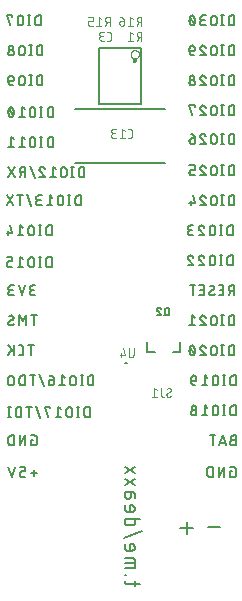
<source format=gbr>
G04 EAGLE Gerber RS-274X export*
G75*
%MOMM*%
%FSLAX34Y34*%
%LPD*%
%INSilkscreen Bottom*%
%IPPOS*%
%AMOC8*
5,1,8,0,0,1.08239X$1,22.5*%
G01*
%ADD10C,0.177800*%
%ADD11C,0.203200*%
%ADD12C,0.127000*%
%ADD13C,0.050800*%
%ADD14C,0.076200*%
%ADD15C,0.101600*%
%ADD16C,0.152400*%
%ADD17C,0.200000*%


D10*
X133388Y-6050D02*
X133388Y-1901D01*
X137536Y-4667D02*
X127165Y-4667D01*
X127077Y-4665D01*
X126989Y-4660D01*
X126902Y-4650D01*
X126814Y-4637D01*
X126728Y-4620D01*
X126642Y-4600D01*
X126558Y-4576D01*
X126474Y-4549D01*
X126392Y-4517D01*
X126311Y-4483D01*
X126231Y-4445D01*
X126154Y-4404D01*
X126078Y-4359D01*
X126004Y-4311D01*
X125932Y-4260D01*
X125862Y-4207D01*
X125795Y-4150D01*
X125730Y-4090D01*
X125668Y-4028D01*
X125608Y-3963D01*
X125551Y-3896D01*
X125498Y-3826D01*
X125447Y-3754D01*
X125399Y-3680D01*
X125354Y-3604D01*
X125313Y-3527D01*
X125275Y-3447D01*
X125241Y-3366D01*
X125209Y-3284D01*
X125182Y-3200D01*
X125158Y-3116D01*
X125138Y-3030D01*
X125121Y-2944D01*
X125108Y-2856D01*
X125098Y-2769D01*
X125093Y-2681D01*
X125091Y-2593D01*
X125090Y-2593D02*
X125090Y-1901D01*
X125090Y2639D02*
X125782Y2639D01*
X125782Y3330D01*
X125090Y3330D01*
X125090Y2639D01*
X125090Y9077D02*
X133388Y9077D01*
X133388Y15300D01*
X133387Y15300D02*
X133385Y15388D01*
X133380Y15476D01*
X133370Y15563D01*
X133357Y15651D01*
X133340Y15737D01*
X133320Y15823D01*
X133296Y15907D01*
X133269Y15991D01*
X133237Y16073D01*
X133203Y16154D01*
X133165Y16234D01*
X133124Y16311D01*
X133079Y16387D01*
X133031Y16461D01*
X132980Y16533D01*
X132927Y16603D01*
X132870Y16670D01*
X132810Y16735D01*
X132748Y16797D01*
X132683Y16857D01*
X132616Y16914D01*
X132546Y16967D01*
X132474Y17018D01*
X132400Y17066D01*
X132324Y17111D01*
X132247Y17152D01*
X132167Y17190D01*
X132086Y17224D01*
X132004Y17256D01*
X131920Y17283D01*
X131836Y17307D01*
X131750Y17327D01*
X131664Y17344D01*
X131576Y17357D01*
X131489Y17367D01*
X131401Y17372D01*
X131313Y17374D01*
X125090Y17374D01*
X125090Y13226D02*
X133388Y13226D01*
X125090Y25762D02*
X125090Y29220D01*
X125091Y25762D02*
X125093Y25674D01*
X125098Y25586D01*
X125108Y25499D01*
X125121Y25411D01*
X125138Y25325D01*
X125158Y25239D01*
X125182Y25155D01*
X125209Y25071D01*
X125241Y24989D01*
X125275Y24908D01*
X125313Y24828D01*
X125354Y24751D01*
X125399Y24675D01*
X125447Y24601D01*
X125498Y24529D01*
X125551Y24459D01*
X125608Y24392D01*
X125668Y24327D01*
X125730Y24265D01*
X125795Y24205D01*
X125862Y24148D01*
X125932Y24095D01*
X126004Y24044D01*
X126078Y23996D01*
X126154Y23951D01*
X126231Y23910D01*
X126311Y23872D01*
X126392Y23838D01*
X126474Y23806D01*
X126558Y23779D01*
X126642Y23755D01*
X126728Y23735D01*
X126814Y23718D01*
X126902Y23705D01*
X126989Y23695D01*
X127077Y23690D01*
X127165Y23688D01*
X130622Y23688D01*
X130725Y23690D01*
X130829Y23696D01*
X130932Y23705D01*
X131034Y23719D01*
X131136Y23736D01*
X131237Y23757D01*
X131338Y23782D01*
X131437Y23811D01*
X131536Y23843D01*
X131633Y23879D01*
X131728Y23919D01*
X131822Y23962D01*
X131914Y24009D01*
X132005Y24059D01*
X132094Y24112D01*
X132180Y24169D01*
X132265Y24228D01*
X132347Y24291D01*
X132426Y24357D01*
X132503Y24426D01*
X132578Y24498D01*
X132650Y24573D01*
X132719Y24650D01*
X132785Y24729D01*
X132848Y24811D01*
X132907Y24896D01*
X132964Y24982D01*
X133017Y25071D01*
X133067Y25162D01*
X133114Y25254D01*
X133157Y25348D01*
X133197Y25443D01*
X133233Y25540D01*
X133265Y25639D01*
X133294Y25738D01*
X133319Y25839D01*
X133340Y25940D01*
X133357Y26042D01*
X133371Y26144D01*
X133380Y26247D01*
X133386Y26351D01*
X133388Y26454D01*
X133386Y26557D01*
X133380Y26661D01*
X133371Y26764D01*
X133357Y26866D01*
X133340Y26968D01*
X133319Y27069D01*
X133294Y27170D01*
X133265Y27269D01*
X133233Y27368D01*
X133197Y27465D01*
X133157Y27560D01*
X133114Y27654D01*
X133067Y27746D01*
X133017Y27837D01*
X132964Y27926D01*
X132907Y28012D01*
X132848Y28097D01*
X132785Y28179D01*
X132719Y28258D01*
X132650Y28335D01*
X132578Y28410D01*
X132503Y28482D01*
X132426Y28551D01*
X132347Y28617D01*
X132265Y28680D01*
X132180Y28739D01*
X132094Y28796D01*
X132005Y28849D01*
X131914Y28899D01*
X131822Y28946D01*
X131728Y28989D01*
X131633Y29029D01*
X131536Y29065D01*
X131437Y29097D01*
X131338Y29126D01*
X131237Y29151D01*
X131136Y29172D01*
X131034Y29189D01*
X130932Y29203D01*
X130829Y29212D01*
X130725Y29218D01*
X130622Y29220D01*
X129239Y29220D01*
X129239Y23688D01*
X123708Y34356D02*
X138919Y39888D01*
X137536Y50471D02*
X125090Y50471D01*
X125090Y47014D01*
X125091Y47014D02*
X125093Y46926D01*
X125098Y46838D01*
X125108Y46751D01*
X125121Y46663D01*
X125138Y46577D01*
X125158Y46491D01*
X125182Y46407D01*
X125209Y46323D01*
X125241Y46241D01*
X125275Y46160D01*
X125313Y46080D01*
X125354Y46003D01*
X125399Y45927D01*
X125447Y45853D01*
X125498Y45781D01*
X125551Y45711D01*
X125608Y45644D01*
X125668Y45579D01*
X125730Y45517D01*
X125795Y45457D01*
X125862Y45400D01*
X125932Y45347D01*
X126004Y45296D01*
X126078Y45248D01*
X126154Y45203D01*
X126231Y45162D01*
X126311Y45124D01*
X126392Y45090D01*
X126474Y45058D01*
X126558Y45031D01*
X126642Y45007D01*
X126728Y44987D01*
X126814Y44970D01*
X126902Y44957D01*
X126989Y44947D01*
X127077Y44942D01*
X127165Y44940D01*
X131313Y44940D01*
X131401Y44942D01*
X131489Y44947D01*
X131576Y44957D01*
X131664Y44970D01*
X131750Y44987D01*
X131836Y45007D01*
X131920Y45031D01*
X132004Y45058D01*
X132086Y45090D01*
X132167Y45124D01*
X132247Y45162D01*
X132324Y45203D01*
X132400Y45248D01*
X132474Y45296D01*
X132546Y45347D01*
X132616Y45400D01*
X132683Y45457D01*
X132748Y45517D01*
X132810Y45579D01*
X132870Y45644D01*
X132927Y45711D01*
X132980Y45781D01*
X133031Y45853D01*
X133079Y45927D01*
X133124Y46003D01*
X133165Y46080D01*
X133203Y46160D01*
X133237Y46241D01*
X133269Y46323D01*
X133296Y46407D01*
X133320Y46491D01*
X133340Y46577D01*
X133357Y46663D01*
X133370Y46751D01*
X133380Y46838D01*
X133385Y46926D01*
X133387Y47014D01*
X133388Y47014D02*
X133388Y50471D01*
X125090Y58620D02*
X125090Y62077D01*
X125091Y58620D02*
X125093Y58532D01*
X125098Y58444D01*
X125108Y58357D01*
X125121Y58269D01*
X125138Y58183D01*
X125158Y58097D01*
X125182Y58013D01*
X125209Y57929D01*
X125241Y57847D01*
X125275Y57766D01*
X125313Y57686D01*
X125354Y57609D01*
X125399Y57533D01*
X125447Y57459D01*
X125498Y57387D01*
X125551Y57317D01*
X125608Y57250D01*
X125668Y57185D01*
X125730Y57123D01*
X125795Y57063D01*
X125862Y57006D01*
X125932Y56953D01*
X126004Y56902D01*
X126078Y56854D01*
X126154Y56809D01*
X126231Y56768D01*
X126311Y56730D01*
X126392Y56696D01*
X126474Y56664D01*
X126558Y56637D01*
X126642Y56613D01*
X126728Y56593D01*
X126814Y56576D01*
X126902Y56563D01*
X126989Y56553D01*
X127077Y56548D01*
X127165Y56546D01*
X127165Y56545D02*
X130622Y56545D01*
X130725Y56547D01*
X130829Y56553D01*
X130932Y56562D01*
X131034Y56576D01*
X131136Y56593D01*
X131237Y56614D01*
X131338Y56639D01*
X131437Y56668D01*
X131536Y56700D01*
X131633Y56736D01*
X131728Y56776D01*
X131822Y56819D01*
X131914Y56866D01*
X132005Y56916D01*
X132094Y56969D01*
X132180Y57026D01*
X132265Y57085D01*
X132347Y57148D01*
X132426Y57214D01*
X132503Y57283D01*
X132578Y57355D01*
X132650Y57430D01*
X132719Y57507D01*
X132785Y57586D01*
X132848Y57668D01*
X132907Y57753D01*
X132964Y57839D01*
X133017Y57928D01*
X133067Y58019D01*
X133114Y58111D01*
X133157Y58205D01*
X133197Y58300D01*
X133233Y58397D01*
X133265Y58496D01*
X133294Y58595D01*
X133319Y58696D01*
X133340Y58797D01*
X133357Y58899D01*
X133371Y59001D01*
X133380Y59104D01*
X133386Y59208D01*
X133388Y59311D01*
X133386Y59414D01*
X133380Y59518D01*
X133371Y59621D01*
X133357Y59723D01*
X133340Y59825D01*
X133319Y59926D01*
X133294Y60027D01*
X133265Y60126D01*
X133233Y60225D01*
X133197Y60322D01*
X133157Y60417D01*
X133114Y60511D01*
X133067Y60603D01*
X133017Y60694D01*
X132964Y60783D01*
X132907Y60869D01*
X132848Y60954D01*
X132785Y61036D01*
X132719Y61115D01*
X132650Y61192D01*
X132578Y61267D01*
X132503Y61339D01*
X132426Y61408D01*
X132347Y61474D01*
X132265Y61537D01*
X132180Y61596D01*
X132094Y61653D01*
X132005Y61706D01*
X131914Y61756D01*
X131822Y61803D01*
X131728Y61846D01*
X131633Y61886D01*
X131536Y61922D01*
X131437Y61954D01*
X131338Y61983D01*
X131237Y62008D01*
X131136Y62029D01*
X131034Y62046D01*
X130932Y62060D01*
X130829Y62069D01*
X130725Y62075D01*
X130622Y62077D01*
X129239Y62077D01*
X129239Y56545D01*
X129931Y69976D02*
X129931Y73087D01*
X129930Y69976D02*
X129928Y69879D01*
X129922Y69781D01*
X129912Y69684D01*
X129899Y69588D01*
X129881Y69492D01*
X129860Y69397D01*
X129834Y69303D01*
X129805Y69210D01*
X129773Y69118D01*
X129736Y69027D01*
X129696Y68939D01*
X129653Y68851D01*
X129606Y68766D01*
X129555Y68683D01*
X129502Y68601D01*
X129445Y68522D01*
X129385Y68445D01*
X129321Y68371D01*
X129255Y68300D01*
X129186Y68231D01*
X129115Y68165D01*
X129041Y68101D01*
X128964Y68041D01*
X128885Y67984D01*
X128803Y67931D01*
X128720Y67880D01*
X128635Y67833D01*
X128547Y67790D01*
X128459Y67750D01*
X128368Y67713D01*
X128276Y67681D01*
X128183Y67652D01*
X128089Y67626D01*
X127994Y67605D01*
X127898Y67587D01*
X127802Y67574D01*
X127705Y67564D01*
X127607Y67558D01*
X127510Y67556D01*
X127413Y67558D01*
X127315Y67564D01*
X127218Y67574D01*
X127122Y67587D01*
X127026Y67605D01*
X126931Y67626D01*
X126837Y67652D01*
X126744Y67681D01*
X126652Y67713D01*
X126561Y67750D01*
X126473Y67790D01*
X126385Y67833D01*
X126300Y67880D01*
X126217Y67931D01*
X126135Y67984D01*
X126056Y68041D01*
X125979Y68101D01*
X125905Y68165D01*
X125834Y68231D01*
X125765Y68300D01*
X125699Y68371D01*
X125635Y68445D01*
X125575Y68522D01*
X125518Y68601D01*
X125465Y68683D01*
X125414Y68766D01*
X125367Y68851D01*
X125324Y68939D01*
X125284Y69027D01*
X125247Y69118D01*
X125215Y69210D01*
X125186Y69303D01*
X125160Y69397D01*
X125139Y69492D01*
X125121Y69588D01*
X125108Y69684D01*
X125098Y69781D01*
X125092Y69879D01*
X125090Y69976D01*
X125090Y73087D01*
X131313Y73087D01*
X131401Y73085D01*
X131489Y73080D01*
X131576Y73070D01*
X131664Y73057D01*
X131750Y73040D01*
X131836Y73020D01*
X131920Y72996D01*
X132004Y72969D01*
X132086Y72937D01*
X132167Y72903D01*
X132247Y72865D01*
X132324Y72824D01*
X132400Y72779D01*
X132474Y72731D01*
X132546Y72680D01*
X132616Y72627D01*
X132683Y72570D01*
X132748Y72510D01*
X132810Y72448D01*
X132870Y72383D01*
X132927Y72316D01*
X132980Y72246D01*
X133031Y72174D01*
X133079Y72100D01*
X133124Y72024D01*
X133165Y71947D01*
X133203Y71867D01*
X133237Y71786D01*
X133269Y71704D01*
X133296Y71620D01*
X133320Y71536D01*
X133340Y71450D01*
X133357Y71364D01*
X133370Y71276D01*
X133380Y71189D01*
X133385Y71101D01*
X133387Y71013D01*
X133388Y71013D02*
X133388Y68247D01*
X125090Y78735D02*
X133388Y84266D01*
X133388Y78735D02*
X125090Y84266D01*
X125090Y88976D02*
X133388Y94508D01*
X133388Y88976D02*
X125090Y94508D01*
D11*
X177062Y47756D02*
X177062Y37257D01*
X171812Y42506D02*
X182311Y42506D01*
X195237Y43381D02*
X205735Y43381D01*
D10*
X53610Y468305D02*
X53610Y476687D01*
X51281Y476687D01*
X51281Y476686D02*
X51185Y476684D01*
X51089Y476678D01*
X50993Y476668D01*
X50898Y476654D01*
X50803Y476636D01*
X50710Y476615D01*
X50617Y476589D01*
X50525Y476560D01*
X50435Y476527D01*
X50346Y476490D01*
X50259Y476449D01*
X50173Y476405D01*
X50089Y476358D01*
X50008Y476307D01*
X49928Y476253D01*
X49851Y476195D01*
X49776Y476134D01*
X49704Y476071D01*
X49635Y476004D01*
X49568Y475935D01*
X49505Y475863D01*
X49444Y475788D01*
X49386Y475711D01*
X49332Y475631D01*
X49281Y475550D01*
X49234Y475466D01*
X49190Y475380D01*
X49149Y475293D01*
X49112Y475204D01*
X49079Y475114D01*
X49050Y475022D01*
X49024Y474930D01*
X49003Y474836D01*
X48985Y474741D01*
X48971Y474646D01*
X48961Y474550D01*
X48955Y474454D01*
X48953Y474358D01*
X48953Y470633D01*
X48955Y470539D01*
X48961Y470446D01*
X48970Y470352D01*
X48983Y470260D01*
X49000Y470167D01*
X49021Y470076D01*
X49045Y469985D01*
X49073Y469896D01*
X49104Y469807D01*
X49139Y469720D01*
X49178Y469635D01*
X49220Y469551D01*
X49265Y469469D01*
X49313Y469389D01*
X49365Y469311D01*
X49420Y469234D01*
X49478Y469161D01*
X49538Y469089D01*
X49602Y469020D01*
X49668Y468954D01*
X49737Y468890D01*
X49809Y468830D01*
X49882Y468772D01*
X49959Y468717D01*
X50037Y468665D01*
X50117Y468617D01*
X50199Y468572D01*
X50283Y468530D01*
X50369Y468491D01*
X50456Y468456D01*
X50544Y468425D01*
X50633Y468397D01*
X50724Y468373D01*
X50815Y468352D01*
X50908Y468335D01*
X51000Y468322D01*
X51094Y468313D01*
X51187Y468307D01*
X51281Y468305D01*
X53610Y468305D01*
X43661Y468305D02*
X43661Y476687D01*
X44593Y468305D02*
X42730Y468305D01*
X42730Y476687D02*
X44593Y476687D01*
X38675Y474358D02*
X38675Y470633D01*
X38674Y474358D02*
X38672Y474453D01*
X38666Y474548D01*
X38657Y474642D01*
X38643Y474736D01*
X38626Y474830D01*
X38605Y474922D01*
X38580Y475014D01*
X38551Y475104D01*
X38519Y475194D01*
X38483Y475282D01*
X38443Y475368D01*
X38401Y475453D01*
X38354Y475536D01*
X38304Y475617D01*
X38251Y475695D01*
X38195Y475772D01*
X38136Y475846D01*
X38074Y475918D01*
X38009Y475987D01*
X37941Y476054D01*
X37871Y476117D01*
X37797Y476178D01*
X37722Y476236D01*
X37644Y476290D01*
X37564Y476342D01*
X37482Y476390D01*
X37399Y476434D01*
X37313Y476476D01*
X37226Y476513D01*
X37137Y476547D01*
X37047Y476578D01*
X36956Y476605D01*
X36864Y476628D01*
X36771Y476647D01*
X36677Y476662D01*
X36583Y476674D01*
X36488Y476682D01*
X36393Y476686D01*
X36299Y476686D01*
X36204Y476682D01*
X36109Y476674D01*
X36015Y476662D01*
X35921Y476647D01*
X35828Y476628D01*
X35736Y476605D01*
X35645Y476578D01*
X35555Y476547D01*
X35466Y476513D01*
X35379Y476476D01*
X35293Y476434D01*
X35210Y476390D01*
X35128Y476342D01*
X35048Y476290D01*
X34970Y476236D01*
X34895Y476178D01*
X34821Y476117D01*
X34751Y476054D01*
X34683Y475987D01*
X34618Y475918D01*
X34556Y475846D01*
X34497Y475772D01*
X34441Y475695D01*
X34388Y475617D01*
X34338Y475536D01*
X34291Y475453D01*
X34249Y475368D01*
X34209Y475282D01*
X34173Y475194D01*
X34141Y475104D01*
X34112Y475014D01*
X34087Y474922D01*
X34066Y474830D01*
X34049Y474736D01*
X34035Y474642D01*
X34026Y474548D01*
X34020Y474453D01*
X34018Y474358D01*
X34018Y470633D01*
X34020Y470538D01*
X34026Y470443D01*
X34035Y470349D01*
X34049Y470255D01*
X34066Y470161D01*
X34087Y470069D01*
X34112Y469977D01*
X34141Y469887D01*
X34173Y469797D01*
X34209Y469709D01*
X34249Y469623D01*
X34291Y469538D01*
X34338Y469455D01*
X34388Y469374D01*
X34441Y469296D01*
X34497Y469219D01*
X34556Y469145D01*
X34618Y469073D01*
X34683Y469004D01*
X34751Y468937D01*
X34821Y468874D01*
X34895Y468813D01*
X34970Y468755D01*
X35048Y468701D01*
X35128Y468649D01*
X35210Y468601D01*
X35293Y468557D01*
X35379Y468515D01*
X35466Y468478D01*
X35555Y468444D01*
X35645Y468413D01*
X35736Y468386D01*
X35828Y468363D01*
X35921Y468344D01*
X36015Y468329D01*
X36109Y468317D01*
X36204Y468309D01*
X36299Y468305D01*
X36393Y468305D01*
X36488Y468309D01*
X36583Y468317D01*
X36677Y468329D01*
X36771Y468344D01*
X36864Y468363D01*
X36956Y468386D01*
X37047Y468413D01*
X37137Y468444D01*
X37226Y468478D01*
X37313Y468515D01*
X37399Y468557D01*
X37482Y468601D01*
X37564Y468649D01*
X37644Y468701D01*
X37722Y468755D01*
X37797Y468813D01*
X37871Y468874D01*
X37941Y468937D01*
X38009Y469004D01*
X38074Y469073D01*
X38136Y469145D01*
X38195Y469219D01*
X38251Y469296D01*
X38304Y469374D01*
X38354Y469455D01*
X38401Y469538D01*
X38443Y469623D01*
X38483Y469709D01*
X38519Y469797D01*
X38551Y469887D01*
X38580Y469977D01*
X38605Y470069D01*
X38626Y470161D01*
X38643Y470255D01*
X38657Y470349D01*
X38666Y470443D01*
X38672Y470538D01*
X38674Y470633D01*
X29531Y475755D02*
X29531Y476687D01*
X24874Y476687D01*
X27202Y468305D01*
X54880Y451287D02*
X54880Y442905D01*
X54880Y451287D02*
X52551Y451287D01*
X52551Y451286D02*
X52455Y451284D01*
X52359Y451278D01*
X52263Y451268D01*
X52168Y451254D01*
X52073Y451236D01*
X51980Y451215D01*
X51887Y451189D01*
X51795Y451160D01*
X51705Y451127D01*
X51616Y451090D01*
X51529Y451049D01*
X51443Y451005D01*
X51359Y450958D01*
X51278Y450907D01*
X51198Y450853D01*
X51121Y450795D01*
X51046Y450734D01*
X50974Y450671D01*
X50905Y450604D01*
X50838Y450535D01*
X50775Y450463D01*
X50714Y450388D01*
X50656Y450311D01*
X50602Y450231D01*
X50551Y450150D01*
X50504Y450066D01*
X50460Y449980D01*
X50419Y449893D01*
X50382Y449804D01*
X50349Y449714D01*
X50320Y449622D01*
X50294Y449530D01*
X50273Y449436D01*
X50255Y449341D01*
X50241Y449246D01*
X50231Y449150D01*
X50225Y449054D01*
X50223Y448958D01*
X50223Y445233D01*
X50225Y445139D01*
X50231Y445046D01*
X50240Y444952D01*
X50253Y444860D01*
X50270Y444767D01*
X50291Y444676D01*
X50315Y444585D01*
X50343Y444496D01*
X50374Y444407D01*
X50409Y444320D01*
X50448Y444235D01*
X50490Y444151D01*
X50535Y444069D01*
X50583Y443989D01*
X50635Y443911D01*
X50690Y443834D01*
X50748Y443761D01*
X50808Y443689D01*
X50872Y443620D01*
X50938Y443554D01*
X51007Y443490D01*
X51079Y443430D01*
X51152Y443372D01*
X51229Y443317D01*
X51307Y443265D01*
X51387Y443217D01*
X51469Y443172D01*
X51553Y443130D01*
X51639Y443091D01*
X51726Y443056D01*
X51814Y443025D01*
X51903Y442997D01*
X51994Y442973D01*
X52085Y442952D01*
X52178Y442935D01*
X52270Y442922D01*
X52364Y442913D01*
X52457Y442907D01*
X52551Y442905D01*
X54880Y442905D01*
X44931Y442905D02*
X44931Y451287D01*
X45863Y442905D02*
X44000Y442905D01*
X44000Y451287D02*
X45863Y451287D01*
X39945Y448958D02*
X39945Y445233D01*
X39944Y448958D02*
X39942Y449053D01*
X39936Y449148D01*
X39927Y449242D01*
X39913Y449336D01*
X39896Y449430D01*
X39875Y449522D01*
X39850Y449614D01*
X39821Y449704D01*
X39789Y449794D01*
X39753Y449882D01*
X39713Y449968D01*
X39671Y450053D01*
X39624Y450136D01*
X39574Y450217D01*
X39521Y450295D01*
X39465Y450372D01*
X39406Y450446D01*
X39344Y450518D01*
X39279Y450587D01*
X39211Y450654D01*
X39141Y450717D01*
X39067Y450778D01*
X38992Y450836D01*
X38914Y450890D01*
X38834Y450942D01*
X38752Y450990D01*
X38669Y451034D01*
X38583Y451076D01*
X38496Y451113D01*
X38407Y451147D01*
X38317Y451178D01*
X38226Y451205D01*
X38134Y451228D01*
X38041Y451247D01*
X37947Y451262D01*
X37853Y451274D01*
X37758Y451282D01*
X37663Y451286D01*
X37569Y451286D01*
X37474Y451282D01*
X37379Y451274D01*
X37285Y451262D01*
X37191Y451247D01*
X37098Y451228D01*
X37006Y451205D01*
X36915Y451178D01*
X36825Y451147D01*
X36736Y451113D01*
X36649Y451076D01*
X36563Y451034D01*
X36480Y450990D01*
X36398Y450942D01*
X36318Y450890D01*
X36240Y450836D01*
X36165Y450778D01*
X36091Y450717D01*
X36021Y450654D01*
X35953Y450587D01*
X35888Y450518D01*
X35826Y450446D01*
X35767Y450372D01*
X35711Y450295D01*
X35658Y450217D01*
X35608Y450136D01*
X35561Y450053D01*
X35519Y449968D01*
X35479Y449882D01*
X35443Y449794D01*
X35411Y449704D01*
X35382Y449614D01*
X35357Y449522D01*
X35336Y449430D01*
X35319Y449336D01*
X35305Y449242D01*
X35296Y449148D01*
X35290Y449053D01*
X35288Y448958D01*
X35288Y445233D01*
X35290Y445138D01*
X35296Y445043D01*
X35305Y444949D01*
X35319Y444855D01*
X35336Y444761D01*
X35357Y444669D01*
X35382Y444577D01*
X35411Y444487D01*
X35443Y444397D01*
X35479Y444309D01*
X35519Y444223D01*
X35561Y444138D01*
X35608Y444055D01*
X35658Y443974D01*
X35711Y443896D01*
X35767Y443819D01*
X35826Y443745D01*
X35888Y443673D01*
X35953Y443604D01*
X36021Y443537D01*
X36091Y443474D01*
X36165Y443413D01*
X36240Y443355D01*
X36318Y443301D01*
X36398Y443249D01*
X36480Y443201D01*
X36563Y443157D01*
X36649Y443115D01*
X36736Y443078D01*
X36825Y443044D01*
X36915Y443013D01*
X37006Y442986D01*
X37098Y442963D01*
X37191Y442944D01*
X37285Y442929D01*
X37379Y442917D01*
X37474Y442909D01*
X37569Y442905D01*
X37663Y442905D01*
X37758Y442909D01*
X37853Y442917D01*
X37947Y442929D01*
X38041Y442944D01*
X38134Y442963D01*
X38226Y442986D01*
X38317Y443013D01*
X38407Y443044D01*
X38496Y443078D01*
X38583Y443115D01*
X38669Y443157D01*
X38752Y443201D01*
X38834Y443249D01*
X38914Y443301D01*
X38992Y443355D01*
X39067Y443413D01*
X39141Y443474D01*
X39211Y443537D01*
X39279Y443604D01*
X39344Y443673D01*
X39406Y443745D01*
X39465Y443819D01*
X39521Y443896D01*
X39574Y443974D01*
X39624Y444055D01*
X39671Y444138D01*
X39713Y444223D01*
X39753Y444309D01*
X39789Y444397D01*
X39821Y444487D01*
X39850Y444577D01*
X39875Y444669D01*
X39896Y444761D01*
X39913Y444855D01*
X39927Y444949D01*
X39936Y445043D01*
X39942Y445138D01*
X39944Y445233D01*
X30800Y445233D02*
X30798Y445328D01*
X30792Y445423D01*
X30783Y445517D01*
X30769Y445611D01*
X30752Y445705D01*
X30731Y445797D01*
X30706Y445889D01*
X30677Y445979D01*
X30645Y446069D01*
X30609Y446157D01*
X30569Y446243D01*
X30527Y446328D01*
X30480Y446411D01*
X30430Y446492D01*
X30377Y446570D01*
X30321Y446647D01*
X30262Y446721D01*
X30200Y446793D01*
X30135Y446862D01*
X30067Y446929D01*
X29997Y446992D01*
X29923Y447053D01*
X29848Y447111D01*
X29770Y447165D01*
X29690Y447217D01*
X29608Y447265D01*
X29525Y447309D01*
X29439Y447351D01*
X29352Y447388D01*
X29263Y447422D01*
X29173Y447453D01*
X29082Y447480D01*
X28990Y447503D01*
X28897Y447522D01*
X28803Y447537D01*
X28709Y447549D01*
X28614Y447557D01*
X28519Y447561D01*
X28425Y447561D01*
X28330Y447557D01*
X28235Y447549D01*
X28141Y447537D01*
X28047Y447522D01*
X27954Y447503D01*
X27862Y447480D01*
X27771Y447453D01*
X27681Y447422D01*
X27592Y447388D01*
X27505Y447351D01*
X27419Y447309D01*
X27336Y447265D01*
X27254Y447217D01*
X27174Y447165D01*
X27096Y447111D01*
X27021Y447053D01*
X26947Y446992D01*
X26877Y446929D01*
X26809Y446862D01*
X26744Y446793D01*
X26682Y446721D01*
X26623Y446647D01*
X26567Y446570D01*
X26514Y446492D01*
X26464Y446411D01*
X26417Y446328D01*
X26375Y446243D01*
X26335Y446157D01*
X26299Y446069D01*
X26267Y445979D01*
X26238Y445889D01*
X26213Y445797D01*
X26192Y445705D01*
X26175Y445611D01*
X26161Y445517D01*
X26152Y445423D01*
X26146Y445328D01*
X26144Y445233D01*
X26146Y445138D01*
X26152Y445043D01*
X26161Y444949D01*
X26175Y444855D01*
X26192Y444761D01*
X26213Y444669D01*
X26238Y444577D01*
X26267Y444487D01*
X26299Y444397D01*
X26335Y444309D01*
X26375Y444223D01*
X26417Y444138D01*
X26464Y444055D01*
X26514Y443974D01*
X26567Y443896D01*
X26623Y443819D01*
X26682Y443745D01*
X26744Y443673D01*
X26809Y443604D01*
X26877Y443537D01*
X26947Y443474D01*
X27021Y443413D01*
X27096Y443355D01*
X27174Y443301D01*
X27254Y443249D01*
X27336Y443201D01*
X27419Y443157D01*
X27505Y443115D01*
X27592Y443078D01*
X27681Y443044D01*
X27771Y443013D01*
X27862Y442986D01*
X27954Y442963D01*
X28047Y442944D01*
X28141Y442929D01*
X28235Y442917D01*
X28330Y442909D01*
X28425Y442905D01*
X28519Y442905D01*
X28614Y442909D01*
X28709Y442917D01*
X28803Y442929D01*
X28897Y442944D01*
X28990Y442963D01*
X29082Y442986D01*
X29173Y443013D01*
X29263Y443044D01*
X29352Y443078D01*
X29439Y443115D01*
X29525Y443157D01*
X29608Y443201D01*
X29690Y443249D01*
X29770Y443301D01*
X29848Y443355D01*
X29923Y443413D01*
X29997Y443474D01*
X30067Y443537D01*
X30135Y443604D01*
X30200Y443673D01*
X30262Y443745D01*
X30321Y443819D01*
X30377Y443896D01*
X30430Y443974D01*
X30480Y444055D01*
X30527Y444138D01*
X30569Y444223D01*
X30609Y444309D01*
X30645Y444397D01*
X30677Y444487D01*
X30706Y444577D01*
X30731Y444669D01*
X30752Y444761D01*
X30769Y444855D01*
X30783Y444949D01*
X30792Y445043D01*
X30798Y445138D01*
X30800Y445233D01*
X30335Y449424D02*
X30333Y449509D01*
X30327Y449593D01*
X30318Y449678D01*
X30304Y449761D01*
X30287Y449844D01*
X30266Y449927D01*
X30241Y450008D01*
X30213Y450088D01*
X30181Y450166D01*
X30145Y450243D01*
X30106Y450319D01*
X30064Y450392D01*
X30018Y450463D01*
X29969Y450533D01*
X29917Y450600D01*
X29862Y450664D01*
X29804Y450726D01*
X29744Y450786D01*
X29680Y450842D01*
X29615Y450896D01*
X29546Y450946D01*
X29476Y450993D01*
X29404Y451037D01*
X29329Y451078D01*
X29253Y451115D01*
X29175Y451149D01*
X29096Y451179D01*
X29015Y451206D01*
X28934Y451229D01*
X28851Y451248D01*
X28768Y451263D01*
X28684Y451275D01*
X28599Y451283D01*
X28514Y451287D01*
X28430Y451287D01*
X28345Y451283D01*
X28260Y451275D01*
X28176Y451263D01*
X28093Y451248D01*
X28010Y451229D01*
X27929Y451206D01*
X27848Y451179D01*
X27769Y451149D01*
X27691Y451115D01*
X27615Y451078D01*
X27541Y451037D01*
X27468Y450993D01*
X27398Y450946D01*
X27329Y450896D01*
X27264Y450842D01*
X27200Y450786D01*
X27140Y450726D01*
X27082Y450664D01*
X27027Y450600D01*
X26975Y450533D01*
X26926Y450463D01*
X26880Y450392D01*
X26838Y450319D01*
X26799Y450243D01*
X26763Y450166D01*
X26731Y450088D01*
X26703Y450008D01*
X26678Y449927D01*
X26657Y449844D01*
X26640Y449761D01*
X26626Y449678D01*
X26617Y449593D01*
X26611Y449509D01*
X26609Y449424D01*
X26611Y449339D01*
X26617Y449255D01*
X26626Y449170D01*
X26640Y449087D01*
X26657Y449004D01*
X26678Y448921D01*
X26703Y448840D01*
X26731Y448760D01*
X26763Y448682D01*
X26799Y448605D01*
X26838Y448529D01*
X26880Y448456D01*
X26926Y448385D01*
X26975Y448315D01*
X27027Y448248D01*
X27082Y448184D01*
X27140Y448122D01*
X27200Y448062D01*
X27264Y448006D01*
X27329Y447952D01*
X27398Y447902D01*
X27468Y447855D01*
X27540Y447811D01*
X27615Y447770D01*
X27691Y447733D01*
X27769Y447699D01*
X27848Y447669D01*
X27929Y447642D01*
X28010Y447619D01*
X28093Y447600D01*
X28176Y447585D01*
X28260Y447573D01*
X28345Y447565D01*
X28430Y447561D01*
X28514Y447561D01*
X28599Y447565D01*
X28684Y447573D01*
X28768Y447585D01*
X28851Y447600D01*
X28934Y447619D01*
X29015Y447642D01*
X29096Y447669D01*
X29175Y447699D01*
X29253Y447733D01*
X29329Y447770D01*
X29403Y447811D01*
X29476Y447855D01*
X29546Y447902D01*
X29615Y447952D01*
X29680Y448006D01*
X29744Y448062D01*
X29804Y448122D01*
X29862Y448184D01*
X29917Y448248D01*
X29969Y448315D01*
X30018Y448385D01*
X30064Y448456D01*
X30106Y448529D01*
X30145Y448605D01*
X30181Y448682D01*
X30213Y448760D01*
X30241Y448840D01*
X30266Y448921D01*
X30287Y449004D01*
X30304Y449087D01*
X30318Y449170D01*
X30327Y449255D01*
X30333Y449339D01*
X30335Y449424D01*
X54880Y425887D02*
X54880Y417505D01*
X54880Y425887D02*
X52551Y425887D01*
X52551Y425886D02*
X52455Y425884D01*
X52359Y425878D01*
X52263Y425868D01*
X52168Y425854D01*
X52073Y425836D01*
X51980Y425815D01*
X51887Y425789D01*
X51795Y425760D01*
X51705Y425727D01*
X51616Y425690D01*
X51529Y425649D01*
X51443Y425605D01*
X51359Y425558D01*
X51278Y425507D01*
X51198Y425453D01*
X51121Y425395D01*
X51046Y425334D01*
X50974Y425271D01*
X50905Y425204D01*
X50838Y425135D01*
X50775Y425063D01*
X50714Y424988D01*
X50656Y424911D01*
X50602Y424831D01*
X50551Y424750D01*
X50504Y424666D01*
X50460Y424580D01*
X50419Y424493D01*
X50382Y424404D01*
X50349Y424314D01*
X50320Y424222D01*
X50294Y424130D01*
X50273Y424036D01*
X50255Y423941D01*
X50241Y423846D01*
X50231Y423750D01*
X50225Y423654D01*
X50223Y423558D01*
X50223Y419833D01*
X50225Y419739D01*
X50231Y419646D01*
X50240Y419552D01*
X50253Y419460D01*
X50270Y419367D01*
X50291Y419276D01*
X50315Y419185D01*
X50343Y419096D01*
X50374Y419007D01*
X50409Y418920D01*
X50448Y418835D01*
X50490Y418751D01*
X50535Y418669D01*
X50583Y418589D01*
X50635Y418511D01*
X50690Y418434D01*
X50748Y418361D01*
X50808Y418289D01*
X50872Y418220D01*
X50938Y418154D01*
X51007Y418090D01*
X51079Y418030D01*
X51152Y417972D01*
X51229Y417917D01*
X51307Y417865D01*
X51387Y417817D01*
X51469Y417772D01*
X51553Y417730D01*
X51639Y417691D01*
X51726Y417656D01*
X51814Y417625D01*
X51903Y417597D01*
X51994Y417573D01*
X52085Y417552D01*
X52178Y417535D01*
X52270Y417522D01*
X52364Y417513D01*
X52457Y417507D01*
X52551Y417505D01*
X54880Y417505D01*
X44931Y417505D02*
X44931Y425887D01*
X45863Y417505D02*
X44000Y417505D01*
X44000Y425887D02*
X45863Y425887D01*
X39945Y423558D02*
X39945Y419833D01*
X39944Y423558D02*
X39942Y423653D01*
X39936Y423748D01*
X39927Y423842D01*
X39913Y423936D01*
X39896Y424030D01*
X39875Y424122D01*
X39850Y424214D01*
X39821Y424304D01*
X39789Y424394D01*
X39753Y424482D01*
X39713Y424568D01*
X39671Y424653D01*
X39624Y424736D01*
X39574Y424817D01*
X39521Y424895D01*
X39465Y424972D01*
X39406Y425046D01*
X39344Y425118D01*
X39279Y425187D01*
X39211Y425254D01*
X39141Y425317D01*
X39067Y425378D01*
X38992Y425436D01*
X38914Y425490D01*
X38834Y425542D01*
X38752Y425590D01*
X38669Y425634D01*
X38583Y425676D01*
X38496Y425713D01*
X38407Y425747D01*
X38317Y425778D01*
X38226Y425805D01*
X38134Y425828D01*
X38041Y425847D01*
X37947Y425862D01*
X37853Y425874D01*
X37758Y425882D01*
X37663Y425886D01*
X37569Y425886D01*
X37474Y425882D01*
X37379Y425874D01*
X37285Y425862D01*
X37191Y425847D01*
X37098Y425828D01*
X37006Y425805D01*
X36915Y425778D01*
X36825Y425747D01*
X36736Y425713D01*
X36649Y425676D01*
X36563Y425634D01*
X36480Y425590D01*
X36398Y425542D01*
X36318Y425490D01*
X36240Y425436D01*
X36165Y425378D01*
X36091Y425317D01*
X36021Y425254D01*
X35953Y425187D01*
X35888Y425118D01*
X35826Y425046D01*
X35767Y424972D01*
X35711Y424895D01*
X35658Y424817D01*
X35608Y424736D01*
X35561Y424653D01*
X35519Y424568D01*
X35479Y424482D01*
X35443Y424394D01*
X35411Y424304D01*
X35382Y424214D01*
X35357Y424122D01*
X35336Y424030D01*
X35319Y423936D01*
X35305Y423842D01*
X35296Y423748D01*
X35290Y423653D01*
X35288Y423558D01*
X35288Y419833D01*
X35290Y419738D01*
X35296Y419643D01*
X35305Y419549D01*
X35319Y419455D01*
X35336Y419361D01*
X35357Y419269D01*
X35382Y419177D01*
X35411Y419087D01*
X35443Y418997D01*
X35479Y418909D01*
X35519Y418823D01*
X35561Y418738D01*
X35608Y418655D01*
X35658Y418574D01*
X35711Y418496D01*
X35767Y418419D01*
X35826Y418345D01*
X35888Y418273D01*
X35953Y418204D01*
X36021Y418137D01*
X36091Y418074D01*
X36165Y418013D01*
X36240Y417955D01*
X36318Y417901D01*
X36398Y417849D01*
X36480Y417801D01*
X36563Y417757D01*
X36649Y417715D01*
X36736Y417678D01*
X36825Y417644D01*
X36915Y417613D01*
X37006Y417586D01*
X37098Y417563D01*
X37191Y417544D01*
X37285Y417529D01*
X37379Y417517D01*
X37474Y417509D01*
X37569Y417505D01*
X37663Y417505D01*
X37758Y417509D01*
X37853Y417517D01*
X37947Y417529D01*
X38041Y417544D01*
X38134Y417563D01*
X38226Y417586D01*
X38317Y417613D01*
X38407Y417644D01*
X38496Y417678D01*
X38583Y417715D01*
X38669Y417757D01*
X38752Y417801D01*
X38834Y417849D01*
X38914Y417901D01*
X38992Y417955D01*
X39067Y418013D01*
X39141Y418074D01*
X39211Y418137D01*
X39279Y418204D01*
X39344Y418273D01*
X39406Y418345D01*
X39465Y418419D01*
X39521Y418496D01*
X39574Y418574D01*
X39624Y418655D01*
X39671Y418738D01*
X39713Y418823D01*
X39753Y418909D01*
X39789Y418997D01*
X39821Y419087D01*
X39850Y419177D01*
X39875Y419269D01*
X39896Y419361D01*
X39913Y419455D01*
X39927Y419549D01*
X39936Y419643D01*
X39942Y419738D01*
X39944Y419833D01*
X28938Y421230D02*
X26144Y421230D01*
X28938Y421230D02*
X29022Y421232D01*
X29105Y421238D01*
X29188Y421247D01*
X29271Y421260D01*
X29353Y421277D01*
X29434Y421297D01*
X29514Y421321D01*
X29593Y421349D01*
X29670Y421380D01*
X29746Y421414D01*
X29821Y421452D01*
X29894Y421494D01*
X29964Y421538D01*
X30033Y421586D01*
X30100Y421636D01*
X30164Y421690D01*
X30225Y421746D01*
X30285Y421806D01*
X30341Y421867D01*
X30395Y421931D01*
X30445Y421998D01*
X30493Y422067D01*
X30537Y422137D01*
X30579Y422210D01*
X30617Y422285D01*
X30651Y422361D01*
X30682Y422438D01*
X30710Y422517D01*
X30734Y422597D01*
X30754Y422678D01*
X30771Y422760D01*
X30784Y422843D01*
X30794Y422926D01*
X30799Y423009D01*
X30801Y423093D01*
X30801Y423558D01*
X30800Y423558D02*
X30798Y423653D01*
X30792Y423748D01*
X30783Y423842D01*
X30769Y423936D01*
X30752Y424030D01*
X30731Y424122D01*
X30706Y424214D01*
X30677Y424304D01*
X30645Y424394D01*
X30609Y424482D01*
X30569Y424568D01*
X30527Y424653D01*
X30480Y424736D01*
X30430Y424817D01*
X30377Y424895D01*
X30321Y424972D01*
X30262Y425046D01*
X30200Y425118D01*
X30135Y425187D01*
X30067Y425254D01*
X29997Y425317D01*
X29923Y425378D01*
X29848Y425436D01*
X29770Y425490D01*
X29690Y425542D01*
X29608Y425590D01*
X29525Y425634D01*
X29439Y425676D01*
X29352Y425713D01*
X29263Y425747D01*
X29173Y425778D01*
X29082Y425805D01*
X28990Y425828D01*
X28897Y425847D01*
X28803Y425862D01*
X28709Y425874D01*
X28614Y425882D01*
X28519Y425886D01*
X28425Y425886D01*
X28330Y425882D01*
X28235Y425874D01*
X28141Y425862D01*
X28047Y425847D01*
X27954Y425828D01*
X27862Y425805D01*
X27771Y425778D01*
X27681Y425747D01*
X27592Y425713D01*
X27505Y425676D01*
X27419Y425634D01*
X27336Y425590D01*
X27254Y425542D01*
X27174Y425490D01*
X27096Y425436D01*
X27021Y425378D01*
X26947Y425317D01*
X26877Y425254D01*
X26809Y425187D01*
X26744Y425118D01*
X26682Y425046D01*
X26623Y424972D01*
X26567Y424895D01*
X26514Y424817D01*
X26464Y424736D01*
X26417Y424653D01*
X26375Y424568D01*
X26335Y424482D01*
X26299Y424394D01*
X26267Y424304D01*
X26238Y424214D01*
X26213Y424122D01*
X26192Y424030D01*
X26175Y423936D01*
X26161Y423842D01*
X26152Y423748D01*
X26146Y423653D01*
X26144Y423558D01*
X26144Y421230D01*
X26146Y421111D01*
X26152Y420991D01*
X26161Y420872D01*
X26175Y420754D01*
X26192Y420635D01*
X26213Y420518D01*
X26237Y420401D01*
X26266Y420285D01*
X26298Y420170D01*
X26334Y420056D01*
X26373Y419944D01*
X26416Y419832D01*
X26463Y419722D01*
X26513Y419614D01*
X26566Y419507D01*
X26623Y419402D01*
X26684Y419299D01*
X26747Y419198D01*
X26814Y419099D01*
X26884Y419002D01*
X26957Y418907D01*
X27033Y418815D01*
X27111Y418726D01*
X27193Y418639D01*
X27278Y418554D01*
X27365Y418472D01*
X27454Y418394D01*
X27547Y418318D01*
X27641Y418245D01*
X27738Y418175D01*
X27837Y418108D01*
X27938Y418045D01*
X28041Y417984D01*
X28146Y417927D01*
X28253Y417874D01*
X28361Y417824D01*
X28471Y417777D01*
X28583Y417734D01*
X28695Y417695D01*
X28809Y417659D01*
X28924Y417627D01*
X29040Y417598D01*
X29157Y417574D01*
X29275Y417553D01*
X29393Y417536D01*
X29511Y417522D01*
X29630Y417513D01*
X29750Y417507D01*
X29869Y417505D01*
X64024Y399217D02*
X64024Y390835D01*
X64024Y399217D02*
X61695Y399217D01*
X61695Y399216D02*
X61599Y399214D01*
X61503Y399208D01*
X61407Y399198D01*
X61312Y399184D01*
X61217Y399166D01*
X61124Y399145D01*
X61031Y399119D01*
X60939Y399090D01*
X60849Y399057D01*
X60760Y399020D01*
X60673Y398979D01*
X60587Y398935D01*
X60503Y398888D01*
X60422Y398837D01*
X60342Y398783D01*
X60265Y398725D01*
X60190Y398664D01*
X60118Y398601D01*
X60049Y398534D01*
X59982Y398465D01*
X59919Y398393D01*
X59858Y398318D01*
X59800Y398241D01*
X59746Y398161D01*
X59695Y398080D01*
X59648Y397996D01*
X59604Y397910D01*
X59563Y397823D01*
X59526Y397734D01*
X59493Y397644D01*
X59464Y397552D01*
X59438Y397460D01*
X59417Y397366D01*
X59399Y397271D01*
X59385Y397176D01*
X59375Y397080D01*
X59369Y396984D01*
X59367Y396888D01*
X59367Y393163D01*
X59369Y393069D01*
X59375Y392976D01*
X59384Y392882D01*
X59397Y392790D01*
X59414Y392697D01*
X59435Y392606D01*
X59459Y392515D01*
X59487Y392426D01*
X59518Y392337D01*
X59553Y392250D01*
X59592Y392165D01*
X59634Y392081D01*
X59679Y391999D01*
X59727Y391919D01*
X59779Y391841D01*
X59834Y391764D01*
X59892Y391691D01*
X59952Y391619D01*
X60016Y391550D01*
X60082Y391484D01*
X60151Y391420D01*
X60223Y391360D01*
X60296Y391302D01*
X60373Y391247D01*
X60451Y391195D01*
X60531Y391147D01*
X60613Y391102D01*
X60697Y391060D01*
X60783Y391021D01*
X60870Y390986D01*
X60958Y390955D01*
X61047Y390927D01*
X61138Y390903D01*
X61229Y390882D01*
X61322Y390865D01*
X61414Y390852D01*
X61508Y390843D01*
X61601Y390837D01*
X61695Y390835D01*
X64024Y390835D01*
X54075Y390835D02*
X54075Y399217D01*
X55007Y390835D02*
X53144Y390835D01*
X53144Y399217D02*
X55007Y399217D01*
X49089Y396888D02*
X49089Y393163D01*
X49088Y396888D02*
X49086Y396983D01*
X49080Y397078D01*
X49071Y397172D01*
X49057Y397266D01*
X49040Y397360D01*
X49019Y397452D01*
X48994Y397544D01*
X48965Y397634D01*
X48933Y397724D01*
X48897Y397812D01*
X48857Y397898D01*
X48815Y397983D01*
X48768Y398066D01*
X48718Y398147D01*
X48665Y398225D01*
X48609Y398302D01*
X48550Y398376D01*
X48488Y398448D01*
X48423Y398517D01*
X48355Y398584D01*
X48285Y398647D01*
X48211Y398708D01*
X48136Y398766D01*
X48058Y398820D01*
X47978Y398872D01*
X47896Y398920D01*
X47813Y398964D01*
X47727Y399006D01*
X47640Y399043D01*
X47551Y399077D01*
X47461Y399108D01*
X47370Y399135D01*
X47278Y399158D01*
X47185Y399177D01*
X47091Y399192D01*
X46997Y399204D01*
X46902Y399212D01*
X46807Y399216D01*
X46713Y399216D01*
X46618Y399212D01*
X46523Y399204D01*
X46429Y399192D01*
X46335Y399177D01*
X46242Y399158D01*
X46150Y399135D01*
X46059Y399108D01*
X45969Y399077D01*
X45880Y399043D01*
X45793Y399006D01*
X45707Y398964D01*
X45624Y398920D01*
X45542Y398872D01*
X45462Y398820D01*
X45384Y398766D01*
X45309Y398708D01*
X45235Y398647D01*
X45165Y398584D01*
X45097Y398517D01*
X45032Y398448D01*
X44970Y398376D01*
X44911Y398302D01*
X44855Y398225D01*
X44802Y398147D01*
X44752Y398066D01*
X44705Y397983D01*
X44663Y397898D01*
X44623Y397812D01*
X44587Y397724D01*
X44555Y397634D01*
X44526Y397544D01*
X44501Y397452D01*
X44480Y397360D01*
X44463Y397266D01*
X44449Y397172D01*
X44440Y397078D01*
X44434Y396983D01*
X44432Y396888D01*
X44432Y393163D01*
X44434Y393068D01*
X44440Y392973D01*
X44449Y392879D01*
X44463Y392785D01*
X44480Y392691D01*
X44501Y392599D01*
X44526Y392507D01*
X44555Y392417D01*
X44587Y392327D01*
X44623Y392239D01*
X44663Y392153D01*
X44705Y392068D01*
X44752Y391985D01*
X44802Y391904D01*
X44855Y391826D01*
X44911Y391749D01*
X44970Y391675D01*
X45032Y391603D01*
X45097Y391534D01*
X45165Y391467D01*
X45235Y391404D01*
X45309Y391343D01*
X45384Y391285D01*
X45462Y391231D01*
X45542Y391179D01*
X45624Y391131D01*
X45707Y391087D01*
X45793Y391045D01*
X45880Y391008D01*
X45969Y390974D01*
X46059Y390943D01*
X46150Y390916D01*
X46242Y390893D01*
X46335Y390874D01*
X46429Y390859D01*
X46523Y390847D01*
X46618Y390839D01*
X46713Y390835D01*
X46807Y390835D01*
X46902Y390839D01*
X46997Y390847D01*
X47091Y390859D01*
X47185Y390874D01*
X47278Y390893D01*
X47370Y390916D01*
X47461Y390943D01*
X47551Y390974D01*
X47640Y391008D01*
X47727Y391045D01*
X47813Y391087D01*
X47896Y391131D01*
X47978Y391179D01*
X48058Y391231D01*
X48136Y391285D01*
X48211Y391343D01*
X48285Y391404D01*
X48355Y391467D01*
X48423Y391534D01*
X48488Y391603D01*
X48550Y391675D01*
X48609Y391749D01*
X48665Y391826D01*
X48718Y391904D01*
X48768Y391985D01*
X48815Y392068D01*
X48857Y392153D01*
X48897Y392239D01*
X48933Y392327D01*
X48965Y392417D01*
X48994Y392507D01*
X49019Y392599D01*
X49040Y392691D01*
X49057Y392785D01*
X49071Y392879D01*
X49080Y392973D01*
X49086Y393068D01*
X49088Y393163D01*
X39945Y397354D02*
X37616Y399217D01*
X37616Y390835D01*
X35288Y390835D02*
X39945Y390835D01*
X30800Y395026D02*
X30798Y395191D01*
X30792Y395356D01*
X30782Y395520D01*
X30769Y395685D01*
X30751Y395849D01*
X30729Y396012D01*
X30704Y396175D01*
X30674Y396337D01*
X30641Y396499D01*
X30604Y396659D01*
X30563Y396819D01*
X30518Y396978D01*
X30470Y397135D01*
X30418Y397292D01*
X30362Y397447D01*
X30302Y397601D01*
X30239Y397753D01*
X30172Y397904D01*
X30102Y398053D01*
X30073Y398130D01*
X30041Y398206D01*
X30006Y398280D01*
X29966Y398352D01*
X29924Y398422D01*
X29878Y398490D01*
X29829Y398556D01*
X29776Y398620D01*
X29721Y398681D01*
X29663Y398739D01*
X29603Y398794D01*
X29539Y398847D01*
X29473Y398896D01*
X29405Y398942D01*
X29335Y398985D01*
X29263Y399025D01*
X29189Y399061D01*
X29114Y399093D01*
X29037Y399122D01*
X28959Y399147D01*
X28879Y399168D01*
X28799Y399186D01*
X28718Y399199D01*
X28636Y399209D01*
X28554Y399215D01*
X28472Y399217D01*
X28390Y399215D01*
X28308Y399209D01*
X28226Y399199D01*
X28145Y399186D01*
X28065Y399168D01*
X27985Y399147D01*
X27907Y399122D01*
X27830Y399093D01*
X27755Y399061D01*
X27681Y399025D01*
X27609Y398985D01*
X27539Y398942D01*
X27471Y398896D01*
X27405Y398847D01*
X27342Y398794D01*
X27281Y398739D01*
X27223Y398681D01*
X27168Y398620D01*
X27115Y398556D01*
X27066Y398490D01*
X27020Y398422D01*
X26978Y398352D01*
X26939Y398280D01*
X26903Y398206D01*
X26871Y398130D01*
X26842Y398053D01*
X26772Y397904D01*
X26705Y397753D01*
X26642Y397601D01*
X26582Y397447D01*
X26526Y397292D01*
X26474Y397135D01*
X26426Y396978D01*
X26381Y396819D01*
X26340Y396659D01*
X26303Y396499D01*
X26270Y396337D01*
X26240Y396175D01*
X26215Y396012D01*
X26193Y395849D01*
X26175Y395685D01*
X26162Y395520D01*
X26152Y395356D01*
X26146Y395191D01*
X26144Y395026D01*
X30801Y395026D02*
X30799Y394861D01*
X30793Y394696D01*
X30783Y394532D01*
X30770Y394367D01*
X30752Y394203D01*
X30730Y394040D01*
X30705Y393877D01*
X30675Y393715D01*
X30642Y393553D01*
X30605Y393392D01*
X30564Y393233D01*
X30519Y393074D01*
X30471Y392916D01*
X30419Y392760D01*
X30363Y392605D01*
X30303Y392451D01*
X30240Y392299D01*
X30173Y392148D01*
X30102Y391999D01*
X30073Y391922D01*
X30041Y391846D01*
X30005Y391772D01*
X29966Y391700D01*
X29924Y391630D01*
X29878Y391562D01*
X29829Y391496D01*
X29776Y391432D01*
X29721Y391371D01*
X29663Y391313D01*
X29603Y391258D01*
X29539Y391205D01*
X29473Y391156D01*
X29405Y391110D01*
X29335Y391067D01*
X29263Y391027D01*
X29189Y390991D01*
X29114Y390959D01*
X29037Y390930D01*
X28959Y390905D01*
X28879Y390884D01*
X28799Y390866D01*
X28718Y390853D01*
X28636Y390843D01*
X28554Y390837D01*
X28472Y390835D01*
X26843Y391999D02*
X26772Y392148D01*
X26705Y392299D01*
X26642Y392451D01*
X26582Y392605D01*
X26526Y392760D01*
X26474Y392916D01*
X26426Y393074D01*
X26381Y393233D01*
X26340Y393392D01*
X26303Y393553D01*
X26270Y393715D01*
X26240Y393877D01*
X26215Y394040D01*
X26193Y394203D01*
X26175Y394367D01*
X26162Y394532D01*
X26152Y394696D01*
X26146Y394861D01*
X26144Y395026D01*
X26842Y391999D02*
X26871Y391922D01*
X26903Y391846D01*
X26939Y391772D01*
X26978Y391700D01*
X27020Y391630D01*
X27066Y391562D01*
X27115Y391496D01*
X27168Y391432D01*
X27223Y391371D01*
X27281Y391313D01*
X27342Y391258D01*
X27405Y391205D01*
X27471Y391156D01*
X27539Y391110D01*
X27609Y391067D01*
X27681Y391027D01*
X27755Y390991D01*
X27830Y390959D01*
X27907Y390930D01*
X27985Y390905D01*
X28065Y390884D01*
X28145Y390866D01*
X28226Y390853D01*
X28308Y390843D01*
X28390Y390837D01*
X28472Y390835D01*
X30335Y392697D02*
X26610Y397354D01*
X64024Y373817D02*
X64024Y365435D01*
X64024Y373817D02*
X61695Y373817D01*
X61695Y373816D02*
X61599Y373814D01*
X61503Y373808D01*
X61407Y373798D01*
X61312Y373784D01*
X61217Y373766D01*
X61124Y373745D01*
X61031Y373719D01*
X60939Y373690D01*
X60849Y373657D01*
X60760Y373620D01*
X60673Y373579D01*
X60587Y373535D01*
X60503Y373488D01*
X60422Y373437D01*
X60342Y373383D01*
X60265Y373325D01*
X60190Y373264D01*
X60118Y373201D01*
X60049Y373134D01*
X59982Y373065D01*
X59919Y372993D01*
X59858Y372918D01*
X59800Y372841D01*
X59746Y372761D01*
X59695Y372680D01*
X59648Y372596D01*
X59604Y372510D01*
X59563Y372423D01*
X59526Y372334D01*
X59493Y372244D01*
X59464Y372152D01*
X59438Y372060D01*
X59417Y371966D01*
X59399Y371871D01*
X59385Y371776D01*
X59375Y371680D01*
X59369Y371584D01*
X59367Y371488D01*
X59367Y367763D01*
X59369Y367669D01*
X59375Y367576D01*
X59384Y367482D01*
X59397Y367390D01*
X59414Y367297D01*
X59435Y367206D01*
X59459Y367115D01*
X59487Y367026D01*
X59518Y366937D01*
X59553Y366850D01*
X59592Y366765D01*
X59634Y366681D01*
X59679Y366599D01*
X59727Y366519D01*
X59779Y366441D01*
X59834Y366364D01*
X59892Y366291D01*
X59952Y366219D01*
X60016Y366150D01*
X60082Y366084D01*
X60151Y366020D01*
X60223Y365960D01*
X60296Y365902D01*
X60373Y365847D01*
X60451Y365795D01*
X60531Y365747D01*
X60613Y365702D01*
X60697Y365660D01*
X60783Y365621D01*
X60870Y365586D01*
X60958Y365555D01*
X61047Y365527D01*
X61138Y365503D01*
X61229Y365482D01*
X61322Y365465D01*
X61414Y365452D01*
X61508Y365443D01*
X61601Y365437D01*
X61695Y365435D01*
X64024Y365435D01*
X54075Y365435D02*
X54075Y373817D01*
X55007Y365435D02*
X53144Y365435D01*
X53144Y373817D02*
X55007Y373817D01*
X49089Y371488D02*
X49089Y367763D01*
X49088Y371488D02*
X49086Y371583D01*
X49080Y371678D01*
X49071Y371772D01*
X49057Y371866D01*
X49040Y371960D01*
X49019Y372052D01*
X48994Y372144D01*
X48965Y372234D01*
X48933Y372324D01*
X48897Y372412D01*
X48857Y372498D01*
X48815Y372583D01*
X48768Y372666D01*
X48718Y372747D01*
X48665Y372825D01*
X48609Y372902D01*
X48550Y372976D01*
X48488Y373048D01*
X48423Y373117D01*
X48355Y373184D01*
X48285Y373247D01*
X48211Y373308D01*
X48136Y373366D01*
X48058Y373420D01*
X47978Y373472D01*
X47896Y373520D01*
X47813Y373564D01*
X47727Y373606D01*
X47640Y373643D01*
X47551Y373677D01*
X47461Y373708D01*
X47370Y373735D01*
X47278Y373758D01*
X47185Y373777D01*
X47091Y373792D01*
X46997Y373804D01*
X46902Y373812D01*
X46807Y373816D01*
X46713Y373816D01*
X46618Y373812D01*
X46523Y373804D01*
X46429Y373792D01*
X46335Y373777D01*
X46242Y373758D01*
X46150Y373735D01*
X46059Y373708D01*
X45969Y373677D01*
X45880Y373643D01*
X45793Y373606D01*
X45707Y373564D01*
X45624Y373520D01*
X45542Y373472D01*
X45462Y373420D01*
X45384Y373366D01*
X45309Y373308D01*
X45235Y373247D01*
X45165Y373184D01*
X45097Y373117D01*
X45032Y373048D01*
X44970Y372976D01*
X44911Y372902D01*
X44855Y372825D01*
X44802Y372747D01*
X44752Y372666D01*
X44705Y372583D01*
X44663Y372498D01*
X44623Y372412D01*
X44587Y372324D01*
X44555Y372234D01*
X44526Y372144D01*
X44501Y372052D01*
X44480Y371960D01*
X44463Y371866D01*
X44449Y371772D01*
X44440Y371678D01*
X44434Y371583D01*
X44432Y371488D01*
X44432Y367763D01*
X44434Y367668D01*
X44440Y367573D01*
X44449Y367479D01*
X44463Y367385D01*
X44480Y367291D01*
X44501Y367199D01*
X44526Y367107D01*
X44555Y367017D01*
X44587Y366927D01*
X44623Y366839D01*
X44663Y366753D01*
X44705Y366668D01*
X44752Y366585D01*
X44802Y366504D01*
X44855Y366426D01*
X44911Y366349D01*
X44970Y366275D01*
X45032Y366203D01*
X45097Y366134D01*
X45165Y366067D01*
X45235Y366004D01*
X45309Y365943D01*
X45384Y365885D01*
X45462Y365831D01*
X45542Y365779D01*
X45624Y365731D01*
X45707Y365687D01*
X45793Y365645D01*
X45880Y365608D01*
X45969Y365574D01*
X46059Y365543D01*
X46150Y365516D01*
X46242Y365493D01*
X46335Y365474D01*
X46429Y365459D01*
X46523Y365447D01*
X46618Y365439D01*
X46713Y365435D01*
X46807Y365435D01*
X46902Y365439D01*
X46997Y365447D01*
X47091Y365459D01*
X47185Y365474D01*
X47278Y365493D01*
X47370Y365516D01*
X47461Y365543D01*
X47551Y365574D01*
X47640Y365608D01*
X47727Y365645D01*
X47813Y365687D01*
X47896Y365731D01*
X47978Y365779D01*
X48058Y365831D01*
X48136Y365885D01*
X48211Y365943D01*
X48285Y366004D01*
X48355Y366067D01*
X48423Y366134D01*
X48488Y366203D01*
X48550Y366275D01*
X48609Y366349D01*
X48665Y366426D01*
X48718Y366504D01*
X48768Y366585D01*
X48815Y366668D01*
X48857Y366753D01*
X48897Y366839D01*
X48933Y366927D01*
X48965Y367017D01*
X48994Y367107D01*
X49019Y367199D01*
X49040Y367291D01*
X49057Y367385D01*
X49071Y367479D01*
X49080Y367573D01*
X49086Y367668D01*
X49088Y367763D01*
X39945Y371954D02*
X37616Y373817D01*
X37616Y365435D01*
X35288Y365435D02*
X39945Y365435D01*
X30801Y371954D02*
X28472Y373817D01*
X28472Y365435D01*
X26144Y365435D02*
X30801Y365435D01*
X90397Y348417D02*
X90397Y340035D01*
X90397Y348417D02*
X88069Y348417D01*
X88069Y348416D02*
X87973Y348414D01*
X87877Y348408D01*
X87781Y348398D01*
X87686Y348384D01*
X87591Y348366D01*
X87498Y348345D01*
X87405Y348319D01*
X87313Y348290D01*
X87223Y348257D01*
X87134Y348220D01*
X87047Y348179D01*
X86961Y348135D01*
X86877Y348088D01*
X86796Y348037D01*
X86716Y347983D01*
X86639Y347925D01*
X86564Y347864D01*
X86492Y347801D01*
X86423Y347734D01*
X86356Y347665D01*
X86293Y347593D01*
X86232Y347518D01*
X86174Y347441D01*
X86120Y347361D01*
X86069Y347280D01*
X86022Y347196D01*
X85978Y347110D01*
X85937Y347023D01*
X85900Y346934D01*
X85867Y346844D01*
X85838Y346752D01*
X85812Y346660D01*
X85791Y346566D01*
X85773Y346471D01*
X85759Y346376D01*
X85749Y346280D01*
X85743Y346184D01*
X85741Y346088D01*
X85741Y342363D01*
X85743Y342269D01*
X85749Y342176D01*
X85758Y342082D01*
X85771Y341990D01*
X85788Y341897D01*
X85809Y341806D01*
X85833Y341715D01*
X85861Y341626D01*
X85892Y341537D01*
X85927Y341450D01*
X85966Y341365D01*
X86008Y341281D01*
X86053Y341199D01*
X86101Y341119D01*
X86153Y341041D01*
X86208Y340964D01*
X86266Y340891D01*
X86326Y340819D01*
X86390Y340750D01*
X86456Y340684D01*
X86525Y340620D01*
X86597Y340560D01*
X86670Y340502D01*
X86747Y340447D01*
X86825Y340395D01*
X86905Y340347D01*
X86987Y340302D01*
X87071Y340260D01*
X87157Y340221D01*
X87244Y340186D01*
X87332Y340155D01*
X87421Y340127D01*
X87512Y340103D01*
X87603Y340082D01*
X87696Y340065D01*
X87788Y340052D01*
X87882Y340043D01*
X87975Y340037D01*
X88069Y340035D01*
X90397Y340035D01*
X80449Y340035D02*
X80449Y348417D01*
X81380Y340035D02*
X79518Y340035D01*
X79518Y348417D02*
X81380Y348417D01*
X75462Y346088D02*
X75462Y342363D01*
X75462Y346088D02*
X75460Y346183D01*
X75454Y346278D01*
X75445Y346372D01*
X75431Y346466D01*
X75414Y346560D01*
X75393Y346652D01*
X75368Y346744D01*
X75339Y346834D01*
X75307Y346924D01*
X75271Y347012D01*
X75231Y347098D01*
X75189Y347183D01*
X75142Y347266D01*
X75092Y347347D01*
X75039Y347425D01*
X74983Y347502D01*
X74924Y347576D01*
X74862Y347648D01*
X74797Y347717D01*
X74729Y347784D01*
X74659Y347847D01*
X74585Y347908D01*
X74510Y347966D01*
X74432Y348020D01*
X74352Y348072D01*
X74270Y348120D01*
X74187Y348164D01*
X74101Y348206D01*
X74014Y348243D01*
X73925Y348277D01*
X73835Y348308D01*
X73744Y348335D01*
X73652Y348358D01*
X73559Y348377D01*
X73465Y348392D01*
X73371Y348404D01*
X73276Y348412D01*
X73181Y348416D01*
X73087Y348416D01*
X72992Y348412D01*
X72897Y348404D01*
X72803Y348392D01*
X72709Y348377D01*
X72616Y348358D01*
X72524Y348335D01*
X72433Y348308D01*
X72343Y348277D01*
X72254Y348243D01*
X72167Y348206D01*
X72081Y348164D01*
X71998Y348120D01*
X71916Y348072D01*
X71836Y348020D01*
X71758Y347966D01*
X71683Y347908D01*
X71609Y347847D01*
X71539Y347784D01*
X71471Y347717D01*
X71406Y347648D01*
X71344Y347576D01*
X71285Y347502D01*
X71229Y347425D01*
X71176Y347347D01*
X71126Y347266D01*
X71079Y347183D01*
X71037Y347098D01*
X70997Y347012D01*
X70961Y346924D01*
X70929Y346834D01*
X70900Y346744D01*
X70875Y346652D01*
X70854Y346560D01*
X70837Y346466D01*
X70823Y346372D01*
X70814Y346278D01*
X70808Y346183D01*
X70806Y346088D01*
X70805Y346088D02*
X70805Y342363D01*
X70806Y342363D02*
X70808Y342268D01*
X70814Y342173D01*
X70823Y342079D01*
X70837Y341985D01*
X70854Y341891D01*
X70875Y341799D01*
X70900Y341707D01*
X70929Y341617D01*
X70961Y341527D01*
X70997Y341439D01*
X71037Y341353D01*
X71079Y341268D01*
X71126Y341185D01*
X71176Y341104D01*
X71229Y341026D01*
X71285Y340949D01*
X71344Y340875D01*
X71406Y340803D01*
X71471Y340734D01*
X71539Y340667D01*
X71609Y340604D01*
X71683Y340543D01*
X71758Y340485D01*
X71836Y340431D01*
X71916Y340379D01*
X71998Y340331D01*
X72081Y340287D01*
X72167Y340245D01*
X72254Y340208D01*
X72343Y340174D01*
X72433Y340143D01*
X72524Y340116D01*
X72616Y340093D01*
X72709Y340074D01*
X72803Y340059D01*
X72897Y340047D01*
X72992Y340039D01*
X73087Y340035D01*
X73181Y340035D01*
X73276Y340039D01*
X73371Y340047D01*
X73465Y340059D01*
X73559Y340074D01*
X73652Y340093D01*
X73744Y340116D01*
X73835Y340143D01*
X73925Y340174D01*
X74014Y340208D01*
X74101Y340245D01*
X74187Y340287D01*
X74270Y340331D01*
X74352Y340379D01*
X74432Y340431D01*
X74510Y340485D01*
X74585Y340543D01*
X74659Y340604D01*
X74729Y340667D01*
X74797Y340734D01*
X74862Y340803D01*
X74924Y340875D01*
X74983Y340949D01*
X75039Y341026D01*
X75092Y341104D01*
X75142Y341185D01*
X75189Y341268D01*
X75231Y341353D01*
X75271Y341439D01*
X75307Y341527D01*
X75339Y341617D01*
X75368Y341707D01*
X75393Y341799D01*
X75414Y341891D01*
X75431Y341985D01*
X75445Y342079D01*
X75454Y342173D01*
X75460Y342268D01*
X75462Y342363D01*
X66318Y346554D02*
X63990Y348417D01*
X63990Y340035D01*
X66318Y340035D02*
X61661Y340035D01*
X54613Y348417D02*
X54524Y348415D01*
X54435Y348409D01*
X54347Y348400D01*
X54259Y348387D01*
X54171Y348370D01*
X54085Y348349D01*
X53999Y348325D01*
X53915Y348297D01*
X53831Y348266D01*
X53750Y348231D01*
X53669Y348193D01*
X53591Y348151D01*
X53514Y348106D01*
X53439Y348058D01*
X53367Y348006D01*
X53296Y347952D01*
X53228Y347894D01*
X53163Y347834D01*
X53100Y347771D01*
X53040Y347706D01*
X52982Y347638D01*
X52928Y347567D01*
X52876Y347495D01*
X52828Y347420D01*
X52783Y347343D01*
X52741Y347265D01*
X52703Y347184D01*
X52668Y347103D01*
X52637Y347019D01*
X52609Y346935D01*
X52585Y346849D01*
X52564Y346763D01*
X52547Y346675D01*
X52534Y346587D01*
X52525Y346499D01*
X52519Y346410D01*
X52517Y346321D01*
X54613Y348417D02*
X54716Y348415D01*
X54818Y348409D01*
X54920Y348399D01*
X55022Y348386D01*
X55123Y348368D01*
X55223Y348347D01*
X55323Y348322D01*
X55421Y348293D01*
X55518Y348260D01*
X55614Y348224D01*
X55709Y348184D01*
X55802Y348140D01*
X55893Y348093D01*
X55982Y348043D01*
X56069Y347989D01*
X56155Y347932D01*
X56238Y347872D01*
X56318Y347808D01*
X56396Y347742D01*
X56472Y347672D01*
X56545Y347600D01*
X56615Y347525D01*
X56682Y347447D01*
X56746Y347367D01*
X56807Y347285D01*
X56865Y347200D01*
X56919Y347113D01*
X56971Y347024D01*
X57018Y346934D01*
X57063Y346841D01*
X57103Y346747D01*
X57141Y346651D01*
X57174Y346554D01*
X53216Y344691D02*
X53151Y344755D01*
X53089Y344822D01*
X53029Y344891D01*
X52973Y344963D01*
X52920Y345036D01*
X52869Y345112D01*
X52822Y345190D01*
X52778Y345270D01*
X52737Y345351D01*
X52699Y345434D01*
X52665Y345519D01*
X52634Y345605D01*
X52607Y345692D01*
X52583Y345780D01*
X52563Y345868D01*
X52546Y345958D01*
X52534Y346048D01*
X52524Y346139D01*
X52519Y346230D01*
X52517Y346321D01*
X53216Y344691D02*
X57174Y340035D01*
X52518Y340035D01*
X48479Y339103D02*
X44754Y349348D01*
X40316Y348417D02*
X40316Y340035D01*
X40316Y348417D02*
X37988Y348417D01*
X37988Y348416D02*
X37893Y348414D01*
X37798Y348408D01*
X37704Y348399D01*
X37610Y348385D01*
X37516Y348368D01*
X37424Y348347D01*
X37332Y348322D01*
X37242Y348293D01*
X37152Y348261D01*
X37064Y348225D01*
X36978Y348185D01*
X36893Y348143D01*
X36810Y348096D01*
X36729Y348046D01*
X36651Y347993D01*
X36574Y347937D01*
X36500Y347878D01*
X36428Y347816D01*
X36359Y347751D01*
X36292Y347683D01*
X36229Y347613D01*
X36168Y347539D01*
X36110Y347464D01*
X36056Y347386D01*
X36004Y347306D01*
X35956Y347224D01*
X35912Y347141D01*
X35870Y347055D01*
X35833Y346968D01*
X35799Y346879D01*
X35768Y346789D01*
X35741Y346698D01*
X35718Y346606D01*
X35699Y346513D01*
X35684Y346419D01*
X35672Y346325D01*
X35664Y346230D01*
X35660Y346135D01*
X35660Y346041D01*
X35664Y345946D01*
X35672Y345851D01*
X35684Y345757D01*
X35699Y345663D01*
X35718Y345570D01*
X35741Y345478D01*
X35768Y345387D01*
X35799Y345297D01*
X35833Y345208D01*
X35870Y345121D01*
X35912Y345035D01*
X35956Y344952D01*
X36004Y344870D01*
X36056Y344790D01*
X36110Y344712D01*
X36168Y344637D01*
X36229Y344563D01*
X36292Y344493D01*
X36359Y344425D01*
X36428Y344360D01*
X36500Y344298D01*
X36574Y344239D01*
X36651Y344183D01*
X36729Y344130D01*
X36810Y344080D01*
X36893Y344033D01*
X36978Y343991D01*
X37064Y343951D01*
X37152Y343915D01*
X37242Y343883D01*
X37332Y343854D01*
X37424Y343829D01*
X37516Y343808D01*
X37610Y343791D01*
X37704Y343777D01*
X37798Y343768D01*
X37893Y343762D01*
X37988Y343760D01*
X40316Y343760D01*
X37522Y343760D02*
X35660Y340035D01*
X31732Y340035D02*
X26144Y348417D01*
X31732Y348417D02*
X26144Y340035D01*
X87603Y324287D02*
X87603Y315905D01*
X87603Y324287D02*
X85275Y324287D01*
X85275Y324286D02*
X85179Y324284D01*
X85083Y324278D01*
X84987Y324268D01*
X84892Y324254D01*
X84797Y324236D01*
X84704Y324215D01*
X84611Y324189D01*
X84519Y324160D01*
X84429Y324127D01*
X84340Y324090D01*
X84253Y324049D01*
X84167Y324005D01*
X84083Y323958D01*
X84002Y323907D01*
X83922Y323853D01*
X83845Y323795D01*
X83770Y323734D01*
X83698Y323671D01*
X83629Y323604D01*
X83562Y323535D01*
X83499Y323463D01*
X83438Y323388D01*
X83380Y323311D01*
X83326Y323231D01*
X83275Y323150D01*
X83228Y323066D01*
X83184Y322980D01*
X83143Y322893D01*
X83106Y322804D01*
X83073Y322714D01*
X83044Y322622D01*
X83018Y322530D01*
X82997Y322436D01*
X82979Y322341D01*
X82965Y322246D01*
X82955Y322150D01*
X82949Y322054D01*
X82947Y321958D01*
X82947Y318233D01*
X82949Y318139D01*
X82955Y318046D01*
X82964Y317952D01*
X82977Y317860D01*
X82994Y317767D01*
X83015Y317676D01*
X83039Y317585D01*
X83067Y317496D01*
X83098Y317407D01*
X83133Y317320D01*
X83172Y317235D01*
X83214Y317151D01*
X83259Y317069D01*
X83307Y316989D01*
X83359Y316911D01*
X83414Y316834D01*
X83472Y316761D01*
X83532Y316689D01*
X83596Y316620D01*
X83662Y316554D01*
X83731Y316490D01*
X83803Y316430D01*
X83876Y316372D01*
X83953Y316317D01*
X84031Y316265D01*
X84111Y316217D01*
X84193Y316172D01*
X84277Y316130D01*
X84363Y316091D01*
X84450Y316056D01*
X84538Y316025D01*
X84627Y315997D01*
X84718Y315973D01*
X84809Y315952D01*
X84902Y315935D01*
X84994Y315922D01*
X85088Y315913D01*
X85181Y315907D01*
X85275Y315905D01*
X87603Y315905D01*
X77655Y315905D02*
X77655Y324287D01*
X78586Y315905D02*
X76724Y315905D01*
X76724Y324287D02*
X78586Y324287D01*
X72668Y321958D02*
X72668Y318233D01*
X72668Y321958D02*
X72666Y322053D01*
X72660Y322148D01*
X72651Y322242D01*
X72637Y322336D01*
X72620Y322430D01*
X72599Y322522D01*
X72574Y322614D01*
X72545Y322704D01*
X72513Y322794D01*
X72477Y322882D01*
X72437Y322968D01*
X72395Y323053D01*
X72348Y323136D01*
X72298Y323217D01*
X72245Y323295D01*
X72189Y323372D01*
X72130Y323446D01*
X72068Y323518D01*
X72003Y323587D01*
X71935Y323654D01*
X71865Y323717D01*
X71791Y323778D01*
X71716Y323836D01*
X71638Y323890D01*
X71558Y323942D01*
X71476Y323990D01*
X71393Y324034D01*
X71307Y324076D01*
X71220Y324113D01*
X71131Y324147D01*
X71041Y324178D01*
X70950Y324205D01*
X70858Y324228D01*
X70765Y324247D01*
X70671Y324262D01*
X70577Y324274D01*
X70482Y324282D01*
X70387Y324286D01*
X70293Y324286D01*
X70198Y324282D01*
X70103Y324274D01*
X70009Y324262D01*
X69915Y324247D01*
X69822Y324228D01*
X69730Y324205D01*
X69639Y324178D01*
X69549Y324147D01*
X69460Y324113D01*
X69373Y324076D01*
X69287Y324034D01*
X69204Y323990D01*
X69122Y323942D01*
X69042Y323890D01*
X68964Y323836D01*
X68889Y323778D01*
X68815Y323717D01*
X68745Y323654D01*
X68677Y323587D01*
X68612Y323518D01*
X68550Y323446D01*
X68491Y323372D01*
X68435Y323295D01*
X68382Y323217D01*
X68332Y323136D01*
X68285Y323053D01*
X68243Y322968D01*
X68203Y322882D01*
X68167Y322794D01*
X68135Y322704D01*
X68106Y322614D01*
X68081Y322522D01*
X68060Y322430D01*
X68043Y322336D01*
X68029Y322242D01*
X68020Y322148D01*
X68014Y322053D01*
X68012Y321958D01*
X68011Y321958D02*
X68011Y318233D01*
X68012Y318233D02*
X68014Y318138D01*
X68020Y318043D01*
X68029Y317949D01*
X68043Y317855D01*
X68060Y317761D01*
X68081Y317669D01*
X68106Y317577D01*
X68135Y317487D01*
X68167Y317397D01*
X68203Y317309D01*
X68243Y317223D01*
X68285Y317138D01*
X68332Y317055D01*
X68382Y316974D01*
X68435Y316896D01*
X68491Y316819D01*
X68550Y316745D01*
X68612Y316673D01*
X68677Y316604D01*
X68745Y316537D01*
X68815Y316474D01*
X68889Y316413D01*
X68964Y316355D01*
X69042Y316301D01*
X69122Y316249D01*
X69204Y316201D01*
X69287Y316157D01*
X69373Y316115D01*
X69460Y316078D01*
X69549Y316044D01*
X69639Y316013D01*
X69730Y315986D01*
X69822Y315963D01*
X69915Y315944D01*
X70009Y315929D01*
X70103Y315917D01*
X70198Y315909D01*
X70293Y315905D01*
X70387Y315905D01*
X70482Y315909D01*
X70577Y315917D01*
X70671Y315929D01*
X70765Y315944D01*
X70858Y315963D01*
X70950Y315986D01*
X71041Y316013D01*
X71131Y316044D01*
X71220Y316078D01*
X71307Y316115D01*
X71393Y316157D01*
X71476Y316201D01*
X71558Y316249D01*
X71638Y316301D01*
X71716Y316355D01*
X71791Y316413D01*
X71865Y316474D01*
X71935Y316537D01*
X72003Y316604D01*
X72068Y316673D01*
X72130Y316745D01*
X72189Y316819D01*
X72245Y316896D01*
X72298Y316974D01*
X72348Y317055D01*
X72395Y317138D01*
X72437Y317223D01*
X72477Y317309D01*
X72513Y317397D01*
X72545Y317487D01*
X72574Y317577D01*
X72599Y317669D01*
X72620Y317761D01*
X72637Y317855D01*
X72651Y317949D01*
X72660Y318043D01*
X72666Y318138D01*
X72668Y318233D01*
X63524Y322424D02*
X61196Y324287D01*
X61196Y315905D01*
X63524Y315905D02*
X58868Y315905D01*
X54380Y315905D02*
X52052Y315905D01*
X51957Y315907D01*
X51862Y315913D01*
X51768Y315922D01*
X51674Y315936D01*
X51580Y315953D01*
X51488Y315974D01*
X51396Y315999D01*
X51306Y316028D01*
X51216Y316060D01*
X51128Y316096D01*
X51042Y316136D01*
X50957Y316178D01*
X50874Y316225D01*
X50793Y316275D01*
X50715Y316328D01*
X50638Y316384D01*
X50564Y316443D01*
X50492Y316505D01*
X50423Y316570D01*
X50356Y316638D01*
X50293Y316708D01*
X50232Y316782D01*
X50174Y316857D01*
X50120Y316935D01*
X50068Y317015D01*
X50020Y317097D01*
X49976Y317180D01*
X49934Y317266D01*
X49897Y317353D01*
X49863Y317442D01*
X49832Y317532D01*
X49805Y317623D01*
X49782Y317715D01*
X49763Y317808D01*
X49748Y317902D01*
X49736Y317996D01*
X49728Y318091D01*
X49724Y318186D01*
X49724Y318280D01*
X49728Y318375D01*
X49736Y318470D01*
X49748Y318564D01*
X49763Y318658D01*
X49782Y318751D01*
X49805Y318843D01*
X49832Y318934D01*
X49863Y319024D01*
X49897Y319113D01*
X49934Y319200D01*
X49976Y319286D01*
X50020Y319369D01*
X50068Y319451D01*
X50120Y319531D01*
X50174Y319609D01*
X50232Y319684D01*
X50293Y319758D01*
X50356Y319828D01*
X50423Y319896D01*
X50492Y319961D01*
X50564Y320023D01*
X50638Y320082D01*
X50715Y320138D01*
X50793Y320191D01*
X50874Y320241D01*
X50957Y320288D01*
X51042Y320330D01*
X51128Y320370D01*
X51216Y320406D01*
X51306Y320438D01*
X51396Y320467D01*
X51488Y320492D01*
X51580Y320513D01*
X51674Y320530D01*
X51768Y320544D01*
X51862Y320553D01*
X51957Y320559D01*
X52052Y320561D01*
X51586Y324287D02*
X54380Y324287D01*
X51586Y324287D02*
X51501Y324285D01*
X51417Y324279D01*
X51332Y324270D01*
X51249Y324256D01*
X51166Y324239D01*
X51083Y324218D01*
X51002Y324193D01*
X50922Y324165D01*
X50844Y324133D01*
X50767Y324097D01*
X50691Y324058D01*
X50618Y324016D01*
X50547Y323970D01*
X50477Y323921D01*
X50410Y323869D01*
X50346Y323814D01*
X50284Y323756D01*
X50224Y323696D01*
X50168Y323632D01*
X50114Y323567D01*
X50064Y323498D01*
X50017Y323428D01*
X49973Y323356D01*
X49932Y323281D01*
X49895Y323205D01*
X49861Y323127D01*
X49831Y323048D01*
X49804Y322967D01*
X49781Y322886D01*
X49762Y322803D01*
X49747Y322720D01*
X49735Y322636D01*
X49727Y322551D01*
X49723Y322466D01*
X49723Y322382D01*
X49727Y322297D01*
X49735Y322212D01*
X49747Y322128D01*
X49762Y322045D01*
X49781Y321962D01*
X49804Y321881D01*
X49831Y321800D01*
X49861Y321721D01*
X49895Y321643D01*
X49932Y321567D01*
X49973Y321493D01*
X50017Y321420D01*
X50064Y321350D01*
X50114Y321281D01*
X50168Y321216D01*
X50224Y321152D01*
X50284Y321092D01*
X50346Y321034D01*
X50410Y320979D01*
X50477Y320927D01*
X50547Y320878D01*
X50618Y320832D01*
X50691Y320790D01*
X50767Y320751D01*
X50844Y320715D01*
X50922Y320683D01*
X51002Y320655D01*
X51083Y320630D01*
X51166Y320609D01*
X51249Y320592D01*
X51332Y320578D01*
X51417Y320569D01*
X51501Y320563D01*
X51586Y320561D01*
X53449Y320561D01*
X45685Y314973D02*
X41960Y325218D01*
X36202Y324287D02*
X36202Y315905D01*
X38531Y324287D02*
X33874Y324287D01*
X24874Y324287D02*
X30462Y315905D01*
X24874Y315905D02*
X30462Y324287D01*
X62754Y298887D02*
X62754Y290505D01*
X62754Y298887D02*
X60425Y298887D01*
X60425Y298886D02*
X60329Y298884D01*
X60233Y298878D01*
X60137Y298868D01*
X60042Y298854D01*
X59947Y298836D01*
X59854Y298815D01*
X59761Y298789D01*
X59669Y298760D01*
X59579Y298727D01*
X59490Y298690D01*
X59403Y298649D01*
X59317Y298605D01*
X59233Y298558D01*
X59152Y298507D01*
X59072Y298453D01*
X58995Y298395D01*
X58920Y298334D01*
X58848Y298271D01*
X58779Y298204D01*
X58712Y298135D01*
X58649Y298063D01*
X58588Y297988D01*
X58530Y297911D01*
X58476Y297831D01*
X58425Y297750D01*
X58378Y297666D01*
X58334Y297580D01*
X58293Y297493D01*
X58256Y297404D01*
X58223Y297314D01*
X58194Y297222D01*
X58168Y297130D01*
X58147Y297036D01*
X58129Y296941D01*
X58115Y296846D01*
X58105Y296750D01*
X58099Y296654D01*
X58097Y296558D01*
X58097Y292833D01*
X58099Y292739D01*
X58105Y292646D01*
X58114Y292552D01*
X58127Y292460D01*
X58144Y292367D01*
X58165Y292276D01*
X58189Y292185D01*
X58217Y292096D01*
X58248Y292007D01*
X58283Y291920D01*
X58322Y291835D01*
X58364Y291751D01*
X58409Y291669D01*
X58457Y291589D01*
X58509Y291511D01*
X58564Y291434D01*
X58622Y291361D01*
X58682Y291289D01*
X58746Y291220D01*
X58812Y291154D01*
X58881Y291090D01*
X58953Y291030D01*
X59026Y290972D01*
X59103Y290917D01*
X59181Y290865D01*
X59261Y290817D01*
X59343Y290772D01*
X59427Y290730D01*
X59513Y290691D01*
X59600Y290656D01*
X59688Y290625D01*
X59777Y290597D01*
X59868Y290573D01*
X59959Y290552D01*
X60052Y290535D01*
X60144Y290522D01*
X60238Y290513D01*
X60331Y290507D01*
X60425Y290505D01*
X62754Y290505D01*
X52805Y290505D02*
X52805Y298887D01*
X53737Y290505D02*
X51874Y290505D01*
X51874Y298887D02*
X53737Y298887D01*
X47819Y296558D02*
X47819Y292833D01*
X47818Y296558D02*
X47816Y296653D01*
X47810Y296748D01*
X47801Y296842D01*
X47787Y296936D01*
X47770Y297030D01*
X47749Y297122D01*
X47724Y297214D01*
X47695Y297304D01*
X47663Y297394D01*
X47627Y297482D01*
X47587Y297568D01*
X47545Y297653D01*
X47498Y297736D01*
X47448Y297817D01*
X47395Y297895D01*
X47339Y297972D01*
X47280Y298046D01*
X47218Y298118D01*
X47153Y298187D01*
X47085Y298254D01*
X47015Y298317D01*
X46941Y298378D01*
X46866Y298436D01*
X46788Y298490D01*
X46708Y298542D01*
X46626Y298590D01*
X46543Y298634D01*
X46457Y298676D01*
X46370Y298713D01*
X46281Y298747D01*
X46191Y298778D01*
X46100Y298805D01*
X46008Y298828D01*
X45915Y298847D01*
X45821Y298862D01*
X45727Y298874D01*
X45632Y298882D01*
X45537Y298886D01*
X45443Y298886D01*
X45348Y298882D01*
X45253Y298874D01*
X45159Y298862D01*
X45065Y298847D01*
X44972Y298828D01*
X44880Y298805D01*
X44789Y298778D01*
X44699Y298747D01*
X44610Y298713D01*
X44523Y298676D01*
X44437Y298634D01*
X44354Y298590D01*
X44272Y298542D01*
X44192Y298490D01*
X44114Y298436D01*
X44039Y298378D01*
X43965Y298317D01*
X43895Y298254D01*
X43827Y298187D01*
X43762Y298118D01*
X43700Y298046D01*
X43641Y297972D01*
X43585Y297895D01*
X43532Y297817D01*
X43482Y297736D01*
X43435Y297653D01*
X43393Y297568D01*
X43353Y297482D01*
X43317Y297394D01*
X43285Y297304D01*
X43256Y297214D01*
X43231Y297122D01*
X43210Y297030D01*
X43193Y296936D01*
X43179Y296842D01*
X43170Y296748D01*
X43164Y296653D01*
X43162Y296558D01*
X43162Y292833D01*
X43164Y292738D01*
X43170Y292643D01*
X43179Y292549D01*
X43193Y292455D01*
X43210Y292361D01*
X43231Y292269D01*
X43256Y292177D01*
X43285Y292087D01*
X43317Y291997D01*
X43353Y291909D01*
X43393Y291823D01*
X43435Y291738D01*
X43482Y291655D01*
X43532Y291574D01*
X43585Y291496D01*
X43641Y291419D01*
X43700Y291345D01*
X43762Y291273D01*
X43827Y291204D01*
X43895Y291137D01*
X43965Y291074D01*
X44039Y291013D01*
X44114Y290955D01*
X44192Y290901D01*
X44272Y290849D01*
X44354Y290801D01*
X44437Y290757D01*
X44523Y290715D01*
X44610Y290678D01*
X44699Y290644D01*
X44789Y290613D01*
X44880Y290586D01*
X44972Y290563D01*
X45065Y290544D01*
X45159Y290529D01*
X45253Y290517D01*
X45348Y290509D01*
X45443Y290505D01*
X45537Y290505D01*
X45632Y290509D01*
X45727Y290517D01*
X45821Y290529D01*
X45915Y290544D01*
X46008Y290563D01*
X46100Y290586D01*
X46191Y290613D01*
X46281Y290644D01*
X46370Y290678D01*
X46457Y290715D01*
X46543Y290757D01*
X46626Y290801D01*
X46708Y290849D01*
X46788Y290901D01*
X46866Y290955D01*
X46941Y291013D01*
X47015Y291074D01*
X47085Y291137D01*
X47153Y291204D01*
X47218Y291273D01*
X47280Y291345D01*
X47339Y291419D01*
X47395Y291496D01*
X47448Y291574D01*
X47498Y291655D01*
X47545Y291738D01*
X47587Y291823D01*
X47627Y291909D01*
X47663Y291997D01*
X47695Y292087D01*
X47724Y292177D01*
X47749Y292269D01*
X47770Y292361D01*
X47787Y292455D01*
X47801Y292549D01*
X47810Y292643D01*
X47816Y292738D01*
X47818Y292833D01*
X38675Y297024D02*
X36346Y298887D01*
X36346Y290505D01*
X34018Y290505D02*
X38675Y290505D01*
X29531Y292367D02*
X27668Y298887D01*
X29531Y292367D02*
X24874Y292367D01*
X26271Y290505D02*
X26271Y294230D01*
X62754Y272217D02*
X62754Y263835D01*
X62754Y272217D02*
X60425Y272217D01*
X60425Y272216D02*
X60329Y272214D01*
X60233Y272208D01*
X60137Y272198D01*
X60042Y272184D01*
X59947Y272166D01*
X59854Y272145D01*
X59761Y272119D01*
X59669Y272090D01*
X59579Y272057D01*
X59490Y272020D01*
X59403Y271979D01*
X59317Y271935D01*
X59233Y271888D01*
X59152Y271837D01*
X59072Y271783D01*
X58995Y271725D01*
X58920Y271664D01*
X58848Y271601D01*
X58779Y271534D01*
X58712Y271465D01*
X58649Y271393D01*
X58588Y271318D01*
X58530Y271241D01*
X58476Y271161D01*
X58425Y271080D01*
X58378Y270996D01*
X58334Y270910D01*
X58293Y270823D01*
X58256Y270734D01*
X58223Y270644D01*
X58194Y270552D01*
X58168Y270460D01*
X58147Y270366D01*
X58129Y270271D01*
X58115Y270176D01*
X58105Y270080D01*
X58099Y269984D01*
X58097Y269888D01*
X58097Y266163D01*
X58099Y266069D01*
X58105Y265976D01*
X58114Y265882D01*
X58127Y265790D01*
X58144Y265697D01*
X58165Y265606D01*
X58189Y265515D01*
X58217Y265426D01*
X58248Y265337D01*
X58283Y265250D01*
X58322Y265165D01*
X58364Y265081D01*
X58409Y264999D01*
X58457Y264919D01*
X58509Y264841D01*
X58564Y264764D01*
X58622Y264691D01*
X58682Y264619D01*
X58746Y264550D01*
X58812Y264484D01*
X58881Y264420D01*
X58953Y264360D01*
X59026Y264302D01*
X59103Y264247D01*
X59181Y264195D01*
X59261Y264147D01*
X59343Y264102D01*
X59427Y264060D01*
X59513Y264021D01*
X59600Y263986D01*
X59688Y263955D01*
X59777Y263927D01*
X59868Y263903D01*
X59959Y263882D01*
X60052Y263865D01*
X60144Y263852D01*
X60238Y263843D01*
X60331Y263837D01*
X60425Y263835D01*
X62754Y263835D01*
X52805Y263835D02*
X52805Y272217D01*
X53737Y263835D02*
X51874Y263835D01*
X51874Y272217D02*
X53737Y272217D01*
X47819Y269888D02*
X47819Y266163D01*
X47818Y269888D02*
X47816Y269983D01*
X47810Y270078D01*
X47801Y270172D01*
X47787Y270266D01*
X47770Y270360D01*
X47749Y270452D01*
X47724Y270544D01*
X47695Y270634D01*
X47663Y270724D01*
X47627Y270812D01*
X47587Y270898D01*
X47545Y270983D01*
X47498Y271066D01*
X47448Y271147D01*
X47395Y271225D01*
X47339Y271302D01*
X47280Y271376D01*
X47218Y271448D01*
X47153Y271517D01*
X47085Y271584D01*
X47015Y271647D01*
X46941Y271708D01*
X46866Y271766D01*
X46788Y271820D01*
X46708Y271872D01*
X46626Y271920D01*
X46543Y271964D01*
X46457Y272006D01*
X46370Y272043D01*
X46281Y272077D01*
X46191Y272108D01*
X46100Y272135D01*
X46008Y272158D01*
X45915Y272177D01*
X45821Y272192D01*
X45727Y272204D01*
X45632Y272212D01*
X45537Y272216D01*
X45443Y272216D01*
X45348Y272212D01*
X45253Y272204D01*
X45159Y272192D01*
X45065Y272177D01*
X44972Y272158D01*
X44880Y272135D01*
X44789Y272108D01*
X44699Y272077D01*
X44610Y272043D01*
X44523Y272006D01*
X44437Y271964D01*
X44354Y271920D01*
X44272Y271872D01*
X44192Y271820D01*
X44114Y271766D01*
X44039Y271708D01*
X43965Y271647D01*
X43895Y271584D01*
X43827Y271517D01*
X43762Y271448D01*
X43700Y271376D01*
X43641Y271302D01*
X43585Y271225D01*
X43532Y271147D01*
X43482Y271066D01*
X43435Y270983D01*
X43393Y270898D01*
X43353Y270812D01*
X43317Y270724D01*
X43285Y270634D01*
X43256Y270544D01*
X43231Y270452D01*
X43210Y270360D01*
X43193Y270266D01*
X43179Y270172D01*
X43170Y270078D01*
X43164Y269983D01*
X43162Y269888D01*
X43162Y266163D01*
X43164Y266068D01*
X43170Y265973D01*
X43179Y265879D01*
X43193Y265785D01*
X43210Y265691D01*
X43231Y265599D01*
X43256Y265507D01*
X43285Y265417D01*
X43317Y265327D01*
X43353Y265239D01*
X43393Y265153D01*
X43435Y265068D01*
X43482Y264985D01*
X43532Y264904D01*
X43585Y264826D01*
X43641Y264749D01*
X43700Y264675D01*
X43762Y264603D01*
X43827Y264534D01*
X43895Y264467D01*
X43965Y264404D01*
X44039Y264343D01*
X44114Y264285D01*
X44192Y264231D01*
X44272Y264179D01*
X44354Y264131D01*
X44437Y264087D01*
X44523Y264045D01*
X44610Y264008D01*
X44699Y263974D01*
X44789Y263943D01*
X44880Y263916D01*
X44972Y263893D01*
X45065Y263874D01*
X45159Y263859D01*
X45253Y263847D01*
X45348Y263839D01*
X45443Y263835D01*
X45537Y263835D01*
X45632Y263839D01*
X45727Y263847D01*
X45821Y263859D01*
X45915Y263874D01*
X46008Y263893D01*
X46100Y263916D01*
X46191Y263943D01*
X46281Y263974D01*
X46370Y264008D01*
X46457Y264045D01*
X46543Y264087D01*
X46626Y264131D01*
X46708Y264179D01*
X46788Y264231D01*
X46866Y264285D01*
X46941Y264343D01*
X47015Y264404D01*
X47085Y264467D01*
X47153Y264534D01*
X47218Y264603D01*
X47280Y264675D01*
X47339Y264749D01*
X47395Y264826D01*
X47448Y264904D01*
X47498Y264985D01*
X47545Y265068D01*
X47587Y265153D01*
X47627Y265239D01*
X47663Y265327D01*
X47695Y265417D01*
X47724Y265507D01*
X47749Y265599D01*
X47770Y265691D01*
X47787Y265785D01*
X47801Y265879D01*
X47810Y265973D01*
X47816Y266068D01*
X47818Y266163D01*
X38675Y270354D02*
X36346Y272217D01*
X36346Y263835D01*
X34018Y263835D02*
X38675Y263835D01*
X29531Y263835D02*
X26737Y263835D01*
X26737Y263834D02*
X26653Y263836D01*
X26570Y263841D01*
X26487Y263851D01*
X26404Y263864D01*
X26322Y263881D01*
X26241Y263901D01*
X26161Y263925D01*
X26082Y263953D01*
X26005Y263984D01*
X25929Y264018D01*
X25854Y264056D01*
X25781Y264098D01*
X25711Y264142D01*
X25642Y264190D01*
X25575Y264240D01*
X25511Y264294D01*
X25450Y264350D01*
X25390Y264410D01*
X25334Y264471D01*
X25280Y264535D01*
X25230Y264602D01*
X25182Y264671D01*
X25138Y264741D01*
X25096Y264814D01*
X25058Y264889D01*
X25024Y264965D01*
X24993Y265042D01*
X24965Y265121D01*
X24941Y265201D01*
X24921Y265282D01*
X24904Y265364D01*
X24891Y265447D01*
X24881Y265530D01*
X24876Y265613D01*
X24874Y265697D01*
X24874Y266629D01*
X24876Y266713D01*
X24882Y266796D01*
X24891Y266879D01*
X24904Y266962D01*
X24921Y267044D01*
X24941Y267125D01*
X24965Y267205D01*
X24993Y267284D01*
X25024Y267361D01*
X25058Y267437D01*
X25096Y267512D01*
X25138Y267585D01*
X25182Y267655D01*
X25230Y267724D01*
X25280Y267791D01*
X25334Y267855D01*
X25390Y267916D01*
X25450Y267976D01*
X25511Y268032D01*
X25575Y268086D01*
X25642Y268136D01*
X25711Y268184D01*
X25781Y268228D01*
X25854Y268270D01*
X25929Y268308D01*
X26005Y268342D01*
X26082Y268373D01*
X26161Y268401D01*
X26241Y268425D01*
X26322Y268445D01*
X26404Y268462D01*
X26487Y268475D01*
X26570Y268485D01*
X26653Y268490D01*
X26737Y268492D01*
X26737Y268491D02*
X29531Y268491D01*
X29531Y272217D01*
X24874Y272217D01*
X46760Y239705D02*
X49089Y239705D01*
X46760Y239705D02*
X46665Y239707D01*
X46570Y239713D01*
X46476Y239722D01*
X46382Y239736D01*
X46288Y239753D01*
X46196Y239774D01*
X46104Y239799D01*
X46014Y239828D01*
X45924Y239860D01*
X45836Y239896D01*
X45750Y239936D01*
X45665Y239978D01*
X45582Y240025D01*
X45501Y240075D01*
X45423Y240128D01*
X45346Y240184D01*
X45272Y240243D01*
X45200Y240305D01*
X45131Y240370D01*
X45064Y240438D01*
X45001Y240508D01*
X44940Y240582D01*
X44882Y240657D01*
X44828Y240735D01*
X44776Y240815D01*
X44728Y240897D01*
X44684Y240980D01*
X44642Y241066D01*
X44605Y241153D01*
X44571Y241242D01*
X44540Y241332D01*
X44513Y241423D01*
X44490Y241515D01*
X44471Y241608D01*
X44456Y241702D01*
X44444Y241796D01*
X44436Y241891D01*
X44432Y241986D01*
X44432Y242080D01*
X44436Y242175D01*
X44444Y242270D01*
X44456Y242364D01*
X44471Y242458D01*
X44490Y242551D01*
X44513Y242643D01*
X44540Y242734D01*
X44571Y242824D01*
X44605Y242913D01*
X44642Y243000D01*
X44684Y243086D01*
X44728Y243169D01*
X44776Y243251D01*
X44828Y243331D01*
X44882Y243409D01*
X44940Y243484D01*
X45001Y243558D01*
X45064Y243628D01*
X45131Y243696D01*
X45200Y243761D01*
X45272Y243823D01*
X45346Y243882D01*
X45423Y243938D01*
X45501Y243991D01*
X45582Y244041D01*
X45665Y244088D01*
X45750Y244130D01*
X45836Y244170D01*
X45924Y244206D01*
X46014Y244238D01*
X46104Y244267D01*
X46196Y244292D01*
X46288Y244313D01*
X46382Y244330D01*
X46476Y244344D01*
X46570Y244353D01*
X46665Y244359D01*
X46760Y244361D01*
X46295Y248087D02*
X49089Y248087D01*
X46295Y248087D02*
X46210Y248085D01*
X46126Y248079D01*
X46041Y248070D01*
X45958Y248056D01*
X45875Y248039D01*
X45792Y248018D01*
X45711Y247993D01*
X45631Y247965D01*
X45553Y247933D01*
X45476Y247897D01*
X45400Y247858D01*
X45327Y247816D01*
X45256Y247770D01*
X45186Y247721D01*
X45119Y247669D01*
X45055Y247614D01*
X44993Y247556D01*
X44933Y247496D01*
X44877Y247432D01*
X44823Y247367D01*
X44773Y247298D01*
X44726Y247228D01*
X44682Y247156D01*
X44641Y247081D01*
X44604Y247005D01*
X44570Y246927D01*
X44540Y246848D01*
X44513Y246767D01*
X44490Y246686D01*
X44471Y246603D01*
X44456Y246520D01*
X44444Y246436D01*
X44436Y246351D01*
X44432Y246266D01*
X44432Y246182D01*
X44436Y246097D01*
X44444Y246012D01*
X44456Y245928D01*
X44471Y245845D01*
X44490Y245762D01*
X44513Y245681D01*
X44540Y245600D01*
X44570Y245521D01*
X44604Y245443D01*
X44641Y245367D01*
X44682Y245293D01*
X44726Y245220D01*
X44773Y245150D01*
X44823Y245081D01*
X44877Y245016D01*
X44933Y244952D01*
X44993Y244892D01*
X45055Y244834D01*
X45119Y244779D01*
X45186Y244727D01*
X45256Y244678D01*
X45327Y244632D01*
X45400Y244590D01*
X45476Y244551D01*
X45553Y244515D01*
X45631Y244483D01*
X45711Y244455D01*
X45792Y244430D01*
X45875Y244409D01*
X45958Y244392D01*
X46041Y244378D01*
X46126Y244369D01*
X46210Y244363D01*
X46295Y244361D01*
X48157Y244361D01*
X40410Y248087D02*
X37616Y239705D01*
X34822Y248087D01*
X30801Y239705D02*
X28472Y239705D01*
X28377Y239707D01*
X28282Y239713D01*
X28188Y239722D01*
X28094Y239736D01*
X28000Y239753D01*
X27908Y239774D01*
X27816Y239799D01*
X27726Y239828D01*
X27636Y239860D01*
X27548Y239896D01*
X27462Y239936D01*
X27377Y239978D01*
X27294Y240025D01*
X27213Y240075D01*
X27135Y240128D01*
X27058Y240184D01*
X26984Y240243D01*
X26912Y240305D01*
X26843Y240370D01*
X26776Y240438D01*
X26713Y240508D01*
X26652Y240582D01*
X26594Y240657D01*
X26540Y240735D01*
X26488Y240815D01*
X26440Y240897D01*
X26396Y240980D01*
X26354Y241066D01*
X26317Y241153D01*
X26283Y241242D01*
X26252Y241332D01*
X26225Y241423D01*
X26202Y241515D01*
X26183Y241608D01*
X26168Y241702D01*
X26156Y241796D01*
X26148Y241891D01*
X26144Y241986D01*
X26144Y242080D01*
X26148Y242175D01*
X26156Y242270D01*
X26168Y242364D01*
X26183Y242458D01*
X26202Y242551D01*
X26225Y242643D01*
X26252Y242734D01*
X26283Y242824D01*
X26317Y242913D01*
X26354Y243000D01*
X26396Y243086D01*
X26440Y243169D01*
X26488Y243251D01*
X26540Y243331D01*
X26594Y243409D01*
X26652Y243484D01*
X26713Y243558D01*
X26776Y243628D01*
X26843Y243696D01*
X26912Y243761D01*
X26984Y243823D01*
X27058Y243882D01*
X27135Y243938D01*
X27213Y243991D01*
X27294Y244041D01*
X27377Y244088D01*
X27462Y244130D01*
X27548Y244170D01*
X27636Y244206D01*
X27726Y244238D01*
X27816Y244267D01*
X27908Y244292D01*
X28000Y244313D01*
X28094Y244330D01*
X28188Y244344D01*
X28282Y244353D01*
X28377Y244359D01*
X28472Y244361D01*
X28007Y248087D02*
X30801Y248087D01*
X28007Y248087D02*
X27922Y248085D01*
X27838Y248079D01*
X27753Y248070D01*
X27670Y248056D01*
X27587Y248039D01*
X27504Y248018D01*
X27423Y247993D01*
X27343Y247965D01*
X27265Y247933D01*
X27188Y247897D01*
X27112Y247858D01*
X27039Y247816D01*
X26968Y247770D01*
X26898Y247721D01*
X26831Y247669D01*
X26767Y247614D01*
X26705Y247556D01*
X26645Y247496D01*
X26589Y247432D01*
X26535Y247367D01*
X26485Y247298D01*
X26438Y247228D01*
X26394Y247156D01*
X26353Y247081D01*
X26316Y247005D01*
X26282Y246927D01*
X26252Y246848D01*
X26225Y246767D01*
X26202Y246686D01*
X26183Y246603D01*
X26168Y246520D01*
X26156Y246436D01*
X26148Y246351D01*
X26144Y246266D01*
X26144Y246182D01*
X26148Y246097D01*
X26156Y246012D01*
X26168Y245928D01*
X26183Y245845D01*
X26202Y245762D01*
X26225Y245681D01*
X26252Y245600D01*
X26282Y245521D01*
X26316Y245443D01*
X26353Y245367D01*
X26394Y245293D01*
X26438Y245220D01*
X26485Y245150D01*
X26535Y245081D01*
X26589Y245016D01*
X26645Y244952D01*
X26705Y244892D01*
X26767Y244834D01*
X26831Y244779D01*
X26898Y244727D01*
X26968Y244678D01*
X27039Y244632D01*
X27112Y244590D01*
X27188Y244551D01*
X27265Y244515D01*
X27343Y244483D01*
X27423Y244455D01*
X27504Y244430D01*
X27587Y244409D01*
X27670Y244392D01*
X27753Y244378D01*
X27838Y244369D01*
X27922Y244363D01*
X28007Y244361D01*
X29869Y244361D01*
X46760Y239705D02*
X49089Y239705D01*
X46760Y239705D02*
X46665Y239707D01*
X46570Y239713D01*
X46476Y239722D01*
X46382Y239736D01*
X46288Y239753D01*
X46196Y239774D01*
X46104Y239799D01*
X46014Y239828D01*
X45924Y239860D01*
X45836Y239896D01*
X45750Y239936D01*
X45665Y239978D01*
X45582Y240025D01*
X45501Y240075D01*
X45423Y240128D01*
X45346Y240184D01*
X45272Y240243D01*
X45200Y240305D01*
X45131Y240370D01*
X45064Y240438D01*
X45001Y240508D01*
X44940Y240582D01*
X44882Y240657D01*
X44828Y240735D01*
X44776Y240815D01*
X44728Y240897D01*
X44684Y240980D01*
X44642Y241066D01*
X44605Y241153D01*
X44571Y241242D01*
X44540Y241332D01*
X44513Y241423D01*
X44490Y241515D01*
X44471Y241608D01*
X44456Y241702D01*
X44444Y241796D01*
X44436Y241891D01*
X44432Y241986D01*
X44432Y242080D01*
X44436Y242175D01*
X44444Y242270D01*
X44456Y242364D01*
X44471Y242458D01*
X44490Y242551D01*
X44513Y242643D01*
X44540Y242734D01*
X44571Y242824D01*
X44605Y242913D01*
X44642Y243000D01*
X44684Y243086D01*
X44728Y243169D01*
X44776Y243251D01*
X44828Y243331D01*
X44882Y243409D01*
X44940Y243484D01*
X45001Y243558D01*
X45064Y243628D01*
X45131Y243696D01*
X45200Y243761D01*
X45272Y243823D01*
X45346Y243882D01*
X45423Y243938D01*
X45501Y243991D01*
X45582Y244041D01*
X45665Y244088D01*
X45750Y244130D01*
X45836Y244170D01*
X45924Y244206D01*
X46014Y244238D01*
X46104Y244267D01*
X46196Y244292D01*
X46288Y244313D01*
X46382Y244330D01*
X46476Y244344D01*
X46570Y244353D01*
X46665Y244359D01*
X46760Y244361D01*
X46295Y248087D02*
X49089Y248087D01*
X46295Y248087D02*
X46210Y248085D01*
X46126Y248079D01*
X46041Y248070D01*
X45958Y248056D01*
X45875Y248039D01*
X45792Y248018D01*
X45711Y247993D01*
X45631Y247965D01*
X45553Y247933D01*
X45476Y247897D01*
X45400Y247858D01*
X45327Y247816D01*
X45256Y247770D01*
X45186Y247721D01*
X45119Y247669D01*
X45055Y247614D01*
X44993Y247556D01*
X44933Y247496D01*
X44877Y247432D01*
X44823Y247367D01*
X44773Y247298D01*
X44726Y247228D01*
X44682Y247156D01*
X44641Y247081D01*
X44604Y247005D01*
X44570Y246927D01*
X44540Y246848D01*
X44513Y246767D01*
X44490Y246686D01*
X44471Y246603D01*
X44456Y246520D01*
X44444Y246436D01*
X44436Y246351D01*
X44432Y246266D01*
X44432Y246182D01*
X44436Y246097D01*
X44444Y246012D01*
X44456Y245928D01*
X44471Y245845D01*
X44490Y245762D01*
X44513Y245681D01*
X44540Y245600D01*
X44570Y245521D01*
X44604Y245443D01*
X44641Y245367D01*
X44682Y245293D01*
X44726Y245220D01*
X44773Y245150D01*
X44823Y245081D01*
X44877Y245016D01*
X44933Y244952D01*
X44993Y244892D01*
X45055Y244834D01*
X45119Y244779D01*
X45186Y244727D01*
X45256Y244678D01*
X45327Y244632D01*
X45400Y244590D01*
X45476Y244551D01*
X45553Y244515D01*
X45631Y244483D01*
X45711Y244455D01*
X45792Y244430D01*
X45875Y244409D01*
X45958Y244392D01*
X46041Y244378D01*
X46126Y244369D01*
X46210Y244363D01*
X46295Y244361D01*
X48157Y244361D01*
X40410Y248087D02*
X37616Y239705D01*
X34822Y248087D01*
X30801Y239705D02*
X28472Y239705D01*
X28377Y239707D01*
X28282Y239713D01*
X28188Y239722D01*
X28094Y239736D01*
X28000Y239753D01*
X27908Y239774D01*
X27816Y239799D01*
X27726Y239828D01*
X27636Y239860D01*
X27548Y239896D01*
X27462Y239936D01*
X27377Y239978D01*
X27294Y240025D01*
X27213Y240075D01*
X27135Y240128D01*
X27058Y240184D01*
X26984Y240243D01*
X26912Y240305D01*
X26843Y240370D01*
X26776Y240438D01*
X26713Y240508D01*
X26652Y240582D01*
X26594Y240657D01*
X26540Y240735D01*
X26488Y240815D01*
X26440Y240897D01*
X26396Y240980D01*
X26354Y241066D01*
X26317Y241153D01*
X26283Y241242D01*
X26252Y241332D01*
X26225Y241423D01*
X26202Y241515D01*
X26183Y241608D01*
X26168Y241702D01*
X26156Y241796D01*
X26148Y241891D01*
X26144Y241986D01*
X26144Y242080D01*
X26148Y242175D01*
X26156Y242270D01*
X26168Y242364D01*
X26183Y242458D01*
X26202Y242551D01*
X26225Y242643D01*
X26252Y242734D01*
X26283Y242824D01*
X26317Y242913D01*
X26354Y243000D01*
X26396Y243086D01*
X26440Y243169D01*
X26488Y243251D01*
X26540Y243331D01*
X26594Y243409D01*
X26652Y243484D01*
X26713Y243558D01*
X26776Y243628D01*
X26843Y243696D01*
X26912Y243761D01*
X26984Y243823D01*
X27058Y243882D01*
X27135Y243938D01*
X27213Y243991D01*
X27294Y244041D01*
X27377Y244088D01*
X27462Y244130D01*
X27548Y244170D01*
X27636Y244206D01*
X27726Y244238D01*
X27816Y244267D01*
X27908Y244292D01*
X28000Y244313D01*
X28094Y244330D01*
X28188Y244344D01*
X28282Y244353D01*
X28377Y244359D01*
X28472Y244361D01*
X28007Y248087D02*
X30801Y248087D01*
X28007Y248087D02*
X27922Y248085D01*
X27838Y248079D01*
X27753Y248070D01*
X27670Y248056D01*
X27587Y248039D01*
X27504Y248018D01*
X27423Y247993D01*
X27343Y247965D01*
X27265Y247933D01*
X27188Y247897D01*
X27112Y247858D01*
X27039Y247816D01*
X26968Y247770D01*
X26898Y247721D01*
X26831Y247669D01*
X26767Y247614D01*
X26705Y247556D01*
X26645Y247496D01*
X26589Y247432D01*
X26535Y247367D01*
X26485Y247298D01*
X26438Y247228D01*
X26394Y247156D01*
X26353Y247081D01*
X26316Y247005D01*
X26282Y246927D01*
X26252Y246848D01*
X26225Y246767D01*
X26202Y246686D01*
X26183Y246603D01*
X26168Y246520D01*
X26156Y246436D01*
X26148Y246351D01*
X26144Y246266D01*
X26144Y246182D01*
X26148Y246097D01*
X26156Y246012D01*
X26168Y245928D01*
X26183Y245845D01*
X26202Y245762D01*
X26225Y245681D01*
X26252Y245600D01*
X26282Y245521D01*
X26316Y245443D01*
X26353Y245367D01*
X26394Y245293D01*
X26438Y245220D01*
X26485Y245150D01*
X26535Y245081D01*
X26589Y245016D01*
X26645Y244952D01*
X26705Y244892D01*
X26767Y244834D01*
X26831Y244779D01*
X26898Y244727D01*
X26968Y244678D01*
X27039Y244632D01*
X27112Y244590D01*
X27188Y244551D01*
X27265Y244515D01*
X27343Y244483D01*
X27423Y244455D01*
X27504Y244430D01*
X27587Y244409D01*
X27670Y244392D01*
X27753Y244378D01*
X27838Y244369D01*
X27922Y244363D01*
X28007Y244361D01*
X29869Y244361D01*
X47675Y222687D02*
X47675Y214305D01*
X50003Y222687D02*
X45346Y222687D01*
X41020Y222687D02*
X41020Y214305D01*
X38226Y218030D02*
X41020Y222687D01*
X38226Y218030D02*
X35432Y222687D01*
X35432Y214305D01*
X28007Y214304D02*
X27923Y214306D01*
X27840Y214311D01*
X27757Y214321D01*
X27674Y214334D01*
X27592Y214351D01*
X27511Y214371D01*
X27431Y214395D01*
X27352Y214423D01*
X27275Y214454D01*
X27199Y214488D01*
X27124Y214526D01*
X27051Y214568D01*
X26981Y214612D01*
X26912Y214660D01*
X26845Y214710D01*
X26781Y214764D01*
X26720Y214820D01*
X26660Y214880D01*
X26604Y214941D01*
X26550Y215005D01*
X26500Y215072D01*
X26452Y215141D01*
X26408Y215211D01*
X26366Y215284D01*
X26328Y215359D01*
X26294Y215435D01*
X26263Y215512D01*
X26235Y215591D01*
X26211Y215671D01*
X26191Y215752D01*
X26174Y215834D01*
X26161Y215917D01*
X26151Y216000D01*
X26146Y216083D01*
X26144Y216167D01*
X28007Y214305D02*
X28131Y214307D01*
X28255Y214313D01*
X28379Y214323D01*
X28503Y214336D01*
X28626Y214354D01*
X28748Y214375D01*
X28870Y214401D01*
X28991Y214430D01*
X29111Y214463D01*
X29229Y214500D01*
X29347Y214540D01*
X29463Y214584D01*
X29578Y214632D01*
X29691Y214683D01*
X29802Y214738D01*
X29912Y214797D01*
X30020Y214859D01*
X30125Y214924D01*
X30229Y214992D01*
X30331Y215064D01*
X30430Y215139D01*
X30526Y215217D01*
X30621Y215298D01*
X30712Y215382D01*
X30801Y215469D01*
X30568Y220824D02*
X30566Y220908D01*
X30561Y220991D01*
X30551Y221074D01*
X30538Y221157D01*
X30521Y221239D01*
X30501Y221320D01*
X30477Y221400D01*
X30449Y221479D01*
X30418Y221556D01*
X30384Y221632D01*
X30346Y221707D01*
X30304Y221780D01*
X30260Y221850D01*
X30212Y221919D01*
X30162Y221986D01*
X30108Y222050D01*
X30052Y222111D01*
X29992Y222171D01*
X29931Y222227D01*
X29867Y222281D01*
X29800Y222331D01*
X29731Y222379D01*
X29661Y222423D01*
X29588Y222465D01*
X29513Y222503D01*
X29437Y222537D01*
X29360Y222568D01*
X29281Y222596D01*
X29201Y222620D01*
X29120Y222640D01*
X29038Y222657D01*
X28955Y222670D01*
X28872Y222680D01*
X28789Y222685D01*
X28705Y222687D01*
X28593Y222685D01*
X28480Y222680D01*
X28368Y222671D01*
X28257Y222658D01*
X28145Y222642D01*
X28035Y222622D01*
X27925Y222599D01*
X27816Y222572D01*
X27708Y222542D01*
X27600Y222508D01*
X27494Y222471D01*
X27390Y222430D01*
X27286Y222386D01*
X27184Y222339D01*
X27084Y222288D01*
X26985Y222234D01*
X26888Y222177D01*
X26793Y222117D01*
X26700Y222054D01*
X26609Y221988D01*
X29637Y219194D02*
X29709Y219239D01*
X29780Y219287D01*
X29848Y219339D01*
X29914Y219393D01*
X29977Y219450D01*
X30038Y219510D01*
X30096Y219573D01*
X30151Y219639D01*
X30203Y219706D01*
X30251Y219776D01*
X30297Y219848D01*
X30339Y219923D01*
X30378Y219999D01*
X30414Y220076D01*
X30446Y220155D01*
X30474Y220236D01*
X30499Y220318D01*
X30520Y220401D01*
X30537Y220484D01*
X30551Y220569D01*
X30560Y220653D01*
X30566Y220739D01*
X30568Y220824D01*
X27075Y217797D02*
X27003Y217752D01*
X26932Y217704D01*
X26864Y217652D01*
X26798Y217598D01*
X26735Y217541D01*
X26674Y217481D01*
X26616Y217418D01*
X26561Y217352D01*
X26509Y217285D01*
X26461Y217215D01*
X26415Y217143D01*
X26373Y217068D01*
X26334Y216992D01*
X26298Y216915D01*
X26266Y216836D01*
X26238Y216755D01*
X26213Y216673D01*
X26192Y216590D01*
X26175Y216507D01*
X26161Y216422D01*
X26152Y216338D01*
X26146Y216252D01*
X26144Y216167D01*
X27075Y217797D02*
X29637Y219194D01*
X45147Y197287D02*
X45147Y188905D01*
X47476Y197287D02*
X42819Y197287D01*
X37121Y188905D02*
X35258Y188905D01*
X37121Y188904D02*
X37205Y188906D01*
X37288Y188912D01*
X37371Y188921D01*
X37454Y188934D01*
X37536Y188951D01*
X37617Y188971D01*
X37697Y188995D01*
X37776Y189023D01*
X37853Y189054D01*
X37929Y189088D01*
X38004Y189126D01*
X38077Y189168D01*
X38147Y189212D01*
X38216Y189260D01*
X38283Y189310D01*
X38347Y189364D01*
X38408Y189420D01*
X38468Y189480D01*
X38524Y189541D01*
X38578Y189605D01*
X38628Y189672D01*
X38676Y189741D01*
X38720Y189811D01*
X38762Y189884D01*
X38800Y189959D01*
X38834Y190035D01*
X38865Y190112D01*
X38893Y190191D01*
X38917Y190271D01*
X38937Y190352D01*
X38954Y190434D01*
X38967Y190517D01*
X38977Y190600D01*
X38982Y190683D01*
X38984Y190767D01*
X38984Y195424D01*
X38982Y195510D01*
X38976Y195596D01*
X38966Y195681D01*
X38952Y195766D01*
X38935Y195851D01*
X38913Y195934D01*
X38887Y196016D01*
X38858Y196097D01*
X38825Y196176D01*
X38789Y196254D01*
X38749Y196331D01*
X38705Y196405D01*
X38658Y196477D01*
X38608Y196547D01*
X38554Y196614D01*
X38498Y196679D01*
X38438Y196741D01*
X38376Y196801D01*
X38311Y196857D01*
X38244Y196911D01*
X38174Y196961D01*
X38102Y197008D01*
X38028Y197052D01*
X37951Y197092D01*
X37874Y197128D01*
X37794Y197161D01*
X37713Y197190D01*
X37631Y197216D01*
X37548Y197238D01*
X37463Y197255D01*
X37378Y197269D01*
X37293Y197279D01*
X37207Y197285D01*
X37121Y197287D01*
X35258Y197287D01*
X30801Y197287D02*
X30801Y188905D01*
X30801Y192164D02*
X26144Y197287D01*
X28938Y194027D02*
X26144Y188905D01*
X98161Y171887D02*
X98161Y163505D01*
X98161Y171887D02*
X95833Y171887D01*
X95833Y171886D02*
X95737Y171884D01*
X95641Y171878D01*
X95545Y171868D01*
X95450Y171854D01*
X95355Y171836D01*
X95262Y171815D01*
X95169Y171789D01*
X95077Y171760D01*
X94987Y171727D01*
X94898Y171690D01*
X94811Y171649D01*
X94725Y171605D01*
X94641Y171558D01*
X94560Y171507D01*
X94480Y171453D01*
X94403Y171395D01*
X94328Y171334D01*
X94256Y171271D01*
X94187Y171204D01*
X94120Y171135D01*
X94057Y171063D01*
X93996Y170988D01*
X93938Y170911D01*
X93884Y170831D01*
X93833Y170750D01*
X93786Y170666D01*
X93742Y170580D01*
X93701Y170493D01*
X93664Y170404D01*
X93631Y170314D01*
X93602Y170222D01*
X93576Y170130D01*
X93555Y170036D01*
X93537Y169941D01*
X93523Y169846D01*
X93513Y169750D01*
X93507Y169654D01*
X93505Y169558D01*
X93505Y165833D01*
X93507Y165739D01*
X93513Y165646D01*
X93522Y165552D01*
X93535Y165460D01*
X93552Y165367D01*
X93573Y165276D01*
X93597Y165185D01*
X93625Y165096D01*
X93656Y165007D01*
X93691Y164920D01*
X93730Y164835D01*
X93772Y164751D01*
X93817Y164669D01*
X93865Y164589D01*
X93917Y164511D01*
X93972Y164434D01*
X94030Y164361D01*
X94090Y164289D01*
X94154Y164220D01*
X94220Y164154D01*
X94289Y164090D01*
X94361Y164030D01*
X94434Y163972D01*
X94511Y163917D01*
X94589Y163865D01*
X94669Y163817D01*
X94751Y163772D01*
X94835Y163730D01*
X94921Y163691D01*
X95008Y163656D01*
X95096Y163625D01*
X95185Y163597D01*
X95276Y163573D01*
X95367Y163552D01*
X95460Y163535D01*
X95552Y163522D01*
X95646Y163513D01*
X95739Y163507D01*
X95833Y163505D01*
X98161Y163505D01*
X88213Y163505D02*
X88213Y171887D01*
X89144Y163505D02*
X87282Y163505D01*
X87282Y171887D02*
X89144Y171887D01*
X83226Y169558D02*
X83226Y165833D01*
X83226Y169558D02*
X83224Y169653D01*
X83218Y169748D01*
X83209Y169842D01*
X83195Y169936D01*
X83178Y170030D01*
X83157Y170122D01*
X83132Y170214D01*
X83103Y170304D01*
X83071Y170394D01*
X83035Y170482D01*
X82995Y170568D01*
X82953Y170653D01*
X82906Y170736D01*
X82856Y170817D01*
X82803Y170895D01*
X82747Y170972D01*
X82688Y171046D01*
X82626Y171118D01*
X82561Y171187D01*
X82493Y171254D01*
X82423Y171317D01*
X82349Y171378D01*
X82274Y171436D01*
X82196Y171490D01*
X82116Y171542D01*
X82034Y171590D01*
X81951Y171634D01*
X81865Y171676D01*
X81778Y171713D01*
X81689Y171747D01*
X81599Y171778D01*
X81508Y171805D01*
X81416Y171828D01*
X81323Y171847D01*
X81229Y171862D01*
X81135Y171874D01*
X81040Y171882D01*
X80945Y171886D01*
X80851Y171886D01*
X80756Y171882D01*
X80661Y171874D01*
X80567Y171862D01*
X80473Y171847D01*
X80380Y171828D01*
X80288Y171805D01*
X80197Y171778D01*
X80107Y171747D01*
X80018Y171713D01*
X79931Y171676D01*
X79845Y171634D01*
X79762Y171590D01*
X79680Y171542D01*
X79600Y171490D01*
X79522Y171436D01*
X79447Y171378D01*
X79373Y171317D01*
X79303Y171254D01*
X79235Y171187D01*
X79170Y171118D01*
X79108Y171046D01*
X79049Y170972D01*
X78993Y170895D01*
X78940Y170817D01*
X78890Y170736D01*
X78843Y170653D01*
X78801Y170568D01*
X78761Y170482D01*
X78725Y170394D01*
X78693Y170304D01*
X78664Y170214D01*
X78639Y170122D01*
X78618Y170030D01*
X78601Y169936D01*
X78587Y169842D01*
X78578Y169748D01*
X78572Y169653D01*
X78570Y169558D01*
X78569Y169558D02*
X78569Y165833D01*
X78570Y165833D02*
X78572Y165738D01*
X78578Y165643D01*
X78587Y165549D01*
X78601Y165455D01*
X78618Y165361D01*
X78639Y165269D01*
X78664Y165177D01*
X78693Y165087D01*
X78725Y164997D01*
X78761Y164909D01*
X78801Y164823D01*
X78843Y164738D01*
X78890Y164655D01*
X78940Y164574D01*
X78993Y164496D01*
X79049Y164419D01*
X79108Y164345D01*
X79170Y164273D01*
X79235Y164204D01*
X79303Y164137D01*
X79373Y164074D01*
X79447Y164013D01*
X79522Y163955D01*
X79600Y163901D01*
X79680Y163849D01*
X79762Y163801D01*
X79845Y163757D01*
X79931Y163715D01*
X80018Y163678D01*
X80107Y163644D01*
X80197Y163613D01*
X80288Y163586D01*
X80380Y163563D01*
X80473Y163544D01*
X80567Y163529D01*
X80661Y163517D01*
X80756Y163509D01*
X80851Y163505D01*
X80945Y163505D01*
X81040Y163509D01*
X81135Y163517D01*
X81229Y163529D01*
X81323Y163544D01*
X81416Y163563D01*
X81508Y163586D01*
X81599Y163613D01*
X81689Y163644D01*
X81778Y163678D01*
X81865Y163715D01*
X81951Y163757D01*
X82034Y163801D01*
X82116Y163849D01*
X82196Y163901D01*
X82274Y163955D01*
X82349Y164013D01*
X82423Y164074D01*
X82493Y164137D01*
X82561Y164204D01*
X82626Y164273D01*
X82688Y164345D01*
X82747Y164419D01*
X82803Y164496D01*
X82856Y164574D01*
X82906Y164655D01*
X82953Y164738D01*
X82995Y164823D01*
X83035Y164909D01*
X83071Y164997D01*
X83103Y165087D01*
X83132Y165177D01*
X83157Y165269D01*
X83178Y165361D01*
X83195Y165455D01*
X83209Y165549D01*
X83218Y165643D01*
X83224Y165738D01*
X83226Y165833D01*
X74082Y170024D02*
X71754Y171887D01*
X71754Y163505D01*
X74082Y163505D02*
X69425Y163505D01*
X64938Y168161D02*
X62144Y168161D01*
X62144Y168162D02*
X62058Y168160D01*
X61972Y168154D01*
X61887Y168144D01*
X61802Y168130D01*
X61717Y168113D01*
X61634Y168091D01*
X61552Y168065D01*
X61471Y168036D01*
X61392Y168003D01*
X61314Y167967D01*
X61237Y167927D01*
X61163Y167883D01*
X61091Y167836D01*
X61021Y167786D01*
X60954Y167732D01*
X60889Y167676D01*
X60827Y167616D01*
X60767Y167554D01*
X60711Y167489D01*
X60657Y167422D01*
X60607Y167352D01*
X60560Y167280D01*
X60516Y167206D01*
X60476Y167129D01*
X60440Y167052D01*
X60407Y166972D01*
X60378Y166891D01*
X60352Y166809D01*
X60330Y166726D01*
X60313Y166641D01*
X60299Y166556D01*
X60289Y166471D01*
X60283Y166385D01*
X60281Y166299D01*
X60281Y165833D01*
X60282Y165833D02*
X60284Y165738D01*
X60290Y165643D01*
X60299Y165549D01*
X60313Y165455D01*
X60330Y165361D01*
X60351Y165269D01*
X60376Y165177D01*
X60405Y165087D01*
X60437Y164997D01*
X60473Y164909D01*
X60513Y164823D01*
X60555Y164738D01*
X60602Y164655D01*
X60652Y164574D01*
X60705Y164496D01*
X60761Y164419D01*
X60820Y164345D01*
X60882Y164273D01*
X60947Y164204D01*
X61015Y164137D01*
X61085Y164074D01*
X61159Y164013D01*
X61234Y163955D01*
X61312Y163901D01*
X61392Y163849D01*
X61474Y163801D01*
X61557Y163757D01*
X61643Y163715D01*
X61730Y163678D01*
X61819Y163644D01*
X61909Y163613D01*
X62000Y163586D01*
X62092Y163563D01*
X62185Y163544D01*
X62279Y163529D01*
X62373Y163517D01*
X62468Y163509D01*
X62563Y163505D01*
X62657Y163505D01*
X62752Y163509D01*
X62847Y163517D01*
X62941Y163529D01*
X63035Y163544D01*
X63128Y163563D01*
X63220Y163586D01*
X63311Y163613D01*
X63401Y163644D01*
X63490Y163678D01*
X63577Y163715D01*
X63663Y163757D01*
X63746Y163801D01*
X63828Y163849D01*
X63908Y163901D01*
X63986Y163955D01*
X64061Y164013D01*
X64135Y164074D01*
X64205Y164137D01*
X64273Y164204D01*
X64338Y164273D01*
X64400Y164345D01*
X64459Y164419D01*
X64515Y164496D01*
X64568Y164574D01*
X64618Y164655D01*
X64665Y164738D01*
X64707Y164823D01*
X64747Y164909D01*
X64783Y164997D01*
X64815Y165087D01*
X64844Y165177D01*
X64869Y165269D01*
X64890Y165361D01*
X64907Y165455D01*
X64921Y165549D01*
X64930Y165643D01*
X64936Y165738D01*
X64938Y165833D01*
X64938Y168161D01*
X64936Y168280D01*
X64930Y168400D01*
X64921Y168519D01*
X64907Y168637D01*
X64890Y168756D01*
X64869Y168873D01*
X64845Y168990D01*
X64816Y169106D01*
X64784Y169221D01*
X64748Y169335D01*
X64709Y169447D01*
X64666Y169559D01*
X64619Y169669D01*
X64569Y169777D01*
X64516Y169884D01*
X64459Y169989D01*
X64398Y170092D01*
X64335Y170193D01*
X64268Y170292D01*
X64198Y170389D01*
X64125Y170483D01*
X64049Y170576D01*
X63971Y170665D01*
X63889Y170752D01*
X63804Y170837D01*
X63717Y170919D01*
X63628Y170997D01*
X63535Y171073D01*
X63441Y171146D01*
X63344Y171216D01*
X63245Y171283D01*
X63144Y171346D01*
X63041Y171407D01*
X62936Y171464D01*
X62829Y171517D01*
X62721Y171567D01*
X62611Y171614D01*
X62499Y171657D01*
X62387Y171696D01*
X62273Y171732D01*
X62158Y171764D01*
X62042Y171793D01*
X61925Y171817D01*
X61808Y171838D01*
X61689Y171855D01*
X61571Y171869D01*
X61452Y171878D01*
X61332Y171884D01*
X61213Y171886D01*
X52518Y172818D02*
X56243Y162573D01*
X46760Y163505D02*
X46760Y171887D01*
X44432Y171887D02*
X49089Y171887D01*
X40249Y171887D02*
X40249Y163505D01*
X40249Y171887D02*
X37921Y171887D01*
X37921Y171886D02*
X37825Y171884D01*
X37729Y171878D01*
X37633Y171868D01*
X37538Y171854D01*
X37443Y171836D01*
X37350Y171815D01*
X37257Y171789D01*
X37165Y171760D01*
X37075Y171727D01*
X36986Y171690D01*
X36899Y171649D01*
X36813Y171605D01*
X36729Y171558D01*
X36648Y171507D01*
X36568Y171453D01*
X36491Y171395D01*
X36416Y171334D01*
X36344Y171271D01*
X36275Y171204D01*
X36208Y171135D01*
X36145Y171063D01*
X36084Y170988D01*
X36026Y170911D01*
X35972Y170831D01*
X35921Y170750D01*
X35874Y170666D01*
X35830Y170580D01*
X35789Y170493D01*
X35752Y170404D01*
X35719Y170314D01*
X35690Y170222D01*
X35664Y170130D01*
X35643Y170036D01*
X35625Y169941D01*
X35611Y169846D01*
X35601Y169750D01*
X35595Y169654D01*
X35593Y169558D01*
X35593Y165833D01*
X35595Y165739D01*
X35601Y165646D01*
X35610Y165552D01*
X35623Y165460D01*
X35640Y165367D01*
X35661Y165276D01*
X35685Y165185D01*
X35713Y165096D01*
X35744Y165007D01*
X35779Y164920D01*
X35818Y164835D01*
X35860Y164751D01*
X35905Y164669D01*
X35953Y164589D01*
X36005Y164511D01*
X36060Y164434D01*
X36118Y164361D01*
X36178Y164289D01*
X36242Y164220D01*
X36308Y164154D01*
X36377Y164090D01*
X36449Y164030D01*
X36522Y163972D01*
X36599Y163917D01*
X36677Y163865D01*
X36757Y163817D01*
X36839Y163772D01*
X36923Y163730D01*
X37009Y163691D01*
X37096Y163656D01*
X37184Y163625D01*
X37273Y163597D01*
X37364Y163573D01*
X37455Y163552D01*
X37548Y163535D01*
X37640Y163522D01*
X37734Y163513D01*
X37827Y163507D01*
X37921Y163505D01*
X40249Y163505D01*
X30801Y165833D02*
X30801Y169558D01*
X30800Y169558D02*
X30798Y169653D01*
X30792Y169748D01*
X30783Y169842D01*
X30769Y169936D01*
X30752Y170030D01*
X30731Y170122D01*
X30706Y170214D01*
X30677Y170304D01*
X30645Y170394D01*
X30609Y170482D01*
X30569Y170568D01*
X30527Y170653D01*
X30480Y170736D01*
X30430Y170817D01*
X30377Y170895D01*
X30321Y170972D01*
X30262Y171046D01*
X30200Y171118D01*
X30135Y171187D01*
X30067Y171254D01*
X29997Y171317D01*
X29923Y171378D01*
X29848Y171436D01*
X29770Y171490D01*
X29690Y171542D01*
X29608Y171590D01*
X29525Y171634D01*
X29439Y171676D01*
X29352Y171713D01*
X29263Y171747D01*
X29173Y171778D01*
X29082Y171805D01*
X28990Y171828D01*
X28897Y171847D01*
X28803Y171862D01*
X28709Y171874D01*
X28614Y171882D01*
X28519Y171886D01*
X28425Y171886D01*
X28330Y171882D01*
X28235Y171874D01*
X28141Y171862D01*
X28047Y171847D01*
X27954Y171828D01*
X27862Y171805D01*
X27771Y171778D01*
X27681Y171747D01*
X27592Y171713D01*
X27505Y171676D01*
X27419Y171634D01*
X27336Y171590D01*
X27254Y171542D01*
X27174Y171490D01*
X27096Y171436D01*
X27021Y171378D01*
X26947Y171317D01*
X26877Y171254D01*
X26809Y171187D01*
X26744Y171118D01*
X26682Y171046D01*
X26623Y170972D01*
X26567Y170895D01*
X26514Y170817D01*
X26464Y170736D01*
X26417Y170653D01*
X26375Y170568D01*
X26335Y170482D01*
X26299Y170394D01*
X26267Y170304D01*
X26238Y170214D01*
X26213Y170122D01*
X26192Y170030D01*
X26175Y169936D01*
X26161Y169842D01*
X26152Y169748D01*
X26146Y169653D01*
X26144Y169558D01*
X26144Y165833D01*
X26146Y165738D01*
X26152Y165643D01*
X26161Y165549D01*
X26175Y165455D01*
X26192Y165361D01*
X26213Y165269D01*
X26238Y165177D01*
X26267Y165087D01*
X26299Y164997D01*
X26335Y164909D01*
X26375Y164823D01*
X26417Y164738D01*
X26464Y164655D01*
X26514Y164574D01*
X26567Y164496D01*
X26623Y164419D01*
X26682Y164345D01*
X26744Y164273D01*
X26809Y164204D01*
X26877Y164137D01*
X26947Y164074D01*
X27021Y164013D01*
X27096Y163955D01*
X27174Y163901D01*
X27254Y163849D01*
X27336Y163801D01*
X27419Y163757D01*
X27505Y163715D01*
X27592Y163678D01*
X27681Y163644D01*
X27771Y163613D01*
X27862Y163586D01*
X27954Y163563D01*
X28047Y163544D01*
X28141Y163529D01*
X28235Y163517D01*
X28330Y163509D01*
X28425Y163505D01*
X28519Y163505D01*
X28614Y163509D01*
X28709Y163517D01*
X28803Y163529D01*
X28897Y163544D01*
X28990Y163563D01*
X29082Y163586D01*
X29173Y163613D01*
X29263Y163644D01*
X29352Y163678D01*
X29439Y163715D01*
X29525Y163757D01*
X29608Y163801D01*
X29690Y163849D01*
X29770Y163901D01*
X29848Y163955D01*
X29923Y164013D01*
X29997Y164074D01*
X30067Y164137D01*
X30135Y164204D01*
X30200Y164273D01*
X30262Y164345D01*
X30321Y164419D01*
X30377Y164496D01*
X30430Y164574D01*
X30480Y164655D01*
X30527Y164738D01*
X30569Y164823D01*
X30609Y164909D01*
X30645Y164997D01*
X30677Y165087D01*
X30706Y165177D01*
X30731Y165269D01*
X30752Y165361D01*
X30769Y165455D01*
X30783Y165549D01*
X30792Y165643D01*
X30798Y165738D01*
X30800Y165833D01*
X94935Y145217D02*
X94935Y136835D01*
X94935Y145217D02*
X92607Y145217D01*
X92607Y145216D02*
X92511Y145214D01*
X92415Y145208D01*
X92319Y145198D01*
X92224Y145184D01*
X92129Y145166D01*
X92036Y145145D01*
X91943Y145119D01*
X91851Y145090D01*
X91761Y145057D01*
X91672Y145020D01*
X91585Y144979D01*
X91499Y144935D01*
X91415Y144888D01*
X91334Y144837D01*
X91254Y144783D01*
X91177Y144725D01*
X91102Y144664D01*
X91030Y144601D01*
X90961Y144534D01*
X90894Y144465D01*
X90831Y144393D01*
X90770Y144318D01*
X90712Y144241D01*
X90658Y144161D01*
X90607Y144080D01*
X90560Y143996D01*
X90516Y143910D01*
X90475Y143823D01*
X90438Y143734D01*
X90405Y143644D01*
X90376Y143552D01*
X90350Y143460D01*
X90329Y143366D01*
X90311Y143271D01*
X90297Y143176D01*
X90287Y143080D01*
X90281Y142984D01*
X90279Y142888D01*
X90279Y139163D01*
X90281Y139069D01*
X90287Y138976D01*
X90296Y138882D01*
X90309Y138790D01*
X90326Y138697D01*
X90347Y138606D01*
X90371Y138515D01*
X90399Y138426D01*
X90430Y138337D01*
X90465Y138250D01*
X90504Y138165D01*
X90546Y138081D01*
X90591Y137999D01*
X90639Y137919D01*
X90691Y137841D01*
X90746Y137764D01*
X90804Y137691D01*
X90864Y137619D01*
X90928Y137550D01*
X90994Y137484D01*
X91063Y137420D01*
X91135Y137360D01*
X91208Y137302D01*
X91285Y137247D01*
X91363Y137195D01*
X91443Y137147D01*
X91525Y137102D01*
X91609Y137060D01*
X91695Y137021D01*
X91782Y136986D01*
X91870Y136955D01*
X91959Y136927D01*
X92050Y136903D01*
X92141Y136882D01*
X92234Y136865D01*
X92326Y136852D01*
X92420Y136843D01*
X92513Y136837D01*
X92607Y136835D01*
X94935Y136835D01*
X84987Y136835D02*
X84987Y145217D01*
X85918Y136835D02*
X84056Y136835D01*
X84056Y145217D02*
X85918Y145217D01*
X80000Y142888D02*
X80000Y139163D01*
X80000Y142888D02*
X79998Y142983D01*
X79992Y143078D01*
X79983Y143172D01*
X79969Y143266D01*
X79952Y143360D01*
X79931Y143452D01*
X79906Y143544D01*
X79877Y143634D01*
X79845Y143724D01*
X79809Y143812D01*
X79769Y143898D01*
X79727Y143983D01*
X79680Y144066D01*
X79630Y144147D01*
X79577Y144225D01*
X79521Y144302D01*
X79462Y144376D01*
X79400Y144448D01*
X79335Y144517D01*
X79267Y144584D01*
X79197Y144647D01*
X79123Y144708D01*
X79048Y144766D01*
X78970Y144820D01*
X78890Y144872D01*
X78808Y144920D01*
X78725Y144964D01*
X78639Y145006D01*
X78552Y145043D01*
X78463Y145077D01*
X78373Y145108D01*
X78282Y145135D01*
X78190Y145158D01*
X78097Y145177D01*
X78003Y145192D01*
X77909Y145204D01*
X77814Y145212D01*
X77719Y145216D01*
X77625Y145216D01*
X77530Y145212D01*
X77435Y145204D01*
X77341Y145192D01*
X77247Y145177D01*
X77154Y145158D01*
X77062Y145135D01*
X76971Y145108D01*
X76881Y145077D01*
X76792Y145043D01*
X76705Y145006D01*
X76619Y144964D01*
X76536Y144920D01*
X76454Y144872D01*
X76374Y144820D01*
X76296Y144766D01*
X76221Y144708D01*
X76147Y144647D01*
X76077Y144584D01*
X76009Y144517D01*
X75944Y144448D01*
X75882Y144376D01*
X75823Y144302D01*
X75767Y144225D01*
X75714Y144147D01*
X75664Y144066D01*
X75617Y143983D01*
X75575Y143898D01*
X75535Y143812D01*
X75499Y143724D01*
X75467Y143634D01*
X75438Y143544D01*
X75413Y143452D01*
X75392Y143360D01*
X75375Y143266D01*
X75361Y143172D01*
X75352Y143078D01*
X75346Y142983D01*
X75344Y142888D01*
X75344Y139163D01*
X75346Y139068D01*
X75352Y138973D01*
X75361Y138879D01*
X75375Y138785D01*
X75392Y138691D01*
X75413Y138599D01*
X75438Y138507D01*
X75467Y138417D01*
X75499Y138327D01*
X75535Y138239D01*
X75575Y138153D01*
X75617Y138068D01*
X75664Y137985D01*
X75714Y137904D01*
X75767Y137826D01*
X75823Y137749D01*
X75882Y137675D01*
X75944Y137603D01*
X76009Y137534D01*
X76077Y137467D01*
X76147Y137404D01*
X76221Y137343D01*
X76296Y137285D01*
X76374Y137231D01*
X76454Y137179D01*
X76536Y137131D01*
X76619Y137087D01*
X76705Y137045D01*
X76792Y137008D01*
X76881Y136974D01*
X76971Y136943D01*
X77062Y136916D01*
X77154Y136893D01*
X77247Y136874D01*
X77341Y136859D01*
X77435Y136847D01*
X77530Y136839D01*
X77625Y136835D01*
X77719Y136835D01*
X77814Y136839D01*
X77909Y136847D01*
X78003Y136859D01*
X78097Y136874D01*
X78190Y136893D01*
X78282Y136916D01*
X78373Y136943D01*
X78463Y136974D01*
X78552Y137008D01*
X78639Y137045D01*
X78725Y137087D01*
X78808Y137131D01*
X78890Y137179D01*
X78970Y137231D01*
X79048Y137285D01*
X79123Y137343D01*
X79197Y137404D01*
X79267Y137467D01*
X79335Y137534D01*
X79400Y137603D01*
X79462Y137675D01*
X79521Y137749D01*
X79577Y137826D01*
X79630Y137904D01*
X79680Y137985D01*
X79727Y138068D01*
X79769Y138153D01*
X79809Y138239D01*
X79845Y138327D01*
X79877Y138417D01*
X79906Y138507D01*
X79931Y138599D01*
X79952Y138691D01*
X79969Y138785D01*
X79983Y138879D01*
X79992Y138973D01*
X79998Y139068D01*
X80000Y139163D01*
X70856Y143354D02*
X68528Y145217D01*
X68528Y136835D01*
X70856Y136835D02*
X66200Y136835D01*
X61712Y144285D02*
X61712Y145217D01*
X57056Y145217D01*
X59384Y136835D01*
X53017Y135903D02*
X49292Y146148D01*
X43535Y145217D02*
X43535Y136835D01*
X45863Y145217D02*
X41206Y145217D01*
X37024Y145217D02*
X37024Y136835D01*
X37024Y145217D02*
X34695Y145217D01*
X34695Y145216D02*
X34599Y145214D01*
X34503Y145208D01*
X34407Y145198D01*
X34312Y145184D01*
X34217Y145166D01*
X34124Y145145D01*
X34031Y145119D01*
X33939Y145090D01*
X33849Y145057D01*
X33760Y145020D01*
X33673Y144979D01*
X33587Y144935D01*
X33503Y144888D01*
X33422Y144837D01*
X33342Y144783D01*
X33265Y144725D01*
X33190Y144664D01*
X33118Y144601D01*
X33049Y144534D01*
X32982Y144465D01*
X32919Y144393D01*
X32858Y144318D01*
X32800Y144241D01*
X32746Y144161D01*
X32695Y144080D01*
X32648Y143996D01*
X32604Y143910D01*
X32563Y143823D01*
X32526Y143734D01*
X32493Y143644D01*
X32464Y143552D01*
X32438Y143460D01*
X32417Y143366D01*
X32399Y143271D01*
X32385Y143176D01*
X32375Y143080D01*
X32369Y142984D01*
X32367Y142888D01*
X32367Y139163D01*
X32369Y139069D01*
X32375Y138976D01*
X32384Y138882D01*
X32397Y138790D01*
X32414Y138697D01*
X32435Y138606D01*
X32459Y138515D01*
X32487Y138426D01*
X32518Y138337D01*
X32553Y138250D01*
X32592Y138165D01*
X32634Y138081D01*
X32679Y137999D01*
X32727Y137919D01*
X32779Y137841D01*
X32834Y137764D01*
X32892Y137691D01*
X32952Y137619D01*
X33016Y137550D01*
X33082Y137484D01*
X33151Y137420D01*
X33223Y137360D01*
X33296Y137302D01*
X33373Y137247D01*
X33451Y137195D01*
X33531Y137147D01*
X33613Y137102D01*
X33697Y137060D01*
X33783Y137021D01*
X33870Y136986D01*
X33958Y136955D01*
X34047Y136927D01*
X34138Y136903D01*
X34229Y136882D01*
X34322Y136865D01*
X34414Y136852D01*
X34508Y136843D01*
X34601Y136837D01*
X34695Y136835D01*
X37024Y136835D01*
X27075Y136835D02*
X27075Y145217D01*
X28007Y136835D02*
X26144Y136835D01*
X26144Y145217D02*
X28007Y145217D01*
X45651Y117361D02*
X47048Y117361D01*
X45651Y117361D02*
X45651Y112705D01*
X48445Y112705D01*
X48445Y112704D02*
X48529Y112706D01*
X48612Y112712D01*
X48695Y112721D01*
X48778Y112734D01*
X48860Y112751D01*
X48941Y112771D01*
X49021Y112795D01*
X49100Y112823D01*
X49177Y112854D01*
X49253Y112888D01*
X49328Y112926D01*
X49401Y112968D01*
X49471Y113012D01*
X49540Y113060D01*
X49607Y113110D01*
X49671Y113164D01*
X49732Y113220D01*
X49792Y113280D01*
X49848Y113341D01*
X49902Y113405D01*
X49952Y113472D01*
X50000Y113541D01*
X50044Y113611D01*
X50086Y113684D01*
X50124Y113759D01*
X50158Y113835D01*
X50189Y113912D01*
X50217Y113991D01*
X50241Y114071D01*
X50261Y114152D01*
X50278Y114234D01*
X50291Y114317D01*
X50301Y114400D01*
X50306Y114483D01*
X50308Y114567D01*
X50308Y119224D01*
X50306Y119310D01*
X50300Y119396D01*
X50290Y119481D01*
X50276Y119566D01*
X50259Y119651D01*
X50237Y119734D01*
X50211Y119816D01*
X50182Y119897D01*
X50149Y119976D01*
X50113Y120054D01*
X50073Y120131D01*
X50029Y120205D01*
X49982Y120277D01*
X49932Y120347D01*
X49878Y120414D01*
X49822Y120479D01*
X49762Y120541D01*
X49700Y120601D01*
X49635Y120657D01*
X49568Y120711D01*
X49498Y120761D01*
X49426Y120808D01*
X49352Y120852D01*
X49275Y120892D01*
X49198Y120928D01*
X49118Y120961D01*
X49037Y120990D01*
X48955Y121016D01*
X48872Y121038D01*
X48787Y121055D01*
X48702Y121069D01*
X48617Y121079D01*
X48531Y121085D01*
X48445Y121087D01*
X45651Y121087D01*
X40554Y121087D02*
X40554Y112705D01*
X35898Y112705D02*
X40554Y121087D01*
X35898Y121087D02*
X35898Y112705D01*
X30801Y112705D02*
X30801Y121087D01*
X28472Y121087D01*
X28472Y121086D02*
X28376Y121084D01*
X28280Y121078D01*
X28184Y121068D01*
X28089Y121054D01*
X27994Y121036D01*
X27901Y121015D01*
X27808Y120989D01*
X27716Y120960D01*
X27626Y120927D01*
X27537Y120890D01*
X27450Y120849D01*
X27364Y120805D01*
X27280Y120758D01*
X27199Y120707D01*
X27119Y120653D01*
X27042Y120595D01*
X26967Y120534D01*
X26895Y120471D01*
X26826Y120404D01*
X26759Y120335D01*
X26696Y120263D01*
X26635Y120188D01*
X26577Y120111D01*
X26523Y120031D01*
X26472Y119950D01*
X26425Y119866D01*
X26381Y119780D01*
X26340Y119693D01*
X26303Y119604D01*
X26270Y119514D01*
X26241Y119422D01*
X26215Y119330D01*
X26194Y119236D01*
X26176Y119141D01*
X26162Y119046D01*
X26152Y118950D01*
X26146Y118854D01*
X26144Y118758D01*
X26144Y115033D01*
X26146Y114939D01*
X26152Y114846D01*
X26161Y114752D01*
X26174Y114660D01*
X26191Y114567D01*
X26212Y114476D01*
X26236Y114385D01*
X26264Y114296D01*
X26295Y114207D01*
X26330Y114120D01*
X26369Y114035D01*
X26411Y113951D01*
X26456Y113869D01*
X26504Y113789D01*
X26556Y113711D01*
X26611Y113634D01*
X26669Y113561D01*
X26729Y113489D01*
X26793Y113420D01*
X26859Y113354D01*
X26928Y113290D01*
X27000Y113230D01*
X27073Y113172D01*
X27150Y113117D01*
X27228Y113065D01*
X27308Y113017D01*
X27390Y112972D01*
X27474Y112930D01*
X27560Y112891D01*
X27647Y112856D01*
X27735Y112825D01*
X27824Y112797D01*
X27915Y112773D01*
X28006Y112752D01*
X28099Y112735D01*
X28191Y112722D01*
X28285Y112713D01*
X28378Y112707D01*
X28472Y112705D01*
X30801Y112705D01*
X45042Y89294D02*
X50630Y89294D01*
X47836Y86500D02*
X47836Y92088D01*
X40410Y86035D02*
X37616Y86035D01*
X37616Y86034D02*
X37532Y86036D01*
X37449Y86041D01*
X37366Y86051D01*
X37283Y86064D01*
X37201Y86081D01*
X37120Y86101D01*
X37040Y86125D01*
X36961Y86153D01*
X36884Y86184D01*
X36808Y86218D01*
X36733Y86256D01*
X36660Y86298D01*
X36590Y86342D01*
X36521Y86390D01*
X36454Y86440D01*
X36390Y86494D01*
X36329Y86550D01*
X36269Y86610D01*
X36213Y86671D01*
X36159Y86735D01*
X36109Y86802D01*
X36061Y86871D01*
X36017Y86941D01*
X35975Y87014D01*
X35937Y87089D01*
X35903Y87165D01*
X35872Y87242D01*
X35844Y87321D01*
X35820Y87401D01*
X35800Y87482D01*
X35783Y87564D01*
X35770Y87647D01*
X35760Y87730D01*
X35755Y87813D01*
X35753Y87897D01*
X35754Y87897D02*
X35754Y88829D01*
X35753Y88829D02*
X35755Y88913D01*
X35761Y88996D01*
X35770Y89079D01*
X35783Y89162D01*
X35800Y89244D01*
X35820Y89325D01*
X35844Y89405D01*
X35872Y89484D01*
X35903Y89561D01*
X35937Y89637D01*
X35975Y89712D01*
X36017Y89785D01*
X36061Y89855D01*
X36109Y89924D01*
X36159Y89991D01*
X36213Y90055D01*
X36269Y90116D01*
X36329Y90176D01*
X36390Y90232D01*
X36454Y90286D01*
X36521Y90336D01*
X36590Y90384D01*
X36660Y90428D01*
X36733Y90470D01*
X36808Y90508D01*
X36884Y90542D01*
X36961Y90573D01*
X37040Y90601D01*
X37120Y90625D01*
X37201Y90645D01*
X37283Y90662D01*
X37366Y90675D01*
X37449Y90685D01*
X37532Y90690D01*
X37616Y90692D01*
X37616Y90691D02*
X40410Y90691D01*
X40410Y94417D01*
X35754Y94417D01*
X31732Y94417D02*
X28938Y86035D01*
X26144Y94417D01*
X217406Y468305D02*
X217406Y476687D01*
X215078Y476687D01*
X215078Y476686D02*
X214982Y476684D01*
X214886Y476678D01*
X214790Y476668D01*
X214695Y476654D01*
X214600Y476636D01*
X214507Y476615D01*
X214414Y476589D01*
X214322Y476560D01*
X214232Y476527D01*
X214143Y476490D01*
X214056Y476449D01*
X213970Y476405D01*
X213886Y476358D01*
X213805Y476307D01*
X213725Y476253D01*
X213648Y476195D01*
X213573Y476134D01*
X213501Y476071D01*
X213432Y476004D01*
X213365Y475935D01*
X213302Y475863D01*
X213241Y475788D01*
X213183Y475711D01*
X213129Y475631D01*
X213078Y475550D01*
X213031Y475466D01*
X212987Y475380D01*
X212946Y475293D01*
X212909Y475204D01*
X212876Y475114D01*
X212847Y475022D01*
X212821Y474930D01*
X212800Y474836D01*
X212782Y474741D01*
X212768Y474646D01*
X212758Y474550D01*
X212752Y474454D01*
X212750Y474358D01*
X212749Y474358D02*
X212749Y470633D01*
X212750Y470633D02*
X212752Y470539D01*
X212758Y470446D01*
X212767Y470352D01*
X212780Y470260D01*
X212797Y470167D01*
X212818Y470076D01*
X212842Y469985D01*
X212870Y469896D01*
X212901Y469807D01*
X212936Y469720D01*
X212975Y469635D01*
X213017Y469551D01*
X213062Y469469D01*
X213110Y469389D01*
X213162Y469311D01*
X213217Y469234D01*
X213275Y469161D01*
X213335Y469089D01*
X213399Y469020D01*
X213465Y468954D01*
X213534Y468890D01*
X213606Y468830D01*
X213679Y468772D01*
X213756Y468717D01*
X213834Y468665D01*
X213914Y468617D01*
X213996Y468572D01*
X214080Y468530D01*
X214166Y468491D01*
X214253Y468456D01*
X214341Y468425D01*
X214430Y468397D01*
X214521Y468373D01*
X214612Y468352D01*
X214705Y468335D01*
X214797Y468322D01*
X214891Y468313D01*
X214984Y468307D01*
X215078Y468305D01*
X217406Y468305D01*
X207458Y468305D02*
X207458Y476687D01*
X208389Y468305D02*
X206526Y468305D01*
X206526Y476687D02*
X208389Y476687D01*
X202471Y474358D02*
X202471Y470633D01*
X202471Y474358D02*
X202469Y474453D01*
X202463Y474548D01*
X202454Y474642D01*
X202440Y474736D01*
X202423Y474830D01*
X202402Y474922D01*
X202377Y475014D01*
X202348Y475104D01*
X202316Y475194D01*
X202280Y475282D01*
X202240Y475368D01*
X202198Y475453D01*
X202151Y475536D01*
X202101Y475617D01*
X202048Y475695D01*
X201992Y475772D01*
X201933Y475846D01*
X201871Y475918D01*
X201806Y475987D01*
X201738Y476054D01*
X201668Y476117D01*
X201594Y476178D01*
X201519Y476236D01*
X201441Y476290D01*
X201361Y476342D01*
X201279Y476390D01*
X201196Y476434D01*
X201110Y476476D01*
X201023Y476513D01*
X200934Y476547D01*
X200844Y476578D01*
X200753Y476605D01*
X200661Y476628D01*
X200568Y476647D01*
X200474Y476662D01*
X200380Y476674D01*
X200285Y476682D01*
X200190Y476686D01*
X200096Y476686D01*
X200001Y476682D01*
X199906Y476674D01*
X199812Y476662D01*
X199718Y476647D01*
X199625Y476628D01*
X199533Y476605D01*
X199442Y476578D01*
X199352Y476547D01*
X199263Y476513D01*
X199176Y476476D01*
X199090Y476434D01*
X199007Y476390D01*
X198925Y476342D01*
X198845Y476290D01*
X198767Y476236D01*
X198692Y476178D01*
X198618Y476117D01*
X198548Y476054D01*
X198480Y475987D01*
X198415Y475918D01*
X198353Y475846D01*
X198294Y475772D01*
X198238Y475695D01*
X198185Y475617D01*
X198135Y475536D01*
X198088Y475453D01*
X198046Y475368D01*
X198006Y475282D01*
X197970Y475194D01*
X197938Y475104D01*
X197909Y475014D01*
X197884Y474922D01*
X197863Y474830D01*
X197846Y474736D01*
X197832Y474642D01*
X197823Y474548D01*
X197817Y474453D01*
X197815Y474358D01*
X197814Y474358D02*
X197814Y470633D01*
X197815Y470633D02*
X197817Y470538D01*
X197823Y470443D01*
X197832Y470349D01*
X197846Y470255D01*
X197863Y470161D01*
X197884Y470069D01*
X197909Y469977D01*
X197938Y469887D01*
X197970Y469797D01*
X198006Y469709D01*
X198046Y469623D01*
X198088Y469538D01*
X198135Y469455D01*
X198185Y469374D01*
X198238Y469296D01*
X198294Y469219D01*
X198353Y469145D01*
X198415Y469073D01*
X198480Y469004D01*
X198548Y468937D01*
X198618Y468874D01*
X198692Y468813D01*
X198767Y468755D01*
X198845Y468701D01*
X198925Y468649D01*
X199007Y468601D01*
X199090Y468557D01*
X199176Y468515D01*
X199263Y468478D01*
X199352Y468444D01*
X199442Y468413D01*
X199533Y468386D01*
X199625Y468363D01*
X199718Y468344D01*
X199812Y468329D01*
X199906Y468317D01*
X200001Y468309D01*
X200096Y468305D01*
X200190Y468305D01*
X200285Y468309D01*
X200380Y468317D01*
X200474Y468329D01*
X200568Y468344D01*
X200661Y468363D01*
X200753Y468386D01*
X200844Y468413D01*
X200934Y468444D01*
X201023Y468478D01*
X201110Y468515D01*
X201196Y468557D01*
X201279Y468601D01*
X201361Y468649D01*
X201441Y468701D01*
X201519Y468755D01*
X201594Y468813D01*
X201668Y468874D01*
X201738Y468937D01*
X201806Y469004D01*
X201871Y469073D01*
X201933Y469145D01*
X201992Y469219D01*
X202048Y469296D01*
X202101Y469374D01*
X202151Y469455D01*
X202198Y469538D01*
X202240Y469623D01*
X202280Y469709D01*
X202316Y469797D01*
X202348Y469887D01*
X202377Y469977D01*
X202402Y470069D01*
X202423Y470161D01*
X202440Y470255D01*
X202454Y470349D01*
X202463Y470443D01*
X202469Y470538D01*
X202471Y470633D01*
X193327Y468305D02*
X190999Y468305D01*
X190904Y468307D01*
X190809Y468313D01*
X190715Y468322D01*
X190621Y468336D01*
X190527Y468353D01*
X190435Y468374D01*
X190343Y468399D01*
X190253Y468428D01*
X190163Y468460D01*
X190075Y468496D01*
X189989Y468536D01*
X189904Y468578D01*
X189821Y468625D01*
X189740Y468675D01*
X189662Y468728D01*
X189585Y468784D01*
X189511Y468843D01*
X189439Y468905D01*
X189370Y468970D01*
X189303Y469038D01*
X189240Y469108D01*
X189179Y469182D01*
X189121Y469257D01*
X189067Y469335D01*
X189015Y469415D01*
X188967Y469497D01*
X188923Y469580D01*
X188881Y469666D01*
X188844Y469753D01*
X188810Y469842D01*
X188779Y469932D01*
X188752Y470023D01*
X188729Y470115D01*
X188710Y470208D01*
X188695Y470302D01*
X188683Y470396D01*
X188675Y470491D01*
X188671Y470586D01*
X188671Y470680D01*
X188675Y470775D01*
X188683Y470870D01*
X188695Y470964D01*
X188710Y471058D01*
X188729Y471151D01*
X188752Y471243D01*
X188779Y471334D01*
X188810Y471424D01*
X188844Y471513D01*
X188881Y471600D01*
X188923Y471686D01*
X188967Y471769D01*
X189015Y471851D01*
X189067Y471931D01*
X189121Y472009D01*
X189179Y472084D01*
X189240Y472158D01*
X189303Y472228D01*
X189370Y472296D01*
X189439Y472361D01*
X189511Y472423D01*
X189585Y472482D01*
X189662Y472538D01*
X189740Y472591D01*
X189821Y472641D01*
X189904Y472688D01*
X189989Y472730D01*
X190075Y472770D01*
X190163Y472806D01*
X190253Y472838D01*
X190343Y472867D01*
X190435Y472892D01*
X190527Y472913D01*
X190621Y472930D01*
X190715Y472944D01*
X190809Y472953D01*
X190904Y472959D01*
X190999Y472961D01*
X190533Y476687D02*
X193327Y476687D01*
X190533Y476687D02*
X190448Y476685D01*
X190364Y476679D01*
X190279Y476670D01*
X190196Y476656D01*
X190113Y476639D01*
X190030Y476618D01*
X189949Y476593D01*
X189869Y476565D01*
X189791Y476533D01*
X189714Y476497D01*
X189638Y476458D01*
X189565Y476416D01*
X189494Y476370D01*
X189424Y476321D01*
X189357Y476269D01*
X189293Y476214D01*
X189231Y476156D01*
X189171Y476096D01*
X189115Y476032D01*
X189061Y475967D01*
X189011Y475898D01*
X188964Y475828D01*
X188920Y475756D01*
X188879Y475681D01*
X188842Y475605D01*
X188808Y475527D01*
X188778Y475448D01*
X188751Y475367D01*
X188728Y475286D01*
X188709Y475203D01*
X188694Y475120D01*
X188682Y475036D01*
X188674Y474951D01*
X188670Y474866D01*
X188670Y474782D01*
X188674Y474697D01*
X188682Y474612D01*
X188694Y474528D01*
X188709Y474445D01*
X188728Y474362D01*
X188751Y474281D01*
X188778Y474200D01*
X188808Y474121D01*
X188842Y474043D01*
X188879Y473967D01*
X188920Y473893D01*
X188964Y473820D01*
X189011Y473750D01*
X189061Y473681D01*
X189115Y473616D01*
X189171Y473552D01*
X189231Y473492D01*
X189293Y473434D01*
X189357Y473379D01*
X189424Y473327D01*
X189494Y473278D01*
X189565Y473232D01*
X189638Y473190D01*
X189714Y473151D01*
X189791Y473115D01*
X189869Y473083D01*
X189949Y473055D01*
X190030Y473030D01*
X190113Y473009D01*
X190196Y472992D01*
X190279Y472978D01*
X190364Y472969D01*
X190448Y472963D01*
X190533Y472961D01*
X192396Y472961D01*
X184183Y472496D02*
X184181Y472661D01*
X184175Y472826D01*
X184165Y472990D01*
X184152Y473155D01*
X184134Y473319D01*
X184112Y473482D01*
X184087Y473645D01*
X184057Y473807D01*
X184024Y473969D01*
X183987Y474129D01*
X183946Y474289D01*
X183901Y474448D01*
X183853Y474605D01*
X183801Y474762D01*
X183745Y474917D01*
X183685Y475071D01*
X183622Y475223D01*
X183555Y475374D01*
X183485Y475523D01*
X183456Y475600D01*
X183424Y475676D01*
X183389Y475750D01*
X183349Y475822D01*
X183307Y475892D01*
X183261Y475960D01*
X183212Y476026D01*
X183159Y476090D01*
X183104Y476151D01*
X183046Y476209D01*
X182986Y476264D01*
X182922Y476317D01*
X182856Y476366D01*
X182788Y476412D01*
X182718Y476455D01*
X182646Y476495D01*
X182572Y476531D01*
X182497Y476563D01*
X182420Y476592D01*
X182342Y476617D01*
X182262Y476638D01*
X182182Y476656D01*
X182101Y476669D01*
X182019Y476679D01*
X181937Y476685D01*
X181855Y476687D01*
X181773Y476685D01*
X181691Y476679D01*
X181609Y476669D01*
X181528Y476656D01*
X181448Y476638D01*
X181368Y476617D01*
X181290Y476592D01*
X181213Y476563D01*
X181138Y476531D01*
X181064Y476495D01*
X180992Y476455D01*
X180922Y476412D01*
X180854Y476366D01*
X180788Y476317D01*
X180725Y476264D01*
X180664Y476209D01*
X180606Y476151D01*
X180551Y476090D01*
X180498Y476026D01*
X180449Y475960D01*
X180403Y475892D01*
X180361Y475822D01*
X180322Y475750D01*
X180286Y475676D01*
X180254Y475600D01*
X180225Y475523D01*
X180155Y475374D01*
X180088Y475223D01*
X180025Y475071D01*
X179965Y474917D01*
X179909Y474762D01*
X179857Y474605D01*
X179809Y474448D01*
X179764Y474289D01*
X179723Y474129D01*
X179686Y473969D01*
X179653Y473807D01*
X179623Y473645D01*
X179598Y473482D01*
X179576Y473319D01*
X179558Y473155D01*
X179545Y472990D01*
X179535Y472826D01*
X179529Y472661D01*
X179527Y472496D01*
X184183Y472496D02*
X184181Y472331D01*
X184175Y472166D01*
X184165Y472002D01*
X184152Y471837D01*
X184134Y471673D01*
X184112Y471510D01*
X184087Y471347D01*
X184057Y471185D01*
X184024Y471023D01*
X183987Y470862D01*
X183946Y470703D01*
X183901Y470544D01*
X183853Y470386D01*
X183801Y470230D01*
X183745Y470075D01*
X183685Y469921D01*
X183622Y469769D01*
X183555Y469618D01*
X183484Y469469D01*
X183485Y469469D02*
X183456Y469392D01*
X183424Y469316D01*
X183388Y469242D01*
X183349Y469170D01*
X183307Y469100D01*
X183261Y469032D01*
X183212Y468966D01*
X183159Y468902D01*
X183104Y468841D01*
X183046Y468783D01*
X182986Y468728D01*
X182922Y468675D01*
X182856Y468626D01*
X182788Y468580D01*
X182718Y468537D01*
X182646Y468497D01*
X182572Y468461D01*
X182497Y468429D01*
X182420Y468400D01*
X182342Y468375D01*
X182262Y468354D01*
X182182Y468336D01*
X182101Y468323D01*
X182019Y468313D01*
X181937Y468307D01*
X181855Y468305D01*
X180225Y469469D02*
X180154Y469618D01*
X180087Y469769D01*
X180024Y469921D01*
X179964Y470075D01*
X179908Y470230D01*
X179856Y470386D01*
X179808Y470544D01*
X179763Y470703D01*
X179722Y470862D01*
X179685Y471023D01*
X179652Y471185D01*
X179622Y471347D01*
X179597Y471510D01*
X179575Y471673D01*
X179557Y471837D01*
X179544Y472002D01*
X179534Y472166D01*
X179528Y472331D01*
X179526Y472496D01*
X180225Y469469D02*
X180254Y469392D01*
X180286Y469316D01*
X180322Y469242D01*
X180361Y469170D01*
X180403Y469100D01*
X180449Y469032D01*
X180498Y468966D01*
X180551Y468902D01*
X180606Y468841D01*
X180664Y468783D01*
X180725Y468728D01*
X180788Y468675D01*
X180854Y468626D01*
X180922Y468580D01*
X180992Y468537D01*
X181064Y468497D01*
X181138Y468461D01*
X181213Y468429D01*
X181290Y468400D01*
X181368Y468375D01*
X181448Y468354D01*
X181528Y468336D01*
X181609Y468323D01*
X181691Y468313D01*
X181773Y468307D01*
X181855Y468305D01*
X183717Y470167D02*
X179992Y474824D01*
X217406Y451287D02*
X217406Y442905D01*
X217406Y451287D02*
X215078Y451287D01*
X215078Y451286D02*
X214982Y451284D01*
X214886Y451278D01*
X214790Y451268D01*
X214695Y451254D01*
X214600Y451236D01*
X214507Y451215D01*
X214414Y451189D01*
X214322Y451160D01*
X214232Y451127D01*
X214143Y451090D01*
X214056Y451049D01*
X213970Y451005D01*
X213886Y450958D01*
X213805Y450907D01*
X213725Y450853D01*
X213648Y450795D01*
X213573Y450734D01*
X213501Y450671D01*
X213432Y450604D01*
X213365Y450535D01*
X213302Y450463D01*
X213241Y450388D01*
X213183Y450311D01*
X213129Y450231D01*
X213078Y450150D01*
X213031Y450066D01*
X212987Y449980D01*
X212946Y449893D01*
X212909Y449804D01*
X212876Y449714D01*
X212847Y449622D01*
X212821Y449530D01*
X212800Y449436D01*
X212782Y449341D01*
X212768Y449246D01*
X212758Y449150D01*
X212752Y449054D01*
X212750Y448958D01*
X212749Y448958D02*
X212749Y445233D01*
X212750Y445233D02*
X212752Y445139D01*
X212758Y445046D01*
X212767Y444952D01*
X212780Y444860D01*
X212797Y444767D01*
X212818Y444676D01*
X212842Y444585D01*
X212870Y444496D01*
X212901Y444407D01*
X212936Y444320D01*
X212975Y444235D01*
X213017Y444151D01*
X213062Y444069D01*
X213110Y443989D01*
X213162Y443911D01*
X213217Y443834D01*
X213275Y443761D01*
X213335Y443689D01*
X213399Y443620D01*
X213465Y443554D01*
X213534Y443490D01*
X213606Y443430D01*
X213679Y443372D01*
X213756Y443317D01*
X213834Y443265D01*
X213914Y443217D01*
X213996Y443172D01*
X214080Y443130D01*
X214166Y443091D01*
X214253Y443056D01*
X214341Y443025D01*
X214430Y442997D01*
X214521Y442973D01*
X214612Y442952D01*
X214705Y442935D01*
X214797Y442922D01*
X214891Y442913D01*
X214984Y442907D01*
X215078Y442905D01*
X217406Y442905D01*
X207458Y442905D02*
X207458Y451287D01*
X208389Y442905D02*
X206526Y442905D01*
X206526Y451287D02*
X208389Y451287D01*
X202471Y448958D02*
X202471Y445233D01*
X202471Y448958D02*
X202469Y449053D01*
X202463Y449148D01*
X202454Y449242D01*
X202440Y449336D01*
X202423Y449430D01*
X202402Y449522D01*
X202377Y449614D01*
X202348Y449704D01*
X202316Y449794D01*
X202280Y449882D01*
X202240Y449968D01*
X202198Y450053D01*
X202151Y450136D01*
X202101Y450217D01*
X202048Y450295D01*
X201992Y450372D01*
X201933Y450446D01*
X201871Y450518D01*
X201806Y450587D01*
X201738Y450654D01*
X201668Y450717D01*
X201594Y450778D01*
X201519Y450836D01*
X201441Y450890D01*
X201361Y450942D01*
X201279Y450990D01*
X201196Y451034D01*
X201110Y451076D01*
X201023Y451113D01*
X200934Y451147D01*
X200844Y451178D01*
X200753Y451205D01*
X200661Y451228D01*
X200568Y451247D01*
X200474Y451262D01*
X200380Y451274D01*
X200285Y451282D01*
X200190Y451286D01*
X200096Y451286D01*
X200001Y451282D01*
X199906Y451274D01*
X199812Y451262D01*
X199718Y451247D01*
X199625Y451228D01*
X199533Y451205D01*
X199442Y451178D01*
X199352Y451147D01*
X199263Y451113D01*
X199176Y451076D01*
X199090Y451034D01*
X199007Y450990D01*
X198925Y450942D01*
X198845Y450890D01*
X198767Y450836D01*
X198692Y450778D01*
X198618Y450717D01*
X198548Y450654D01*
X198480Y450587D01*
X198415Y450518D01*
X198353Y450446D01*
X198294Y450372D01*
X198238Y450295D01*
X198185Y450217D01*
X198135Y450136D01*
X198088Y450053D01*
X198046Y449968D01*
X198006Y449882D01*
X197970Y449794D01*
X197938Y449704D01*
X197909Y449614D01*
X197884Y449522D01*
X197863Y449430D01*
X197846Y449336D01*
X197832Y449242D01*
X197823Y449148D01*
X197817Y449053D01*
X197815Y448958D01*
X197814Y448958D02*
X197814Y445233D01*
X197815Y445233D02*
X197817Y445138D01*
X197823Y445043D01*
X197832Y444949D01*
X197846Y444855D01*
X197863Y444761D01*
X197884Y444669D01*
X197909Y444577D01*
X197938Y444487D01*
X197970Y444397D01*
X198006Y444309D01*
X198046Y444223D01*
X198088Y444138D01*
X198135Y444055D01*
X198185Y443974D01*
X198238Y443896D01*
X198294Y443819D01*
X198353Y443745D01*
X198415Y443673D01*
X198480Y443604D01*
X198548Y443537D01*
X198618Y443474D01*
X198692Y443413D01*
X198767Y443355D01*
X198845Y443301D01*
X198925Y443249D01*
X199007Y443201D01*
X199090Y443157D01*
X199176Y443115D01*
X199263Y443078D01*
X199352Y443044D01*
X199442Y443013D01*
X199533Y442986D01*
X199625Y442963D01*
X199718Y442944D01*
X199812Y442929D01*
X199906Y442917D01*
X200001Y442909D01*
X200096Y442905D01*
X200190Y442905D01*
X200285Y442909D01*
X200380Y442917D01*
X200474Y442929D01*
X200568Y442944D01*
X200661Y442963D01*
X200753Y442986D01*
X200844Y443013D01*
X200934Y443044D01*
X201023Y443078D01*
X201110Y443115D01*
X201196Y443157D01*
X201279Y443201D01*
X201361Y443249D01*
X201441Y443301D01*
X201519Y443355D01*
X201594Y443413D01*
X201668Y443474D01*
X201738Y443537D01*
X201806Y443604D01*
X201871Y443673D01*
X201933Y443745D01*
X201992Y443819D01*
X202048Y443896D01*
X202101Y443974D01*
X202151Y444055D01*
X202198Y444138D01*
X202240Y444223D01*
X202280Y444309D01*
X202316Y444397D01*
X202348Y444487D01*
X202377Y444577D01*
X202402Y444669D01*
X202423Y444761D01*
X202440Y444855D01*
X202454Y444949D01*
X202463Y445043D01*
X202469Y445138D01*
X202471Y445233D01*
X190766Y451287D02*
X190677Y451285D01*
X190588Y451279D01*
X190500Y451270D01*
X190412Y451257D01*
X190324Y451240D01*
X190238Y451219D01*
X190152Y451195D01*
X190068Y451167D01*
X189984Y451136D01*
X189903Y451101D01*
X189822Y451063D01*
X189744Y451021D01*
X189667Y450976D01*
X189592Y450928D01*
X189520Y450876D01*
X189449Y450822D01*
X189381Y450764D01*
X189316Y450704D01*
X189253Y450641D01*
X189193Y450576D01*
X189135Y450508D01*
X189081Y450437D01*
X189029Y450365D01*
X188981Y450290D01*
X188936Y450213D01*
X188894Y450135D01*
X188856Y450054D01*
X188821Y449973D01*
X188790Y449889D01*
X188762Y449805D01*
X188738Y449719D01*
X188717Y449633D01*
X188700Y449545D01*
X188687Y449457D01*
X188678Y449369D01*
X188672Y449280D01*
X188670Y449191D01*
X190766Y451287D02*
X190869Y451285D01*
X190971Y451279D01*
X191073Y451269D01*
X191175Y451256D01*
X191276Y451238D01*
X191376Y451217D01*
X191476Y451192D01*
X191574Y451163D01*
X191671Y451130D01*
X191767Y451094D01*
X191862Y451054D01*
X191955Y451010D01*
X192046Y450963D01*
X192135Y450913D01*
X192222Y450859D01*
X192308Y450802D01*
X192391Y450742D01*
X192471Y450678D01*
X192549Y450612D01*
X192625Y450542D01*
X192698Y450470D01*
X192768Y450395D01*
X192835Y450317D01*
X192899Y450237D01*
X192960Y450155D01*
X193018Y450070D01*
X193072Y449983D01*
X193124Y449894D01*
X193171Y449804D01*
X193216Y449711D01*
X193256Y449617D01*
X193294Y449521D01*
X193327Y449424D01*
X189369Y447561D02*
X189304Y447625D01*
X189242Y447692D01*
X189182Y447761D01*
X189126Y447833D01*
X189073Y447906D01*
X189022Y447982D01*
X188975Y448060D01*
X188931Y448140D01*
X188890Y448221D01*
X188852Y448304D01*
X188818Y448389D01*
X188787Y448475D01*
X188760Y448562D01*
X188736Y448650D01*
X188716Y448738D01*
X188699Y448828D01*
X188687Y448918D01*
X188677Y449009D01*
X188672Y449100D01*
X188670Y449191D01*
X189369Y447561D02*
X193327Y442905D01*
X188670Y442905D01*
X182320Y446630D02*
X179526Y446630D01*
X182320Y446630D02*
X182404Y446632D01*
X182487Y446638D01*
X182570Y446647D01*
X182653Y446660D01*
X182735Y446677D01*
X182816Y446697D01*
X182896Y446721D01*
X182975Y446749D01*
X183052Y446780D01*
X183128Y446814D01*
X183203Y446852D01*
X183276Y446894D01*
X183346Y446938D01*
X183415Y446986D01*
X183482Y447036D01*
X183546Y447090D01*
X183607Y447146D01*
X183667Y447206D01*
X183723Y447267D01*
X183777Y447331D01*
X183827Y447398D01*
X183875Y447467D01*
X183919Y447537D01*
X183961Y447610D01*
X183999Y447685D01*
X184033Y447761D01*
X184064Y447838D01*
X184092Y447917D01*
X184116Y447997D01*
X184136Y448078D01*
X184153Y448160D01*
X184166Y448243D01*
X184176Y448326D01*
X184181Y448409D01*
X184183Y448493D01*
X184183Y448958D01*
X184181Y449053D01*
X184175Y449148D01*
X184166Y449242D01*
X184152Y449336D01*
X184135Y449430D01*
X184114Y449522D01*
X184089Y449614D01*
X184060Y449704D01*
X184028Y449794D01*
X183992Y449882D01*
X183952Y449968D01*
X183910Y450053D01*
X183863Y450136D01*
X183813Y450217D01*
X183760Y450295D01*
X183704Y450372D01*
X183645Y450446D01*
X183583Y450518D01*
X183518Y450587D01*
X183450Y450654D01*
X183380Y450717D01*
X183306Y450778D01*
X183231Y450836D01*
X183153Y450890D01*
X183073Y450942D01*
X182991Y450990D01*
X182908Y451034D01*
X182822Y451076D01*
X182735Y451113D01*
X182646Y451147D01*
X182556Y451178D01*
X182465Y451205D01*
X182373Y451228D01*
X182280Y451247D01*
X182186Y451262D01*
X182092Y451274D01*
X181997Y451282D01*
X181902Y451286D01*
X181808Y451286D01*
X181713Y451282D01*
X181618Y451274D01*
X181524Y451262D01*
X181430Y451247D01*
X181337Y451228D01*
X181245Y451205D01*
X181154Y451178D01*
X181064Y451147D01*
X180975Y451113D01*
X180888Y451076D01*
X180802Y451034D01*
X180719Y450990D01*
X180637Y450942D01*
X180557Y450890D01*
X180479Y450836D01*
X180404Y450778D01*
X180330Y450717D01*
X180260Y450654D01*
X180192Y450587D01*
X180127Y450518D01*
X180065Y450446D01*
X180006Y450372D01*
X179950Y450295D01*
X179897Y450217D01*
X179847Y450136D01*
X179800Y450053D01*
X179758Y449968D01*
X179718Y449882D01*
X179682Y449794D01*
X179650Y449704D01*
X179621Y449614D01*
X179596Y449522D01*
X179575Y449430D01*
X179558Y449336D01*
X179544Y449242D01*
X179535Y449148D01*
X179529Y449053D01*
X179527Y448958D01*
X179526Y448958D02*
X179526Y446630D01*
X179527Y446630D02*
X179529Y446511D01*
X179535Y446391D01*
X179544Y446272D01*
X179558Y446154D01*
X179575Y446035D01*
X179596Y445918D01*
X179620Y445801D01*
X179649Y445685D01*
X179681Y445570D01*
X179717Y445456D01*
X179756Y445344D01*
X179799Y445232D01*
X179846Y445122D01*
X179896Y445014D01*
X179949Y444907D01*
X180006Y444802D01*
X180067Y444699D01*
X180130Y444598D01*
X180197Y444499D01*
X180267Y444402D01*
X180340Y444307D01*
X180416Y444215D01*
X180494Y444126D01*
X180576Y444039D01*
X180661Y443954D01*
X180748Y443872D01*
X180837Y443794D01*
X180930Y443718D01*
X181024Y443645D01*
X181121Y443575D01*
X181220Y443508D01*
X181321Y443445D01*
X181424Y443384D01*
X181529Y443327D01*
X181636Y443274D01*
X181744Y443224D01*
X181854Y443177D01*
X181966Y443134D01*
X182078Y443095D01*
X182192Y443059D01*
X182307Y443027D01*
X182423Y442998D01*
X182540Y442974D01*
X182658Y442953D01*
X182776Y442936D01*
X182894Y442922D01*
X183013Y442913D01*
X183133Y442907D01*
X183252Y442905D01*
X217406Y425887D02*
X217406Y417505D01*
X217406Y425887D02*
X215078Y425887D01*
X215078Y425886D02*
X214982Y425884D01*
X214886Y425878D01*
X214790Y425868D01*
X214695Y425854D01*
X214600Y425836D01*
X214507Y425815D01*
X214414Y425789D01*
X214322Y425760D01*
X214232Y425727D01*
X214143Y425690D01*
X214056Y425649D01*
X213970Y425605D01*
X213886Y425558D01*
X213805Y425507D01*
X213725Y425453D01*
X213648Y425395D01*
X213573Y425334D01*
X213501Y425271D01*
X213432Y425204D01*
X213365Y425135D01*
X213302Y425063D01*
X213241Y424988D01*
X213183Y424911D01*
X213129Y424831D01*
X213078Y424750D01*
X213031Y424666D01*
X212987Y424580D01*
X212946Y424493D01*
X212909Y424404D01*
X212876Y424314D01*
X212847Y424222D01*
X212821Y424130D01*
X212800Y424036D01*
X212782Y423941D01*
X212768Y423846D01*
X212758Y423750D01*
X212752Y423654D01*
X212750Y423558D01*
X212749Y423558D02*
X212749Y419833D01*
X212750Y419833D02*
X212752Y419739D01*
X212758Y419646D01*
X212767Y419552D01*
X212780Y419460D01*
X212797Y419367D01*
X212818Y419276D01*
X212842Y419185D01*
X212870Y419096D01*
X212901Y419007D01*
X212936Y418920D01*
X212975Y418835D01*
X213017Y418751D01*
X213062Y418669D01*
X213110Y418589D01*
X213162Y418511D01*
X213217Y418434D01*
X213275Y418361D01*
X213335Y418289D01*
X213399Y418220D01*
X213465Y418154D01*
X213534Y418090D01*
X213606Y418030D01*
X213679Y417972D01*
X213756Y417917D01*
X213834Y417865D01*
X213914Y417817D01*
X213996Y417772D01*
X214080Y417730D01*
X214166Y417691D01*
X214253Y417656D01*
X214341Y417625D01*
X214430Y417597D01*
X214521Y417573D01*
X214612Y417552D01*
X214705Y417535D01*
X214797Y417522D01*
X214891Y417513D01*
X214984Y417507D01*
X215078Y417505D01*
X217406Y417505D01*
X207458Y417505D02*
X207458Y425887D01*
X208389Y417505D02*
X206526Y417505D01*
X206526Y425887D02*
X208389Y425887D01*
X202471Y423558D02*
X202471Y419833D01*
X202471Y423558D02*
X202469Y423653D01*
X202463Y423748D01*
X202454Y423842D01*
X202440Y423936D01*
X202423Y424030D01*
X202402Y424122D01*
X202377Y424214D01*
X202348Y424304D01*
X202316Y424394D01*
X202280Y424482D01*
X202240Y424568D01*
X202198Y424653D01*
X202151Y424736D01*
X202101Y424817D01*
X202048Y424895D01*
X201992Y424972D01*
X201933Y425046D01*
X201871Y425118D01*
X201806Y425187D01*
X201738Y425254D01*
X201668Y425317D01*
X201594Y425378D01*
X201519Y425436D01*
X201441Y425490D01*
X201361Y425542D01*
X201279Y425590D01*
X201196Y425634D01*
X201110Y425676D01*
X201023Y425713D01*
X200934Y425747D01*
X200844Y425778D01*
X200753Y425805D01*
X200661Y425828D01*
X200568Y425847D01*
X200474Y425862D01*
X200380Y425874D01*
X200285Y425882D01*
X200190Y425886D01*
X200096Y425886D01*
X200001Y425882D01*
X199906Y425874D01*
X199812Y425862D01*
X199718Y425847D01*
X199625Y425828D01*
X199533Y425805D01*
X199442Y425778D01*
X199352Y425747D01*
X199263Y425713D01*
X199176Y425676D01*
X199090Y425634D01*
X199007Y425590D01*
X198925Y425542D01*
X198845Y425490D01*
X198767Y425436D01*
X198692Y425378D01*
X198618Y425317D01*
X198548Y425254D01*
X198480Y425187D01*
X198415Y425118D01*
X198353Y425046D01*
X198294Y424972D01*
X198238Y424895D01*
X198185Y424817D01*
X198135Y424736D01*
X198088Y424653D01*
X198046Y424568D01*
X198006Y424482D01*
X197970Y424394D01*
X197938Y424304D01*
X197909Y424214D01*
X197884Y424122D01*
X197863Y424030D01*
X197846Y423936D01*
X197832Y423842D01*
X197823Y423748D01*
X197817Y423653D01*
X197815Y423558D01*
X197814Y423558D02*
X197814Y419833D01*
X197815Y419833D02*
X197817Y419738D01*
X197823Y419643D01*
X197832Y419549D01*
X197846Y419455D01*
X197863Y419361D01*
X197884Y419269D01*
X197909Y419177D01*
X197938Y419087D01*
X197970Y418997D01*
X198006Y418909D01*
X198046Y418823D01*
X198088Y418738D01*
X198135Y418655D01*
X198185Y418574D01*
X198238Y418496D01*
X198294Y418419D01*
X198353Y418345D01*
X198415Y418273D01*
X198480Y418204D01*
X198548Y418137D01*
X198618Y418074D01*
X198692Y418013D01*
X198767Y417955D01*
X198845Y417901D01*
X198925Y417849D01*
X199007Y417801D01*
X199090Y417757D01*
X199176Y417715D01*
X199263Y417678D01*
X199352Y417644D01*
X199442Y417613D01*
X199533Y417586D01*
X199625Y417563D01*
X199718Y417544D01*
X199812Y417529D01*
X199906Y417517D01*
X200001Y417509D01*
X200096Y417505D01*
X200190Y417505D01*
X200285Y417509D01*
X200380Y417517D01*
X200474Y417529D01*
X200568Y417544D01*
X200661Y417563D01*
X200753Y417586D01*
X200844Y417613D01*
X200934Y417644D01*
X201023Y417678D01*
X201110Y417715D01*
X201196Y417757D01*
X201279Y417801D01*
X201361Y417849D01*
X201441Y417901D01*
X201519Y417955D01*
X201594Y418013D01*
X201668Y418074D01*
X201738Y418137D01*
X201806Y418204D01*
X201871Y418273D01*
X201933Y418345D01*
X201992Y418419D01*
X202048Y418496D01*
X202101Y418574D01*
X202151Y418655D01*
X202198Y418738D01*
X202240Y418823D01*
X202280Y418909D01*
X202316Y418997D01*
X202348Y419087D01*
X202377Y419177D01*
X202402Y419269D01*
X202423Y419361D01*
X202440Y419455D01*
X202454Y419549D01*
X202463Y419643D01*
X202469Y419738D01*
X202471Y419833D01*
X190766Y425887D02*
X190677Y425885D01*
X190588Y425879D01*
X190500Y425870D01*
X190412Y425857D01*
X190324Y425840D01*
X190238Y425819D01*
X190152Y425795D01*
X190068Y425767D01*
X189984Y425736D01*
X189903Y425701D01*
X189822Y425663D01*
X189744Y425621D01*
X189667Y425576D01*
X189592Y425528D01*
X189520Y425476D01*
X189449Y425422D01*
X189381Y425364D01*
X189316Y425304D01*
X189253Y425241D01*
X189193Y425176D01*
X189135Y425108D01*
X189081Y425037D01*
X189029Y424965D01*
X188981Y424890D01*
X188936Y424813D01*
X188894Y424735D01*
X188856Y424654D01*
X188821Y424573D01*
X188790Y424489D01*
X188762Y424405D01*
X188738Y424319D01*
X188717Y424233D01*
X188700Y424145D01*
X188687Y424057D01*
X188678Y423969D01*
X188672Y423880D01*
X188670Y423791D01*
X190766Y425887D02*
X190869Y425885D01*
X190971Y425879D01*
X191073Y425869D01*
X191175Y425856D01*
X191276Y425838D01*
X191376Y425817D01*
X191476Y425792D01*
X191574Y425763D01*
X191671Y425730D01*
X191767Y425694D01*
X191862Y425654D01*
X191955Y425610D01*
X192046Y425563D01*
X192135Y425513D01*
X192222Y425459D01*
X192308Y425402D01*
X192391Y425342D01*
X192471Y425278D01*
X192549Y425212D01*
X192625Y425142D01*
X192698Y425070D01*
X192768Y424995D01*
X192835Y424917D01*
X192899Y424837D01*
X192960Y424755D01*
X193018Y424670D01*
X193072Y424583D01*
X193124Y424494D01*
X193171Y424404D01*
X193216Y424311D01*
X193256Y424217D01*
X193294Y424121D01*
X193327Y424024D01*
X189369Y422161D02*
X189304Y422225D01*
X189242Y422292D01*
X189182Y422361D01*
X189126Y422433D01*
X189073Y422506D01*
X189022Y422582D01*
X188975Y422660D01*
X188931Y422740D01*
X188890Y422821D01*
X188852Y422904D01*
X188818Y422989D01*
X188787Y423075D01*
X188760Y423162D01*
X188736Y423250D01*
X188716Y423338D01*
X188699Y423428D01*
X188687Y423518D01*
X188677Y423609D01*
X188672Y423700D01*
X188670Y423791D01*
X189369Y422161D02*
X193327Y417505D01*
X188670Y417505D01*
X184183Y419833D02*
X184181Y419928D01*
X184175Y420023D01*
X184166Y420117D01*
X184152Y420211D01*
X184135Y420305D01*
X184114Y420397D01*
X184089Y420489D01*
X184060Y420579D01*
X184028Y420669D01*
X183992Y420757D01*
X183952Y420843D01*
X183910Y420928D01*
X183863Y421011D01*
X183813Y421092D01*
X183760Y421170D01*
X183704Y421247D01*
X183645Y421321D01*
X183583Y421393D01*
X183518Y421462D01*
X183450Y421529D01*
X183380Y421592D01*
X183306Y421653D01*
X183231Y421711D01*
X183153Y421765D01*
X183073Y421817D01*
X182991Y421865D01*
X182908Y421909D01*
X182822Y421951D01*
X182735Y421988D01*
X182646Y422022D01*
X182556Y422053D01*
X182465Y422080D01*
X182373Y422103D01*
X182280Y422122D01*
X182186Y422137D01*
X182092Y422149D01*
X181997Y422157D01*
X181902Y422161D01*
X181808Y422161D01*
X181713Y422157D01*
X181618Y422149D01*
X181524Y422137D01*
X181430Y422122D01*
X181337Y422103D01*
X181245Y422080D01*
X181154Y422053D01*
X181064Y422022D01*
X180975Y421988D01*
X180888Y421951D01*
X180802Y421909D01*
X180719Y421865D01*
X180637Y421817D01*
X180557Y421765D01*
X180479Y421711D01*
X180404Y421653D01*
X180330Y421592D01*
X180260Y421529D01*
X180192Y421462D01*
X180127Y421393D01*
X180065Y421321D01*
X180006Y421247D01*
X179950Y421170D01*
X179897Y421092D01*
X179847Y421011D01*
X179800Y420928D01*
X179758Y420843D01*
X179718Y420757D01*
X179682Y420669D01*
X179650Y420579D01*
X179621Y420489D01*
X179596Y420397D01*
X179575Y420305D01*
X179558Y420211D01*
X179544Y420117D01*
X179535Y420023D01*
X179529Y419928D01*
X179527Y419833D01*
X179529Y419738D01*
X179535Y419643D01*
X179544Y419549D01*
X179558Y419455D01*
X179575Y419361D01*
X179596Y419269D01*
X179621Y419177D01*
X179650Y419087D01*
X179682Y418997D01*
X179718Y418909D01*
X179758Y418823D01*
X179800Y418738D01*
X179847Y418655D01*
X179897Y418574D01*
X179950Y418496D01*
X180006Y418419D01*
X180065Y418345D01*
X180127Y418273D01*
X180192Y418204D01*
X180260Y418137D01*
X180330Y418074D01*
X180404Y418013D01*
X180479Y417955D01*
X180557Y417901D01*
X180637Y417849D01*
X180719Y417801D01*
X180802Y417757D01*
X180888Y417715D01*
X180975Y417678D01*
X181064Y417644D01*
X181154Y417613D01*
X181245Y417586D01*
X181337Y417563D01*
X181430Y417544D01*
X181524Y417529D01*
X181618Y417517D01*
X181713Y417509D01*
X181808Y417505D01*
X181902Y417505D01*
X181997Y417509D01*
X182092Y417517D01*
X182186Y417529D01*
X182280Y417544D01*
X182373Y417563D01*
X182465Y417586D01*
X182556Y417613D01*
X182646Y417644D01*
X182735Y417678D01*
X182822Y417715D01*
X182908Y417757D01*
X182991Y417801D01*
X183073Y417849D01*
X183153Y417901D01*
X183231Y417955D01*
X183306Y418013D01*
X183380Y418074D01*
X183450Y418137D01*
X183518Y418204D01*
X183583Y418273D01*
X183645Y418345D01*
X183704Y418419D01*
X183760Y418496D01*
X183813Y418574D01*
X183863Y418655D01*
X183910Y418738D01*
X183952Y418823D01*
X183992Y418909D01*
X184028Y418997D01*
X184060Y419087D01*
X184089Y419177D01*
X184114Y419269D01*
X184135Y419361D01*
X184152Y419455D01*
X184166Y419549D01*
X184175Y419643D01*
X184181Y419738D01*
X184183Y419833D01*
X183718Y424024D02*
X183716Y424109D01*
X183710Y424193D01*
X183701Y424278D01*
X183687Y424361D01*
X183670Y424444D01*
X183649Y424527D01*
X183624Y424608D01*
X183596Y424688D01*
X183564Y424766D01*
X183528Y424843D01*
X183489Y424919D01*
X183447Y424992D01*
X183401Y425063D01*
X183352Y425133D01*
X183300Y425200D01*
X183245Y425264D01*
X183187Y425326D01*
X183127Y425386D01*
X183063Y425442D01*
X182998Y425496D01*
X182929Y425546D01*
X182859Y425593D01*
X182787Y425637D01*
X182712Y425678D01*
X182636Y425715D01*
X182558Y425749D01*
X182479Y425779D01*
X182398Y425806D01*
X182317Y425829D01*
X182234Y425848D01*
X182151Y425863D01*
X182067Y425875D01*
X181982Y425883D01*
X181897Y425887D01*
X181813Y425887D01*
X181728Y425883D01*
X181643Y425875D01*
X181559Y425863D01*
X181476Y425848D01*
X181393Y425829D01*
X181312Y425806D01*
X181231Y425779D01*
X181152Y425749D01*
X181074Y425715D01*
X180998Y425678D01*
X180924Y425637D01*
X180851Y425593D01*
X180781Y425546D01*
X180712Y425496D01*
X180647Y425442D01*
X180583Y425386D01*
X180523Y425326D01*
X180465Y425264D01*
X180410Y425200D01*
X180358Y425133D01*
X180309Y425063D01*
X180263Y424992D01*
X180221Y424919D01*
X180182Y424843D01*
X180146Y424766D01*
X180114Y424688D01*
X180086Y424608D01*
X180061Y424527D01*
X180040Y424444D01*
X180023Y424361D01*
X180009Y424278D01*
X180000Y424193D01*
X179994Y424109D01*
X179992Y424024D01*
X179994Y423939D01*
X180000Y423855D01*
X180009Y423770D01*
X180023Y423687D01*
X180040Y423604D01*
X180061Y423521D01*
X180086Y423440D01*
X180114Y423360D01*
X180146Y423282D01*
X180182Y423205D01*
X180221Y423129D01*
X180263Y423056D01*
X180309Y422985D01*
X180358Y422915D01*
X180410Y422848D01*
X180465Y422784D01*
X180523Y422722D01*
X180583Y422662D01*
X180647Y422606D01*
X180712Y422552D01*
X180781Y422502D01*
X180851Y422455D01*
X180924Y422411D01*
X180998Y422370D01*
X181074Y422333D01*
X181152Y422299D01*
X181231Y422269D01*
X181312Y422242D01*
X181393Y422219D01*
X181476Y422200D01*
X181559Y422185D01*
X181643Y422173D01*
X181728Y422165D01*
X181813Y422161D01*
X181897Y422161D01*
X181982Y422165D01*
X182067Y422173D01*
X182151Y422185D01*
X182234Y422200D01*
X182317Y422219D01*
X182398Y422242D01*
X182479Y422269D01*
X182558Y422299D01*
X182636Y422333D01*
X182712Y422370D01*
X182787Y422411D01*
X182859Y422455D01*
X182929Y422502D01*
X182998Y422552D01*
X183063Y422606D01*
X183127Y422662D01*
X183187Y422722D01*
X183245Y422784D01*
X183300Y422848D01*
X183352Y422915D01*
X183401Y422985D01*
X183447Y423056D01*
X183489Y423129D01*
X183528Y423205D01*
X183564Y423282D01*
X183596Y423360D01*
X183624Y423440D01*
X183649Y423521D01*
X183670Y423604D01*
X183687Y423687D01*
X183701Y423770D01*
X183710Y423855D01*
X183716Y423939D01*
X183718Y424024D01*
X217406Y400487D02*
X217406Y392105D01*
X217406Y400487D02*
X215078Y400487D01*
X215078Y400486D02*
X214982Y400484D01*
X214886Y400478D01*
X214790Y400468D01*
X214695Y400454D01*
X214600Y400436D01*
X214507Y400415D01*
X214414Y400389D01*
X214322Y400360D01*
X214232Y400327D01*
X214143Y400290D01*
X214056Y400249D01*
X213970Y400205D01*
X213886Y400158D01*
X213805Y400107D01*
X213725Y400053D01*
X213648Y399995D01*
X213573Y399934D01*
X213501Y399871D01*
X213432Y399804D01*
X213365Y399735D01*
X213302Y399663D01*
X213241Y399588D01*
X213183Y399511D01*
X213129Y399431D01*
X213078Y399350D01*
X213031Y399266D01*
X212987Y399180D01*
X212946Y399093D01*
X212909Y399004D01*
X212876Y398914D01*
X212847Y398822D01*
X212821Y398730D01*
X212800Y398636D01*
X212782Y398541D01*
X212768Y398446D01*
X212758Y398350D01*
X212752Y398254D01*
X212750Y398158D01*
X212749Y398158D02*
X212749Y394433D01*
X212750Y394433D02*
X212752Y394339D01*
X212758Y394246D01*
X212767Y394152D01*
X212780Y394060D01*
X212797Y393967D01*
X212818Y393876D01*
X212842Y393785D01*
X212870Y393696D01*
X212901Y393607D01*
X212936Y393520D01*
X212975Y393435D01*
X213017Y393351D01*
X213062Y393269D01*
X213110Y393189D01*
X213162Y393111D01*
X213217Y393034D01*
X213275Y392961D01*
X213335Y392889D01*
X213399Y392820D01*
X213465Y392754D01*
X213534Y392690D01*
X213606Y392630D01*
X213679Y392572D01*
X213756Y392517D01*
X213834Y392465D01*
X213914Y392417D01*
X213996Y392372D01*
X214080Y392330D01*
X214166Y392291D01*
X214253Y392256D01*
X214341Y392225D01*
X214430Y392197D01*
X214521Y392173D01*
X214612Y392152D01*
X214705Y392135D01*
X214797Y392122D01*
X214891Y392113D01*
X214984Y392107D01*
X215078Y392105D01*
X217406Y392105D01*
X207458Y392105D02*
X207458Y400487D01*
X208389Y392105D02*
X206526Y392105D01*
X206526Y400487D02*
X208389Y400487D01*
X202471Y398158D02*
X202471Y394433D01*
X202471Y398158D02*
X202469Y398253D01*
X202463Y398348D01*
X202454Y398442D01*
X202440Y398536D01*
X202423Y398630D01*
X202402Y398722D01*
X202377Y398814D01*
X202348Y398904D01*
X202316Y398994D01*
X202280Y399082D01*
X202240Y399168D01*
X202198Y399253D01*
X202151Y399336D01*
X202101Y399417D01*
X202048Y399495D01*
X201992Y399572D01*
X201933Y399646D01*
X201871Y399718D01*
X201806Y399787D01*
X201738Y399854D01*
X201668Y399917D01*
X201594Y399978D01*
X201519Y400036D01*
X201441Y400090D01*
X201361Y400142D01*
X201279Y400190D01*
X201196Y400234D01*
X201110Y400276D01*
X201023Y400313D01*
X200934Y400347D01*
X200844Y400378D01*
X200753Y400405D01*
X200661Y400428D01*
X200568Y400447D01*
X200474Y400462D01*
X200380Y400474D01*
X200285Y400482D01*
X200190Y400486D01*
X200096Y400486D01*
X200001Y400482D01*
X199906Y400474D01*
X199812Y400462D01*
X199718Y400447D01*
X199625Y400428D01*
X199533Y400405D01*
X199442Y400378D01*
X199352Y400347D01*
X199263Y400313D01*
X199176Y400276D01*
X199090Y400234D01*
X199007Y400190D01*
X198925Y400142D01*
X198845Y400090D01*
X198767Y400036D01*
X198692Y399978D01*
X198618Y399917D01*
X198548Y399854D01*
X198480Y399787D01*
X198415Y399718D01*
X198353Y399646D01*
X198294Y399572D01*
X198238Y399495D01*
X198185Y399417D01*
X198135Y399336D01*
X198088Y399253D01*
X198046Y399168D01*
X198006Y399082D01*
X197970Y398994D01*
X197938Y398904D01*
X197909Y398814D01*
X197884Y398722D01*
X197863Y398630D01*
X197846Y398536D01*
X197832Y398442D01*
X197823Y398348D01*
X197817Y398253D01*
X197815Y398158D01*
X197814Y398158D02*
X197814Y394433D01*
X197815Y394433D02*
X197817Y394338D01*
X197823Y394243D01*
X197832Y394149D01*
X197846Y394055D01*
X197863Y393961D01*
X197884Y393869D01*
X197909Y393777D01*
X197938Y393687D01*
X197970Y393597D01*
X198006Y393509D01*
X198046Y393423D01*
X198088Y393338D01*
X198135Y393255D01*
X198185Y393174D01*
X198238Y393096D01*
X198294Y393019D01*
X198353Y392945D01*
X198415Y392873D01*
X198480Y392804D01*
X198548Y392737D01*
X198618Y392674D01*
X198692Y392613D01*
X198767Y392555D01*
X198845Y392501D01*
X198925Y392449D01*
X199007Y392401D01*
X199090Y392357D01*
X199176Y392315D01*
X199263Y392278D01*
X199352Y392244D01*
X199442Y392213D01*
X199533Y392186D01*
X199625Y392163D01*
X199718Y392144D01*
X199812Y392129D01*
X199906Y392117D01*
X200001Y392109D01*
X200096Y392105D01*
X200190Y392105D01*
X200285Y392109D01*
X200380Y392117D01*
X200474Y392129D01*
X200568Y392144D01*
X200661Y392163D01*
X200753Y392186D01*
X200844Y392213D01*
X200934Y392244D01*
X201023Y392278D01*
X201110Y392315D01*
X201196Y392357D01*
X201279Y392401D01*
X201361Y392449D01*
X201441Y392501D01*
X201519Y392555D01*
X201594Y392613D01*
X201668Y392674D01*
X201738Y392737D01*
X201806Y392804D01*
X201871Y392873D01*
X201933Y392945D01*
X201992Y393019D01*
X202048Y393096D01*
X202101Y393174D01*
X202151Y393255D01*
X202198Y393338D01*
X202240Y393423D01*
X202280Y393509D01*
X202316Y393597D01*
X202348Y393687D01*
X202377Y393777D01*
X202402Y393869D01*
X202423Y393961D01*
X202440Y394055D01*
X202454Y394149D01*
X202463Y394243D01*
X202469Y394338D01*
X202471Y394433D01*
X190766Y400487D02*
X190677Y400485D01*
X190588Y400479D01*
X190500Y400470D01*
X190412Y400457D01*
X190324Y400440D01*
X190238Y400419D01*
X190152Y400395D01*
X190068Y400367D01*
X189984Y400336D01*
X189903Y400301D01*
X189822Y400263D01*
X189744Y400221D01*
X189667Y400176D01*
X189592Y400128D01*
X189520Y400076D01*
X189449Y400022D01*
X189381Y399964D01*
X189316Y399904D01*
X189253Y399841D01*
X189193Y399776D01*
X189135Y399708D01*
X189081Y399637D01*
X189029Y399565D01*
X188981Y399490D01*
X188936Y399413D01*
X188894Y399335D01*
X188856Y399254D01*
X188821Y399173D01*
X188790Y399089D01*
X188762Y399005D01*
X188738Y398919D01*
X188717Y398833D01*
X188700Y398745D01*
X188687Y398657D01*
X188678Y398569D01*
X188672Y398480D01*
X188670Y398391D01*
X190766Y400487D02*
X190869Y400485D01*
X190971Y400479D01*
X191073Y400469D01*
X191175Y400456D01*
X191276Y400438D01*
X191376Y400417D01*
X191476Y400392D01*
X191574Y400363D01*
X191671Y400330D01*
X191767Y400294D01*
X191862Y400254D01*
X191955Y400210D01*
X192046Y400163D01*
X192135Y400113D01*
X192222Y400059D01*
X192308Y400002D01*
X192391Y399942D01*
X192471Y399878D01*
X192549Y399812D01*
X192625Y399742D01*
X192698Y399670D01*
X192768Y399595D01*
X192835Y399517D01*
X192899Y399437D01*
X192960Y399355D01*
X193018Y399270D01*
X193072Y399183D01*
X193124Y399094D01*
X193171Y399004D01*
X193216Y398911D01*
X193256Y398817D01*
X193294Y398721D01*
X193327Y398624D01*
X189369Y396761D02*
X189304Y396825D01*
X189242Y396892D01*
X189182Y396961D01*
X189126Y397033D01*
X189073Y397106D01*
X189022Y397182D01*
X188975Y397260D01*
X188931Y397340D01*
X188890Y397421D01*
X188852Y397504D01*
X188818Y397589D01*
X188787Y397675D01*
X188760Y397762D01*
X188736Y397850D01*
X188716Y397938D01*
X188699Y398028D01*
X188687Y398118D01*
X188677Y398209D01*
X188672Y398300D01*
X188670Y398391D01*
X189369Y396761D02*
X193327Y392105D01*
X188670Y392105D01*
X184183Y399555D02*
X184183Y400487D01*
X179526Y400487D01*
X181855Y392105D01*
X217406Y376357D02*
X217406Y367975D01*
X217406Y376357D02*
X215078Y376357D01*
X215078Y376356D02*
X214982Y376354D01*
X214886Y376348D01*
X214790Y376338D01*
X214695Y376324D01*
X214600Y376306D01*
X214507Y376285D01*
X214414Y376259D01*
X214322Y376230D01*
X214232Y376197D01*
X214143Y376160D01*
X214056Y376119D01*
X213970Y376075D01*
X213886Y376028D01*
X213805Y375977D01*
X213725Y375923D01*
X213648Y375865D01*
X213573Y375804D01*
X213501Y375741D01*
X213432Y375674D01*
X213365Y375605D01*
X213302Y375533D01*
X213241Y375458D01*
X213183Y375381D01*
X213129Y375301D01*
X213078Y375220D01*
X213031Y375136D01*
X212987Y375050D01*
X212946Y374963D01*
X212909Y374874D01*
X212876Y374784D01*
X212847Y374692D01*
X212821Y374600D01*
X212800Y374506D01*
X212782Y374411D01*
X212768Y374316D01*
X212758Y374220D01*
X212752Y374124D01*
X212750Y374028D01*
X212749Y374028D02*
X212749Y370303D01*
X212750Y370303D02*
X212752Y370209D01*
X212758Y370116D01*
X212767Y370022D01*
X212780Y369930D01*
X212797Y369837D01*
X212818Y369746D01*
X212842Y369655D01*
X212870Y369566D01*
X212901Y369477D01*
X212936Y369390D01*
X212975Y369305D01*
X213017Y369221D01*
X213062Y369139D01*
X213110Y369059D01*
X213162Y368981D01*
X213217Y368904D01*
X213275Y368831D01*
X213335Y368759D01*
X213399Y368690D01*
X213465Y368624D01*
X213534Y368560D01*
X213606Y368500D01*
X213679Y368442D01*
X213756Y368387D01*
X213834Y368335D01*
X213914Y368287D01*
X213996Y368242D01*
X214080Y368200D01*
X214166Y368161D01*
X214253Y368126D01*
X214341Y368095D01*
X214430Y368067D01*
X214521Y368043D01*
X214612Y368022D01*
X214705Y368005D01*
X214797Y367992D01*
X214891Y367983D01*
X214984Y367977D01*
X215078Y367975D01*
X217406Y367975D01*
X207458Y367975D02*
X207458Y376357D01*
X208389Y367975D02*
X206526Y367975D01*
X206526Y376357D02*
X208389Y376357D01*
X202471Y374028D02*
X202471Y370303D01*
X202471Y374028D02*
X202469Y374123D01*
X202463Y374218D01*
X202454Y374312D01*
X202440Y374406D01*
X202423Y374500D01*
X202402Y374592D01*
X202377Y374684D01*
X202348Y374774D01*
X202316Y374864D01*
X202280Y374952D01*
X202240Y375038D01*
X202198Y375123D01*
X202151Y375206D01*
X202101Y375287D01*
X202048Y375365D01*
X201992Y375442D01*
X201933Y375516D01*
X201871Y375588D01*
X201806Y375657D01*
X201738Y375724D01*
X201668Y375787D01*
X201594Y375848D01*
X201519Y375906D01*
X201441Y375960D01*
X201361Y376012D01*
X201279Y376060D01*
X201196Y376104D01*
X201110Y376146D01*
X201023Y376183D01*
X200934Y376217D01*
X200844Y376248D01*
X200753Y376275D01*
X200661Y376298D01*
X200568Y376317D01*
X200474Y376332D01*
X200380Y376344D01*
X200285Y376352D01*
X200190Y376356D01*
X200096Y376356D01*
X200001Y376352D01*
X199906Y376344D01*
X199812Y376332D01*
X199718Y376317D01*
X199625Y376298D01*
X199533Y376275D01*
X199442Y376248D01*
X199352Y376217D01*
X199263Y376183D01*
X199176Y376146D01*
X199090Y376104D01*
X199007Y376060D01*
X198925Y376012D01*
X198845Y375960D01*
X198767Y375906D01*
X198692Y375848D01*
X198618Y375787D01*
X198548Y375724D01*
X198480Y375657D01*
X198415Y375588D01*
X198353Y375516D01*
X198294Y375442D01*
X198238Y375365D01*
X198185Y375287D01*
X198135Y375206D01*
X198088Y375123D01*
X198046Y375038D01*
X198006Y374952D01*
X197970Y374864D01*
X197938Y374774D01*
X197909Y374684D01*
X197884Y374592D01*
X197863Y374500D01*
X197846Y374406D01*
X197832Y374312D01*
X197823Y374218D01*
X197817Y374123D01*
X197815Y374028D01*
X197814Y374028D02*
X197814Y370303D01*
X197815Y370303D02*
X197817Y370208D01*
X197823Y370113D01*
X197832Y370019D01*
X197846Y369925D01*
X197863Y369831D01*
X197884Y369739D01*
X197909Y369647D01*
X197938Y369557D01*
X197970Y369467D01*
X198006Y369379D01*
X198046Y369293D01*
X198088Y369208D01*
X198135Y369125D01*
X198185Y369044D01*
X198238Y368966D01*
X198294Y368889D01*
X198353Y368815D01*
X198415Y368743D01*
X198480Y368674D01*
X198548Y368607D01*
X198618Y368544D01*
X198692Y368483D01*
X198767Y368425D01*
X198845Y368371D01*
X198925Y368319D01*
X199007Y368271D01*
X199090Y368227D01*
X199176Y368185D01*
X199263Y368148D01*
X199352Y368114D01*
X199442Y368083D01*
X199533Y368056D01*
X199625Y368033D01*
X199718Y368014D01*
X199812Y367999D01*
X199906Y367987D01*
X200001Y367979D01*
X200096Y367975D01*
X200190Y367975D01*
X200285Y367979D01*
X200380Y367987D01*
X200474Y367999D01*
X200568Y368014D01*
X200661Y368033D01*
X200753Y368056D01*
X200844Y368083D01*
X200934Y368114D01*
X201023Y368148D01*
X201110Y368185D01*
X201196Y368227D01*
X201279Y368271D01*
X201361Y368319D01*
X201441Y368371D01*
X201519Y368425D01*
X201594Y368483D01*
X201668Y368544D01*
X201738Y368607D01*
X201806Y368674D01*
X201871Y368743D01*
X201933Y368815D01*
X201992Y368889D01*
X202048Y368966D01*
X202101Y369044D01*
X202151Y369125D01*
X202198Y369208D01*
X202240Y369293D01*
X202280Y369379D01*
X202316Y369467D01*
X202348Y369557D01*
X202377Y369647D01*
X202402Y369739D01*
X202423Y369831D01*
X202440Y369925D01*
X202454Y370019D01*
X202463Y370113D01*
X202469Y370208D01*
X202471Y370303D01*
X190766Y376357D02*
X190677Y376355D01*
X190588Y376349D01*
X190500Y376340D01*
X190412Y376327D01*
X190324Y376310D01*
X190238Y376289D01*
X190152Y376265D01*
X190068Y376237D01*
X189984Y376206D01*
X189903Y376171D01*
X189822Y376133D01*
X189744Y376091D01*
X189667Y376046D01*
X189592Y375998D01*
X189520Y375946D01*
X189449Y375892D01*
X189381Y375834D01*
X189316Y375774D01*
X189253Y375711D01*
X189193Y375646D01*
X189135Y375578D01*
X189081Y375507D01*
X189029Y375435D01*
X188981Y375360D01*
X188936Y375283D01*
X188894Y375205D01*
X188856Y375124D01*
X188821Y375043D01*
X188790Y374959D01*
X188762Y374875D01*
X188738Y374789D01*
X188717Y374703D01*
X188700Y374615D01*
X188687Y374527D01*
X188678Y374439D01*
X188672Y374350D01*
X188670Y374261D01*
X190766Y376357D02*
X190869Y376355D01*
X190971Y376349D01*
X191073Y376339D01*
X191175Y376326D01*
X191276Y376308D01*
X191376Y376287D01*
X191476Y376262D01*
X191574Y376233D01*
X191671Y376200D01*
X191767Y376164D01*
X191862Y376124D01*
X191955Y376080D01*
X192046Y376033D01*
X192135Y375983D01*
X192222Y375929D01*
X192308Y375872D01*
X192391Y375812D01*
X192471Y375748D01*
X192549Y375682D01*
X192625Y375612D01*
X192698Y375540D01*
X192768Y375465D01*
X192835Y375387D01*
X192899Y375307D01*
X192960Y375225D01*
X193018Y375140D01*
X193072Y375053D01*
X193124Y374964D01*
X193171Y374874D01*
X193216Y374781D01*
X193256Y374687D01*
X193294Y374591D01*
X193327Y374494D01*
X189369Y372631D02*
X189304Y372695D01*
X189242Y372762D01*
X189182Y372831D01*
X189126Y372903D01*
X189073Y372976D01*
X189022Y373052D01*
X188975Y373130D01*
X188931Y373210D01*
X188890Y373291D01*
X188852Y373374D01*
X188818Y373459D01*
X188787Y373545D01*
X188760Y373632D01*
X188736Y373720D01*
X188716Y373808D01*
X188699Y373898D01*
X188687Y373988D01*
X188677Y374079D01*
X188672Y374170D01*
X188670Y374261D01*
X189369Y372631D02*
X193327Y367975D01*
X188670Y367975D01*
X184183Y372631D02*
X181389Y372631D01*
X181389Y372632D02*
X181303Y372630D01*
X181217Y372624D01*
X181132Y372614D01*
X181047Y372600D01*
X180962Y372583D01*
X180879Y372561D01*
X180797Y372535D01*
X180716Y372506D01*
X180637Y372473D01*
X180559Y372437D01*
X180482Y372397D01*
X180408Y372353D01*
X180336Y372306D01*
X180266Y372256D01*
X180199Y372202D01*
X180134Y372146D01*
X180072Y372086D01*
X180012Y372024D01*
X179956Y371959D01*
X179902Y371892D01*
X179852Y371822D01*
X179805Y371750D01*
X179761Y371676D01*
X179721Y371599D01*
X179685Y371522D01*
X179652Y371442D01*
X179623Y371361D01*
X179597Y371279D01*
X179575Y371196D01*
X179558Y371111D01*
X179544Y371026D01*
X179534Y370941D01*
X179528Y370855D01*
X179526Y370769D01*
X179526Y370303D01*
X179527Y370303D02*
X179529Y370208D01*
X179535Y370113D01*
X179544Y370019D01*
X179558Y369925D01*
X179575Y369831D01*
X179596Y369739D01*
X179621Y369647D01*
X179650Y369557D01*
X179682Y369467D01*
X179718Y369379D01*
X179758Y369293D01*
X179800Y369208D01*
X179847Y369125D01*
X179897Y369044D01*
X179950Y368966D01*
X180006Y368889D01*
X180065Y368815D01*
X180127Y368743D01*
X180192Y368674D01*
X180260Y368607D01*
X180330Y368544D01*
X180404Y368483D01*
X180479Y368425D01*
X180557Y368371D01*
X180637Y368319D01*
X180719Y368271D01*
X180802Y368227D01*
X180888Y368185D01*
X180975Y368148D01*
X181064Y368114D01*
X181154Y368083D01*
X181245Y368056D01*
X181337Y368033D01*
X181430Y368014D01*
X181524Y367999D01*
X181618Y367987D01*
X181713Y367979D01*
X181808Y367975D01*
X181902Y367975D01*
X181997Y367979D01*
X182092Y367987D01*
X182186Y367999D01*
X182280Y368014D01*
X182373Y368033D01*
X182465Y368056D01*
X182556Y368083D01*
X182646Y368114D01*
X182735Y368148D01*
X182822Y368185D01*
X182908Y368227D01*
X182991Y368271D01*
X183073Y368319D01*
X183153Y368371D01*
X183231Y368425D01*
X183306Y368483D01*
X183380Y368544D01*
X183450Y368607D01*
X183518Y368674D01*
X183583Y368743D01*
X183645Y368815D01*
X183704Y368889D01*
X183760Y368966D01*
X183813Y369044D01*
X183863Y369125D01*
X183910Y369208D01*
X183952Y369293D01*
X183992Y369379D01*
X184028Y369467D01*
X184060Y369557D01*
X184089Y369647D01*
X184114Y369739D01*
X184135Y369831D01*
X184152Y369925D01*
X184166Y370019D01*
X184175Y370113D01*
X184181Y370208D01*
X184183Y370303D01*
X184183Y372631D01*
X184181Y372750D01*
X184175Y372870D01*
X184166Y372989D01*
X184152Y373107D01*
X184135Y373226D01*
X184114Y373343D01*
X184090Y373460D01*
X184061Y373576D01*
X184029Y373691D01*
X183993Y373805D01*
X183954Y373917D01*
X183911Y374029D01*
X183864Y374139D01*
X183814Y374247D01*
X183761Y374354D01*
X183704Y374459D01*
X183643Y374562D01*
X183580Y374663D01*
X183513Y374762D01*
X183443Y374859D01*
X183370Y374953D01*
X183294Y375046D01*
X183216Y375135D01*
X183134Y375222D01*
X183049Y375307D01*
X182962Y375389D01*
X182873Y375467D01*
X182780Y375543D01*
X182686Y375616D01*
X182589Y375686D01*
X182490Y375753D01*
X182389Y375816D01*
X182286Y375877D01*
X182181Y375934D01*
X182074Y375987D01*
X181966Y376037D01*
X181856Y376084D01*
X181744Y376127D01*
X181632Y376166D01*
X181518Y376202D01*
X181403Y376234D01*
X181287Y376263D01*
X181170Y376287D01*
X181053Y376308D01*
X180934Y376325D01*
X180816Y376339D01*
X180697Y376348D01*
X180577Y376354D01*
X180458Y376356D01*
X217406Y349687D02*
X217406Y341305D01*
X217406Y349687D02*
X215078Y349687D01*
X215078Y349686D02*
X214982Y349684D01*
X214886Y349678D01*
X214790Y349668D01*
X214695Y349654D01*
X214600Y349636D01*
X214507Y349615D01*
X214414Y349589D01*
X214322Y349560D01*
X214232Y349527D01*
X214143Y349490D01*
X214056Y349449D01*
X213970Y349405D01*
X213886Y349358D01*
X213805Y349307D01*
X213725Y349253D01*
X213648Y349195D01*
X213573Y349134D01*
X213501Y349071D01*
X213432Y349004D01*
X213365Y348935D01*
X213302Y348863D01*
X213241Y348788D01*
X213183Y348711D01*
X213129Y348631D01*
X213078Y348550D01*
X213031Y348466D01*
X212987Y348380D01*
X212946Y348293D01*
X212909Y348204D01*
X212876Y348114D01*
X212847Y348022D01*
X212821Y347930D01*
X212800Y347836D01*
X212782Y347741D01*
X212768Y347646D01*
X212758Y347550D01*
X212752Y347454D01*
X212750Y347358D01*
X212749Y347358D02*
X212749Y343633D01*
X212750Y343633D02*
X212752Y343539D01*
X212758Y343446D01*
X212767Y343352D01*
X212780Y343260D01*
X212797Y343167D01*
X212818Y343076D01*
X212842Y342985D01*
X212870Y342896D01*
X212901Y342807D01*
X212936Y342720D01*
X212975Y342635D01*
X213017Y342551D01*
X213062Y342469D01*
X213110Y342389D01*
X213162Y342311D01*
X213217Y342234D01*
X213275Y342161D01*
X213335Y342089D01*
X213399Y342020D01*
X213465Y341954D01*
X213534Y341890D01*
X213606Y341830D01*
X213679Y341772D01*
X213756Y341717D01*
X213834Y341665D01*
X213914Y341617D01*
X213996Y341572D01*
X214080Y341530D01*
X214166Y341491D01*
X214253Y341456D01*
X214341Y341425D01*
X214430Y341397D01*
X214521Y341373D01*
X214612Y341352D01*
X214705Y341335D01*
X214797Y341322D01*
X214891Y341313D01*
X214984Y341307D01*
X215078Y341305D01*
X217406Y341305D01*
X207458Y341305D02*
X207458Y349687D01*
X208389Y341305D02*
X206526Y341305D01*
X206526Y349687D02*
X208389Y349687D01*
X202471Y347358D02*
X202471Y343633D01*
X202471Y347358D02*
X202469Y347453D01*
X202463Y347548D01*
X202454Y347642D01*
X202440Y347736D01*
X202423Y347830D01*
X202402Y347922D01*
X202377Y348014D01*
X202348Y348104D01*
X202316Y348194D01*
X202280Y348282D01*
X202240Y348368D01*
X202198Y348453D01*
X202151Y348536D01*
X202101Y348617D01*
X202048Y348695D01*
X201992Y348772D01*
X201933Y348846D01*
X201871Y348918D01*
X201806Y348987D01*
X201738Y349054D01*
X201668Y349117D01*
X201594Y349178D01*
X201519Y349236D01*
X201441Y349290D01*
X201361Y349342D01*
X201279Y349390D01*
X201196Y349434D01*
X201110Y349476D01*
X201023Y349513D01*
X200934Y349547D01*
X200844Y349578D01*
X200753Y349605D01*
X200661Y349628D01*
X200568Y349647D01*
X200474Y349662D01*
X200380Y349674D01*
X200285Y349682D01*
X200190Y349686D01*
X200096Y349686D01*
X200001Y349682D01*
X199906Y349674D01*
X199812Y349662D01*
X199718Y349647D01*
X199625Y349628D01*
X199533Y349605D01*
X199442Y349578D01*
X199352Y349547D01*
X199263Y349513D01*
X199176Y349476D01*
X199090Y349434D01*
X199007Y349390D01*
X198925Y349342D01*
X198845Y349290D01*
X198767Y349236D01*
X198692Y349178D01*
X198618Y349117D01*
X198548Y349054D01*
X198480Y348987D01*
X198415Y348918D01*
X198353Y348846D01*
X198294Y348772D01*
X198238Y348695D01*
X198185Y348617D01*
X198135Y348536D01*
X198088Y348453D01*
X198046Y348368D01*
X198006Y348282D01*
X197970Y348194D01*
X197938Y348104D01*
X197909Y348014D01*
X197884Y347922D01*
X197863Y347830D01*
X197846Y347736D01*
X197832Y347642D01*
X197823Y347548D01*
X197817Y347453D01*
X197815Y347358D01*
X197814Y347358D02*
X197814Y343633D01*
X197815Y343633D02*
X197817Y343538D01*
X197823Y343443D01*
X197832Y343349D01*
X197846Y343255D01*
X197863Y343161D01*
X197884Y343069D01*
X197909Y342977D01*
X197938Y342887D01*
X197970Y342797D01*
X198006Y342709D01*
X198046Y342623D01*
X198088Y342538D01*
X198135Y342455D01*
X198185Y342374D01*
X198238Y342296D01*
X198294Y342219D01*
X198353Y342145D01*
X198415Y342073D01*
X198480Y342004D01*
X198548Y341937D01*
X198618Y341874D01*
X198692Y341813D01*
X198767Y341755D01*
X198845Y341701D01*
X198925Y341649D01*
X199007Y341601D01*
X199090Y341557D01*
X199176Y341515D01*
X199263Y341478D01*
X199352Y341444D01*
X199442Y341413D01*
X199533Y341386D01*
X199625Y341363D01*
X199718Y341344D01*
X199812Y341329D01*
X199906Y341317D01*
X200001Y341309D01*
X200096Y341305D01*
X200190Y341305D01*
X200285Y341309D01*
X200380Y341317D01*
X200474Y341329D01*
X200568Y341344D01*
X200661Y341363D01*
X200753Y341386D01*
X200844Y341413D01*
X200934Y341444D01*
X201023Y341478D01*
X201110Y341515D01*
X201196Y341557D01*
X201279Y341601D01*
X201361Y341649D01*
X201441Y341701D01*
X201519Y341755D01*
X201594Y341813D01*
X201668Y341874D01*
X201738Y341937D01*
X201806Y342004D01*
X201871Y342073D01*
X201933Y342145D01*
X201992Y342219D01*
X202048Y342296D01*
X202101Y342374D01*
X202151Y342455D01*
X202198Y342538D01*
X202240Y342623D01*
X202280Y342709D01*
X202316Y342797D01*
X202348Y342887D01*
X202377Y342977D01*
X202402Y343069D01*
X202423Y343161D01*
X202440Y343255D01*
X202454Y343349D01*
X202463Y343443D01*
X202469Y343538D01*
X202471Y343633D01*
X190766Y349687D02*
X190677Y349685D01*
X190588Y349679D01*
X190500Y349670D01*
X190412Y349657D01*
X190324Y349640D01*
X190238Y349619D01*
X190152Y349595D01*
X190068Y349567D01*
X189984Y349536D01*
X189903Y349501D01*
X189822Y349463D01*
X189744Y349421D01*
X189667Y349376D01*
X189592Y349328D01*
X189520Y349276D01*
X189449Y349222D01*
X189381Y349164D01*
X189316Y349104D01*
X189253Y349041D01*
X189193Y348976D01*
X189135Y348908D01*
X189081Y348837D01*
X189029Y348765D01*
X188981Y348690D01*
X188936Y348613D01*
X188894Y348535D01*
X188856Y348454D01*
X188821Y348373D01*
X188790Y348289D01*
X188762Y348205D01*
X188738Y348119D01*
X188717Y348033D01*
X188700Y347945D01*
X188687Y347857D01*
X188678Y347769D01*
X188672Y347680D01*
X188670Y347591D01*
X190766Y349687D02*
X190869Y349685D01*
X190971Y349679D01*
X191073Y349669D01*
X191175Y349656D01*
X191276Y349638D01*
X191376Y349617D01*
X191476Y349592D01*
X191574Y349563D01*
X191671Y349530D01*
X191767Y349494D01*
X191862Y349454D01*
X191955Y349410D01*
X192046Y349363D01*
X192135Y349313D01*
X192222Y349259D01*
X192308Y349202D01*
X192391Y349142D01*
X192471Y349078D01*
X192549Y349012D01*
X192625Y348942D01*
X192698Y348870D01*
X192768Y348795D01*
X192835Y348717D01*
X192899Y348637D01*
X192960Y348555D01*
X193018Y348470D01*
X193072Y348383D01*
X193124Y348294D01*
X193171Y348204D01*
X193216Y348111D01*
X193256Y348017D01*
X193294Y347921D01*
X193327Y347824D01*
X189369Y345961D02*
X189304Y346025D01*
X189242Y346092D01*
X189182Y346161D01*
X189126Y346233D01*
X189073Y346306D01*
X189022Y346382D01*
X188975Y346460D01*
X188931Y346540D01*
X188890Y346621D01*
X188852Y346704D01*
X188818Y346789D01*
X188787Y346875D01*
X188760Y346962D01*
X188736Y347050D01*
X188716Y347138D01*
X188699Y347228D01*
X188687Y347318D01*
X188677Y347409D01*
X188672Y347500D01*
X188670Y347591D01*
X189369Y345961D02*
X193327Y341305D01*
X188670Y341305D01*
X184183Y341305D02*
X181389Y341305D01*
X181389Y341304D02*
X181305Y341306D01*
X181222Y341311D01*
X181139Y341321D01*
X181056Y341334D01*
X180974Y341351D01*
X180893Y341371D01*
X180813Y341395D01*
X180734Y341423D01*
X180657Y341454D01*
X180581Y341488D01*
X180506Y341526D01*
X180433Y341568D01*
X180363Y341612D01*
X180294Y341660D01*
X180227Y341710D01*
X180163Y341764D01*
X180102Y341820D01*
X180042Y341880D01*
X179986Y341941D01*
X179932Y342005D01*
X179882Y342072D01*
X179834Y342141D01*
X179790Y342211D01*
X179748Y342284D01*
X179710Y342359D01*
X179676Y342435D01*
X179645Y342512D01*
X179617Y342591D01*
X179593Y342671D01*
X179573Y342752D01*
X179556Y342834D01*
X179543Y342917D01*
X179533Y343000D01*
X179528Y343083D01*
X179526Y343167D01*
X179526Y344099D01*
X179528Y344183D01*
X179534Y344266D01*
X179543Y344349D01*
X179556Y344432D01*
X179573Y344514D01*
X179593Y344595D01*
X179617Y344675D01*
X179645Y344754D01*
X179676Y344831D01*
X179710Y344907D01*
X179748Y344982D01*
X179790Y345055D01*
X179834Y345125D01*
X179882Y345194D01*
X179932Y345261D01*
X179986Y345325D01*
X180042Y345386D01*
X180102Y345446D01*
X180163Y345502D01*
X180227Y345556D01*
X180294Y345606D01*
X180363Y345654D01*
X180433Y345698D01*
X180506Y345740D01*
X180581Y345778D01*
X180657Y345812D01*
X180734Y345843D01*
X180813Y345871D01*
X180893Y345895D01*
X180974Y345915D01*
X181056Y345932D01*
X181139Y345945D01*
X181222Y345955D01*
X181305Y345960D01*
X181389Y345962D01*
X181389Y345961D02*
X184183Y345961D01*
X184183Y349687D01*
X179526Y349687D01*
X217406Y324287D02*
X217406Y315905D01*
X217406Y324287D02*
X215078Y324287D01*
X215078Y324286D02*
X214982Y324284D01*
X214886Y324278D01*
X214790Y324268D01*
X214695Y324254D01*
X214600Y324236D01*
X214507Y324215D01*
X214414Y324189D01*
X214322Y324160D01*
X214232Y324127D01*
X214143Y324090D01*
X214056Y324049D01*
X213970Y324005D01*
X213886Y323958D01*
X213805Y323907D01*
X213725Y323853D01*
X213648Y323795D01*
X213573Y323734D01*
X213501Y323671D01*
X213432Y323604D01*
X213365Y323535D01*
X213302Y323463D01*
X213241Y323388D01*
X213183Y323311D01*
X213129Y323231D01*
X213078Y323150D01*
X213031Y323066D01*
X212987Y322980D01*
X212946Y322893D01*
X212909Y322804D01*
X212876Y322714D01*
X212847Y322622D01*
X212821Y322530D01*
X212800Y322436D01*
X212782Y322341D01*
X212768Y322246D01*
X212758Y322150D01*
X212752Y322054D01*
X212750Y321958D01*
X212749Y321958D02*
X212749Y318233D01*
X212750Y318233D02*
X212752Y318139D01*
X212758Y318046D01*
X212767Y317952D01*
X212780Y317860D01*
X212797Y317767D01*
X212818Y317676D01*
X212842Y317585D01*
X212870Y317496D01*
X212901Y317407D01*
X212936Y317320D01*
X212975Y317235D01*
X213017Y317151D01*
X213062Y317069D01*
X213110Y316989D01*
X213162Y316911D01*
X213217Y316834D01*
X213275Y316761D01*
X213335Y316689D01*
X213399Y316620D01*
X213465Y316554D01*
X213534Y316490D01*
X213606Y316430D01*
X213679Y316372D01*
X213756Y316317D01*
X213834Y316265D01*
X213914Y316217D01*
X213996Y316172D01*
X214080Y316130D01*
X214166Y316091D01*
X214253Y316056D01*
X214341Y316025D01*
X214430Y315997D01*
X214521Y315973D01*
X214612Y315952D01*
X214705Y315935D01*
X214797Y315922D01*
X214891Y315913D01*
X214984Y315907D01*
X215078Y315905D01*
X217406Y315905D01*
X207458Y315905D02*
X207458Y324287D01*
X208389Y315905D02*
X206526Y315905D01*
X206526Y324287D02*
X208389Y324287D01*
X202471Y321958D02*
X202471Y318233D01*
X202471Y321958D02*
X202469Y322053D01*
X202463Y322148D01*
X202454Y322242D01*
X202440Y322336D01*
X202423Y322430D01*
X202402Y322522D01*
X202377Y322614D01*
X202348Y322704D01*
X202316Y322794D01*
X202280Y322882D01*
X202240Y322968D01*
X202198Y323053D01*
X202151Y323136D01*
X202101Y323217D01*
X202048Y323295D01*
X201992Y323372D01*
X201933Y323446D01*
X201871Y323518D01*
X201806Y323587D01*
X201738Y323654D01*
X201668Y323717D01*
X201594Y323778D01*
X201519Y323836D01*
X201441Y323890D01*
X201361Y323942D01*
X201279Y323990D01*
X201196Y324034D01*
X201110Y324076D01*
X201023Y324113D01*
X200934Y324147D01*
X200844Y324178D01*
X200753Y324205D01*
X200661Y324228D01*
X200568Y324247D01*
X200474Y324262D01*
X200380Y324274D01*
X200285Y324282D01*
X200190Y324286D01*
X200096Y324286D01*
X200001Y324282D01*
X199906Y324274D01*
X199812Y324262D01*
X199718Y324247D01*
X199625Y324228D01*
X199533Y324205D01*
X199442Y324178D01*
X199352Y324147D01*
X199263Y324113D01*
X199176Y324076D01*
X199090Y324034D01*
X199007Y323990D01*
X198925Y323942D01*
X198845Y323890D01*
X198767Y323836D01*
X198692Y323778D01*
X198618Y323717D01*
X198548Y323654D01*
X198480Y323587D01*
X198415Y323518D01*
X198353Y323446D01*
X198294Y323372D01*
X198238Y323295D01*
X198185Y323217D01*
X198135Y323136D01*
X198088Y323053D01*
X198046Y322968D01*
X198006Y322882D01*
X197970Y322794D01*
X197938Y322704D01*
X197909Y322614D01*
X197884Y322522D01*
X197863Y322430D01*
X197846Y322336D01*
X197832Y322242D01*
X197823Y322148D01*
X197817Y322053D01*
X197815Y321958D01*
X197814Y321958D02*
X197814Y318233D01*
X197815Y318233D02*
X197817Y318138D01*
X197823Y318043D01*
X197832Y317949D01*
X197846Y317855D01*
X197863Y317761D01*
X197884Y317669D01*
X197909Y317577D01*
X197938Y317487D01*
X197970Y317397D01*
X198006Y317309D01*
X198046Y317223D01*
X198088Y317138D01*
X198135Y317055D01*
X198185Y316974D01*
X198238Y316896D01*
X198294Y316819D01*
X198353Y316745D01*
X198415Y316673D01*
X198480Y316604D01*
X198548Y316537D01*
X198618Y316474D01*
X198692Y316413D01*
X198767Y316355D01*
X198845Y316301D01*
X198925Y316249D01*
X199007Y316201D01*
X199090Y316157D01*
X199176Y316115D01*
X199263Y316078D01*
X199352Y316044D01*
X199442Y316013D01*
X199533Y315986D01*
X199625Y315963D01*
X199718Y315944D01*
X199812Y315929D01*
X199906Y315917D01*
X200001Y315909D01*
X200096Y315905D01*
X200190Y315905D01*
X200285Y315909D01*
X200380Y315917D01*
X200474Y315929D01*
X200568Y315944D01*
X200661Y315963D01*
X200753Y315986D01*
X200844Y316013D01*
X200934Y316044D01*
X201023Y316078D01*
X201110Y316115D01*
X201196Y316157D01*
X201279Y316201D01*
X201361Y316249D01*
X201441Y316301D01*
X201519Y316355D01*
X201594Y316413D01*
X201668Y316474D01*
X201738Y316537D01*
X201806Y316604D01*
X201871Y316673D01*
X201933Y316745D01*
X201992Y316819D01*
X202048Y316896D01*
X202101Y316974D01*
X202151Y317055D01*
X202198Y317138D01*
X202240Y317223D01*
X202280Y317309D01*
X202316Y317397D01*
X202348Y317487D01*
X202377Y317577D01*
X202402Y317669D01*
X202423Y317761D01*
X202440Y317855D01*
X202454Y317949D01*
X202463Y318043D01*
X202469Y318138D01*
X202471Y318233D01*
X190766Y324287D02*
X190677Y324285D01*
X190588Y324279D01*
X190500Y324270D01*
X190412Y324257D01*
X190324Y324240D01*
X190238Y324219D01*
X190152Y324195D01*
X190068Y324167D01*
X189984Y324136D01*
X189903Y324101D01*
X189822Y324063D01*
X189744Y324021D01*
X189667Y323976D01*
X189592Y323928D01*
X189520Y323876D01*
X189449Y323822D01*
X189381Y323764D01*
X189316Y323704D01*
X189253Y323641D01*
X189193Y323576D01*
X189135Y323508D01*
X189081Y323437D01*
X189029Y323365D01*
X188981Y323290D01*
X188936Y323213D01*
X188894Y323135D01*
X188856Y323054D01*
X188821Y322973D01*
X188790Y322889D01*
X188762Y322805D01*
X188738Y322719D01*
X188717Y322633D01*
X188700Y322545D01*
X188687Y322457D01*
X188678Y322369D01*
X188672Y322280D01*
X188670Y322191D01*
X190766Y324287D02*
X190869Y324285D01*
X190971Y324279D01*
X191073Y324269D01*
X191175Y324256D01*
X191276Y324238D01*
X191376Y324217D01*
X191476Y324192D01*
X191574Y324163D01*
X191671Y324130D01*
X191767Y324094D01*
X191862Y324054D01*
X191955Y324010D01*
X192046Y323963D01*
X192135Y323913D01*
X192222Y323859D01*
X192308Y323802D01*
X192391Y323742D01*
X192471Y323678D01*
X192549Y323612D01*
X192625Y323542D01*
X192698Y323470D01*
X192768Y323395D01*
X192835Y323317D01*
X192899Y323237D01*
X192960Y323155D01*
X193018Y323070D01*
X193072Y322983D01*
X193124Y322894D01*
X193171Y322804D01*
X193216Y322711D01*
X193256Y322617D01*
X193294Y322521D01*
X193327Y322424D01*
X189369Y320561D02*
X189304Y320625D01*
X189242Y320692D01*
X189182Y320761D01*
X189126Y320833D01*
X189073Y320906D01*
X189022Y320982D01*
X188975Y321060D01*
X188931Y321140D01*
X188890Y321221D01*
X188852Y321304D01*
X188818Y321389D01*
X188787Y321475D01*
X188760Y321562D01*
X188736Y321650D01*
X188716Y321738D01*
X188699Y321828D01*
X188687Y321918D01*
X188677Y322009D01*
X188672Y322100D01*
X188670Y322191D01*
X189369Y320561D02*
X193327Y315905D01*
X188670Y315905D01*
X184183Y317767D02*
X182320Y324287D01*
X184183Y317767D02*
X179526Y317767D01*
X180923Y315905D02*
X180923Y319630D01*
X216136Y298887D02*
X216136Y290505D01*
X216136Y298887D02*
X213808Y298887D01*
X213808Y298886D02*
X213712Y298884D01*
X213616Y298878D01*
X213520Y298868D01*
X213425Y298854D01*
X213330Y298836D01*
X213237Y298815D01*
X213144Y298789D01*
X213052Y298760D01*
X212962Y298727D01*
X212873Y298690D01*
X212786Y298649D01*
X212700Y298605D01*
X212616Y298558D01*
X212535Y298507D01*
X212455Y298453D01*
X212378Y298395D01*
X212303Y298334D01*
X212231Y298271D01*
X212162Y298204D01*
X212095Y298135D01*
X212032Y298063D01*
X211971Y297988D01*
X211913Y297911D01*
X211859Y297831D01*
X211808Y297750D01*
X211761Y297666D01*
X211717Y297580D01*
X211676Y297493D01*
X211639Y297404D01*
X211606Y297314D01*
X211577Y297222D01*
X211551Y297130D01*
X211530Y297036D01*
X211512Y296941D01*
X211498Y296846D01*
X211488Y296750D01*
X211482Y296654D01*
X211480Y296558D01*
X211479Y296558D02*
X211479Y292833D01*
X211480Y292833D02*
X211482Y292739D01*
X211488Y292646D01*
X211497Y292552D01*
X211510Y292460D01*
X211527Y292367D01*
X211548Y292276D01*
X211572Y292185D01*
X211600Y292096D01*
X211631Y292007D01*
X211666Y291920D01*
X211705Y291835D01*
X211747Y291751D01*
X211792Y291669D01*
X211840Y291589D01*
X211892Y291511D01*
X211947Y291434D01*
X212005Y291361D01*
X212065Y291289D01*
X212129Y291220D01*
X212195Y291154D01*
X212264Y291090D01*
X212336Y291030D01*
X212409Y290972D01*
X212486Y290917D01*
X212564Y290865D01*
X212644Y290817D01*
X212726Y290772D01*
X212810Y290730D01*
X212896Y290691D01*
X212983Y290656D01*
X213071Y290625D01*
X213160Y290597D01*
X213251Y290573D01*
X213342Y290552D01*
X213435Y290535D01*
X213527Y290522D01*
X213621Y290513D01*
X213714Y290507D01*
X213808Y290505D01*
X216136Y290505D01*
X206188Y290505D02*
X206188Y298887D01*
X207119Y290505D02*
X205256Y290505D01*
X205256Y298887D02*
X207119Y298887D01*
X201201Y296558D02*
X201201Y292833D01*
X201201Y296558D02*
X201199Y296653D01*
X201193Y296748D01*
X201184Y296842D01*
X201170Y296936D01*
X201153Y297030D01*
X201132Y297122D01*
X201107Y297214D01*
X201078Y297304D01*
X201046Y297394D01*
X201010Y297482D01*
X200970Y297568D01*
X200928Y297653D01*
X200881Y297736D01*
X200831Y297817D01*
X200778Y297895D01*
X200722Y297972D01*
X200663Y298046D01*
X200601Y298118D01*
X200536Y298187D01*
X200468Y298254D01*
X200398Y298317D01*
X200324Y298378D01*
X200249Y298436D01*
X200171Y298490D01*
X200091Y298542D01*
X200009Y298590D01*
X199926Y298634D01*
X199840Y298676D01*
X199753Y298713D01*
X199664Y298747D01*
X199574Y298778D01*
X199483Y298805D01*
X199391Y298828D01*
X199298Y298847D01*
X199204Y298862D01*
X199110Y298874D01*
X199015Y298882D01*
X198920Y298886D01*
X198826Y298886D01*
X198731Y298882D01*
X198636Y298874D01*
X198542Y298862D01*
X198448Y298847D01*
X198355Y298828D01*
X198263Y298805D01*
X198172Y298778D01*
X198082Y298747D01*
X197993Y298713D01*
X197906Y298676D01*
X197820Y298634D01*
X197737Y298590D01*
X197655Y298542D01*
X197575Y298490D01*
X197497Y298436D01*
X197422Y298378D01*
X197348Y298317D01*
X197278Y298254D01*
X197210Y298187D01*
X197145Y298118D01*
X197083Y298046D01*
X197024Y297972D01*
X196968Y297895D01*
X196915Y297817D01*
X196865Y297736D01*
X196818Y297653D01*
X196776Y297568D01*
X196736Y297482D01*
X196700Y297394D01*
X196668Y297304D01*
X196639Y297214D01*
X196614Y297122D01*
X196593Y297030D01*
X196576Y296936D01*
X196562Y296842D01*
X196553Y296748D01*
X196547Y296653D01*
X196545Y296558D01*
X196544Y296558D02*
X196544Y292833D01*
X196545Y292833D02*
X196547Y292738D01*
X196553Y292643D01*
X196562Y292549D01*
X196576Y292455D01*
X196593Y292361D01*
X196614Y292269D01*
X196639Y292177D01*
X196668Y292087D01*
X196700Y291997D01*
X196736Y291909D01*
X196776Y291823D01*
X196818Y291738D01*
X196865Y291655D01*
X196915Y291574D01*
X196968Y291496D01*
X197024Y291419D01*
X197083Y291345D01*
X197145Y291273D01*
X197210Y291204D01*
X197278Y291137D01*
X197348Y291074D01*
X197422Y291013D01*
X197497Y290955D01*
X197575Y290901D01*
X197655Y290849D01*
X197737Y290801D01*
X197820Y290757D01*
X197906Y290715D01*
X197993Y290678D01*
X198082Y290644D01*
X198172Y290613D01*
X198263Y290586D01*
X198355Y290563D01*
X198448Y290544D01*
X198542Y290529D01*
X198636Y290517D01*
X198731Y290509D01*
X198826Y290505D01*
X198920Y290505D01*
X199015Y290509D01*
X199110Y290517D01*
X199204Y290529D01*
X199298Y290544D01*
X199391Y290563D01*
X199483Y290586D01*
X199574Y290613D01*
X199664Y290644D01*
X199753Y290678D01*
X199840Y290715D01*
X199926Y290757D01*
X200009Y290801D01*
X200091Y290849D01*
X200171Y290901D01*
X200249Y290955D01*
X200324Y291013D01*
X200398Y291074D01*
X200468Y291137D01*
X200536Y291204D01*
X200601Y291273D01*
X200663Y291345D01*
X200722Y291419D01*
X200778Y291496D01*
X200831Y291574D01*
X200881Y291655D01*
X200928Y291738D01*
X200970Y291823D01*
X201010Y291909D01*
X201046Y291997D01*
X201078Y292087D01*
X201107Y292177D01*
X201132Y292269D01*
X201153Y292361D01*
X201170Y292455D01*
X201184Y292549D01*
X201193Y292643D01*
X201199Y292738D01*
X201201Y292833D01*
X189496Y298887D02*
X189407Y298885D01*
X189318Y298879D01*
X189230Y298870D01*
X189142Y298857D01*
X189054Y298840D01*
X188968Y298819D01*
X188882Y298795D01*
X188798Y298767D01*
X188714Y298736D01*
X188633Y298701D01*
X188552Y298663D01*
X188474Y298621D01*
X188397Y298576D01*
X188322Y298528D01*
X188250Y298476D01*
X188179Y298422D01*
X188111Y298364D01*
X188046Y298304D01*
X187983Y298241D01*
X187923Y298176D01*
X187865Y298108D01*
X187811Y298037D01*
X187759Y297965D01*
X187711Y297890D01*
X187666Y297813D01*
X187624Y297735D01*
X187586Y297654D01*
X187551Y297573D01*
X187520Y297489D01*
X187492Y297405D01*
X187468Y297319D01*
X187447Y297233D01*
X187430Y297145D01*
X187417Y297057D01*
X187408Y296969D01*
X187402Y296880D01*
X187400Y296791D01*
X189496Y298887D02*
X189599Y298885D01*
X189701Y298879D01*
X189803Y298869D01*
X189905Y298856D01*
X190006Y298838D01*
X190106Y298817D01*
X190206Y298792D01*
X190304Y298763D01*
X190401Y298730D01*
X190497Y298694D01*
X190592Y298654D01*
X190685Y298610D01*
X190776Y298563D01*
X190865Y298513D01*
X190952Y298459D01*
X191038Y298402D01*
X191121Y298342D01*
X191201Y298278D01*
X191279Y298212D01*
X191355Y298142D01*
X191428Y298070D01*
X191498Y297995D01*
X191565Y297917D01*
X191629Y297837D01*
X191690Y297755D01*
X191748Y297670D01*
X191802Y297583D01*
X191854Y297494D01*
X191901Y297404D01*
X191946Y297311D01*
X191986Y297217D01*
X192024Y297121D01*
X192057Y297024D01*
X188099Y295161D02*
X188034Y295225D01*
X187972Y295292D01*
X187912Y295361D01*
X187856Y295433D01*
X187803Y295506D01*
X187752Y295582D01*
X187705Y295660D01*
X187661Y295740D01*
X187620Y295821D01*
X187582Y295904D01*
X187548Y295989D01*
X187517Y296075D01*
X187490Y296162D01*
X187466Y296250D01*
X187446Y296338D01*
X187429Y296428D01*
X187417Y296518D01*
X187407Y296609D01*
X187402Y296700D01*
X187400Y296791D01*
X188099Y295161D02*
X192057Y290505D01*
X187400Y290505D01*
X182913Y290505D02*
X180585Y290505D01*
X180490Y290507D01*
X180395Y290513D01*
X180301Y290522D01*
X180207Y290536D01*
X180113Y290553D01*
X180021Y290574D01*
X179929Y290599D01*
X179839Y290628D01*
X179749Y290660D01*
X179661Y290696D01*
X179575Y290736D01*
X179490Y290778D01*
X179407Y290825D01*
X179326Y290875D01*
X179248Y290928D01*
X179171Y290984D01*
X179097Y291043D01*
X179025Y291105D01*
X178956Y291170D01*
X178889Y291238D01*
X178826Y291308D01*
X178765Y291382D01*
X178707Y291457D01*
X178653Y291535D01*
X178601Y291615D01*
X178553Y291697D01*
X178509Y291780D01*
X178467Y291866D01*
X178430Y291953D01*
X178396Y292042D01*
X178365Y292132D01*
X178338Y292223D01*
X178315Y292315D01*
X178296Y292408D01*
X178281Y292502D01*
X178269Y292596D01*
X178261Y292691D01*
X178257Y292786D01*
X178257Y292880D01*
X178261Y292975D01*
X178269Y293070D01*
X178281Y293164D01*
X178296Y293258D01*
X178315Y293351D01*
X178338Y293443D01*
X178365Y293534D01*
X178396Y293624D01*
X178430Y293713D01*
X178467Y293800D01*
X178509Y293886D01*
X178553Y293969D01*
X178601Y294051D01*
X178653Y294131D01*
X178707Y294209D01*
X178765Y294284D01*
X178826Y294358D01*
X178889Y294428D01*
X178956Y294496D01*
X179025Y294561D01*
X179097Y294623D01*
X179171Y294682D01*
X179248Y294738D01*
X179326Y294791D01*
X179407Y294841D01*
X179490Y294888D01*
X179575Y294930D01*
X179661Y294970D01*
X179749Y295006D01*
X179839Y295038D01*
X179929Y295067D01*
X180021Y295092D01*
X180113Y295113D01*
X180207Y295130D01*
X180301Y295144D01*
X180395Y295153D01*
X180490Y295159D01*
X180585Y295161D01*
X180119Y298887D02*
X182913Y298887D01*
X180119Y298887D02*
X180034Y298885D01*
X179950Y298879D01*
X179865Y298870D01*
X179782Y298856D01*
X179699Y298839D01*
X179616Y298818D01*
X179535Y298793D01*
X179455Y298765D01*
X179377Y298733D01*
X179300Y298697D01*
X179224Y298658D01*
X179151Y298616D01*
X179080Y298570D01*
X179010Y298521D01*
X178943Y298469D01*
X178879Y298414D01*
X178817Y298356D01*
X178757Y298296D01*
X178701Y298232D01*
X178647Y298167D01*
X178597Y298098D01*
X178550Y298028D01*
X178506Y297956D01*
X178465Y297881D01*
X178428Y297805D01*
X178394Y297727D01*
X178364Y297648D01*
X178337Y297567D01*
X178314Y297486D01*
X178295Y297403D01*
X178280Y297320D01*
X178268Y297236D01*
X178260Y297151D01*
X178256Y297066D01*
X178256Y296982D01*
X178260Y296897D01*
X178268Y296812D01*
X178280Y296728D01*
X178295Y296645D01*
X178314Y296562D01*
X178337Y296481D01*
X178364Y296400D01*
X178394Y296321D01*
X178428Y296243D01*
X178465Y296167D01*
X178506Y296093D01*
X178550Y296020D01*
X178597Y295950D01*
X178647Y295881D01*
X178701Y295816D01*
X178757Y295752D01*
X178817Y295692D01*
X178879Y295634D01*
X178943Y295579D01*
X179010Y295527D01*
X179080Y295478D01*
X179151Y295432D01*
X179224Y295390D01*
X179300Y295351D01*
X179377Y295315D01*
X179455Y295283D01*
X179535Y295255D01*
X179616Y295230D01*
X179699Y295209D01*
X179782Y295192D01*
X179865Y295178D01*
X179950Y295169D01*
X180034Y295163D01*
X180119Y295161D01*
X181982Y295161D01*
X216136Y273487D02*
X216136Y265105D01*
X216136Y273487D02*
X213808Y273487D01*
X213808Y273486D02*
X213712Y273484D01*
X213616Y273478D01*
X213520Y273468D01*
X213425Y273454D01*
X213330Y273436D01*
X213237Y273415D01*
X213144Y273389D01*
X213052Y273360D01*
X212962Y273327D01*
X212873Y273290D01*
X212786Y273249D01*
X212700Y273205D01*
X212616Y273158D01*
X212535Y273107D01*
X212455Y273053D01*
X212378Y272995D01*
X212303Y272934D01*
X212231Y272871D01*
X212162Y272804D01*
X212095Y272735D01*
X212032Y272663D01*
X211971Y272588D01*
X211913Y272511D01*
X211859Y272431D01*
X211808Y272350D01*
X211761Y272266D01*
X211717Y272180D01*
X211676Y272093D01*
X211639Y272004D01*
X211606Y271914D01*
X211577Y271822D01*
X211551Y271730D01*
X211530Y271636D01*
X211512Y271541D01*
X211498Y271446D01*
X211488Y271350D01*
X211482Y271254D01*
X211480Y271158D01*
X211479Y271158D02*
X211479Y267433D01*
X211480Y267433D02*
X211482Y267339D01*
X211488Y267246D01*
X211497Y267152D01*
X211510Y267060D01*
X211527Y266967D01*
X211548Y266876D01*
X211572Y266785D01*
X211600Y266696D01*
X211631Y266607D01*
X211666Y266520D01*
X211705Y266435D01*
X211747Y266351D01*
X211792Y266269D01*
X211840Y266189D01*
X211892Y266111D01*
X211947Y266034D01*
X212005Y265961D01*
X212065Y265889D01*
X212129Y265820D01*
X212195Y265754D01*
X212264Y265690D01*
X212336Y265630D01*
X212409Y265572D01*
X212486Y265517D01*
X212564Y265465D01*
X212644Y265417D01*
X212726Y265372D01*
X212810Y265330D01*
X212896Y265291D01*
X212983Y265256D01*
X213071Y265225D01*
X213160Y265197D01*
X213251Y265173D01*
X213342Y265152D01*
X213435Y265135D01*
X213527Y265122D01*
X213621Y265113D01*
X213714Y265107D01*
X213808Y265105D01*
X216136Y265105D01*
X206188Y265105D02*
X206188Y273487D01*
X207119Y265105D02*
X205256Y265105D01*
X205256Y273487D02*
X207119Y273487D01*
X201201Y271158D02*
X201201Y267433D01*
X201201Y271158D02*
X201199Y271253D01*
X201193Y271348D01*
X201184Y271442D01*
X201170Y271536D01*
X201153Y271630D01*
X201132Y271722D01*
X201107Y271814D01*
X201078Y271904D01*
X201046Y271994D01*
X201010Y272082D01*
X200970Y272168D01*
X200928Y272253D01*
X200881Y272336D01*
X200831Y272417D01*
X200778Y272495D01*
X200722Y272572D01*
X200663Y272646D01*
X200601Y272718D01*
X200536Y272787D01*
X200468Y272854D01*
X200398Y272917D01*
X200324Y272978D01*
X200249Y273036D01*
X200171Y273090D01*
X200091Y273142D01*
X200009Y273190D01*
X199926Y273234D01*
X199840Y273276D01*
X199753Y273313D01*
X199664Y273347D01*
X199574Y273378D01*
X199483Y273405D01*
X199391Y273428D01*
X199298Y273447D01*
X199204Y273462D01*
X199110Y273474D01*
X199015Y273482D01*
X198920Y273486D01*
X198826Y273486D01*
X198731Y273482D01*
X198636Y273474D01*
X198542Y273462D01*
X198448Y273447D01*
X198355Y273428D01*
X198263Y273405D01*
X198172Y273378D01*
X198082Y273347D01*
X197993Y273313D01*
X197906Y273276D01*
X197820Y273234D01*
X197737Y273190D01*
X197655Y273142D01*
X197575Y273090D01*
X197497Y273036D01*
X197422Y272978D01*
X197348Y272917D01*
X197278Y272854D01*
X197210Y272787D01*
X197145Y272718D01*
X197083Y272646D01*
X197024Y272572D01*
X196968Y272495D01*
X196915Y272417D01*
X196865Y272336D01*
X196818Y272253D01*
X196776Y272168D01*
X196736Y272082D01*
X196700Y271994D01*
X196668Y271904D01*
X196639Y271814D01*
X196614Y271722D01*
X196593Y271630D01*
X196576Y271536D01*
X196562Y271442D01*
X196553Y271348D01*
X196547Y271253D01*
X196545Y271158D01*
X196544Y271158D02*
X196544Y267433D01*
X196545Y267433D02*
X196547Y267338D01*
X196553Y267243D01*
X196562Y267149D01*
X196576Y267055D01*
X196593Y266961D01*
X196614Y266869D01*
X196639Y266777D01*
X196668Y266687D01*
X196700Y266597D01*
X196736Y266509D01*
X196776Y266423D01*
X196818Y266338D01*
X196865Y266255D01*
X196915Y266174D01*
X196968Y266096D01*
X197024Y266019D01*
X197083Y265945D01*
X197145Y265873D01*
X197210Y265804D01*
X197278Y265737D01*
X197348Y265674D01*
X197422Y265613D01*
X197497Y265555D01*
X197575Y265501D01*
X197655Y265449D01*
X197737Y265401D01*
X197820Y265357D01*
X197906Y265315D01*
X197993Y265278D01*
X198082Y265244D01*
X198172Y265213D01*
X198263Y265186D01*
X198355Y265163D01*
X198448Y265144D01*
X198542Y265129D01*
X198636Y265117D01*
X198731Y265109D01*
X198826Y265105D01*
X198920Y265105D01*
X199015Y265109D01*
X199110Y265117D01*
X199204Y265129D01*
X199298Y265144D01*
X199391Y265163D01*
X199483Y265186D01*
X199574Y265213D01*
X199664Y265244D01*
X199753Y265278D01*
X199840Y265315D01*
X199926Y265357D01*
X200009Y265401D01*
X200091Y265449D01*
X200171Y265501D01*
X200249Y265555D01*
X200324Y265613D01*
X200398Y265674D01*
X200468Y265737D01*
X200536Y265804D01*
X200601Y265873D01*
X200663Y265945D01*
X200722Y266019D01*
X200778Y266096D01*
X200831Y266174D01*
X200881Y266255D01*
X200928Y266338D01*
X200970Y266423D01*
X201010Y266509D01*
X201046Y266597D01*
X201078Y266687D01*
X201107Y266777D01*
X201132Y266869D01*
X201153Y266961D01*
X201170Y267055D01*
X201184Y267149D01*
X201193Y267243D01*
X201199Y267338D01*
X201201Y267433D01*
X189496Y273487D02*
X189407Y273485D01*
X189318Y273479D01*
X189230Y273470D01*
X189142Y273457D01*
X189054Y273440D01*
X188968Y273419D01*
X188882Y273395D01*
X188798Y273367D01*
X188714Y273336D01*
X188633Y273301D01*
X188552Y273263D01*
X188474Y273221D01*
X188397Y273176D01*
X188322Y273128D01*
X188250Y273076D01*
X188179Y273022D01*
X188111Y272964D01*
X188046Y272904D01*
X187983Y272841D01*
X187923Y272776D01*
X187865Y272708D01*
X187811Y272637D01*
X187759Y272565D01*
X187711Y272490D01*
X187666Y272413D01*
X187624Y272335D01*
X187586Y272254D01*
X187551Y272173D01*
X187520Y272089D01*
X187492Y272005D01*
X187468Y271919D01*
X187447Y271833D01*
X187430Y271745D01*
X187417Y271657D01*
X187408Y271569D01*
X187402Y271480D01*
X187400Y271391D01*
X189496Y273487D02*
X189599Y273485D01*
X189701Y273479D01*
X189803Y273469D01*
X189905Y273456D01*
X190006Y273438D01*
X190106Y273417D01*
X190206Y273392D01*
X190304Y273363D01*
X190401Y273330D01*
X190497Y273294D01*
X190592Y273254D01*
X190685Y273210D01*
X190776Y273163D01*
X190865Y273113D01*
X190952Y273059D01*
X191038Y273002D01*
X191121Y272942D01*
X191201Y272878D01*
X191279Y272812D01*
X191355Y272742D01*
X191428Y272670D01*
X191498Y272595D01*
X191565Y272517D01*
X191629Y272437D01*
X191690Y272355D01*
X191748Y272270D01*
X191802Y272183D01*
X191854Y272094D01*
X191901Y272004D01*
X191946Y271911D01*
X191986Y271817D01*
X192024Y271721D01*
X192057Y271624D01*
X188099Y269761D02*
X188034Y269825D01*
X187972Y269892D01*
X187912Y269961D01*
X187856Y270033D01*
X187803Y270106D01*
X187752Y270182D01*
X187705Y270260D01*
X187661Y270340D01*
X187620Y270421D01*
X187582Y270504D01*
X187548Y270589D01*
X187517Y270675D01*
X187490Y270762D01*
X187466Y270850D01*
X187446Y270938D01*
X187429Y271028D01*
X187417Y271118D01*
X187407Y271209D01*
X187402Y271300D01*
X187400Y271391D01*
X188099Y269761D02*
X192057Y265105D01*
X187400Y265105D01*
X180352Y273487D02*
X180263Y273485D01*
X180174Y273479D01*
X180086Y273470D01*
X179998Y273457D01*
X179910Y273440D01*
X179824Y273419D01*
X179738Y273395D01*
X179654Y273367D01*
X179570Y273336D01*
X179489Y273301D01*
X179408Y273263D01*
X179330Y273221D01*
X179253Y273176D01*
X179178Y273128D01*
X179106Y273076D01*
X179035Y273022D01*
X178967Y272964D01*
X178902Y272904D01*
X178839Y272841D01*
X178779Y272776D01*
X178721Y272708D01*
X178667Y272637D01*
X178615Y272565D01*
X178567Y272490D01*
X178522Y272413D01*
X178480Y272335D01*
X178442Y272254D01*
X178407Y272173D01*
X178376Y272089D01*
X178348Y272005D01*
X178324Y271919D01*
X178303Y271833D01*
X178286Y271745D01*
X178273Y271657D01*
X178264Y271569D01*
X178258Y271480D01*
X178256Y271391D01*
X180352Y273487D02*
X180455Y273485D01*
X180557Y273479D01*
X180659Y273469D01*
X180761Y273456D01*
X180862Y273438D01*
X180962Y273417D01*
X181062Y273392D01*
X181160Y273363D01*
X181257Y273330D01*
X181353Y273294D01*
X181448Y273254D01*
X181541Y273210D01*
X181632Y273163D01*
X181721Y273113D01*
X181808Y273059D01*
X181894Y273002D01*
X181977Y272942D01*
X182057Y272878D01*
X182135Y272812D01*
X182211Y272742D01*
X182284Y272670D01*
X182354Y272595D01*
X182421Y272517D01*
X182485Y272437D01*
X182546Y272355D01*
X182604Y272270D01*
X182658Y272183D01*
X182710Y272094D01*
X182757Y272004D01*
X182802Y271911D01*
X182842Y271817D01*
X182880Y271721D01*
X182913Y271624D01*
X178955Y269761D02*
X178890Y269825D01*
X178828Y269892D01*
X178768Y269961D01*
X178712Y270033D01*
X178659Y270106D01*
X178608Y270182D01*
X178561Y270260D01*
X178517Y270340D01*
X178476Y270421D01*
X178438Y270504D01*
X178404Y270589D01*
X178373Y270675D01*
X178346Y270762D01*
X178322Y270850D01*
X178302Y270938D01*
X178285Y271028D01*
X178273Y271118D01*
X178263Y271209D01*
X178258Y271300D01*
X178256Y271391D01*
X178955Y269761D02*
X182913Y265105D01*
X178256Y265105D01*
X217406Y248087D02*
X217406Y239705D01*
X217406Y248087D02*
X215078Y248087D01*
X215078Y248086D02*
X214983Y248084D01*
X214888Y248078D01*
X214794Y248069D01*
X214700Y248055D01*
X214606Y248038D01*
X214514Y248017D01*
X214422Y247992D01*
X214332Y247963D01*
X214242Y247931D01*
X214154Y247895D01*
X214068Y247855D01*
X213983Y247813D01*
X213900Y247766D01*
X213819Y247716D01*
X213741Y247663D01*
X213664Y247607D01*
X213590Y247548D01*
X213518Y247486D01*
X213449Y247421D01*
X213382Y247353D01*
X213319Y247283D01*
X213258Y247209D01*
X213200Y247134D01*
X213146Y247056D01*
X213094Y246976D01*
X213046Y246894D01*
X213002Y246811D01*
X212960Y246725D01*
X212923Y246638D01*
X212889Y246549D01*
X212858Y246459D01*
X212831Y246368D01*
X212808Y246276D01*
X212789Y246183D01*
X212774Y246089D01*
X212762Y245995D01*
X212754Y245900D01*
X212750Y245805D01*
X212750Y245711D01*
X212754Y245616D01*
X212762Y245521D01*
X212774Y245427D01*
X212789Y245333D01*
X212808Y245240D01*
X212831Y245148D01*
X212858Y245057D01*
X212889Y244967D01*
X212923Y244878D01*
X212960Y244791D01*
X213002Y244705D01*
X213046Y244622D01*
X213094Y244540D01*
X213146Y244460D01*
X213200Y244382D01*
X213258Y244307D01*
X213319Y244233D01*
X213382Y244163D01*
X213449Y244095D01*
X213518Y244030D01*
X213590Y243968D01*
X213664Y243909D01*
X213741Y243853D01*
X213819Y243800D01*
X213900Y243750D01*
X213983Y243703D01*
X214068Y243661D01*
X214154Y243621D01*
X214242Y243585D01*
X214332Y243553D01*
X214422Y243524D01*
X214514Y243499D01*
X214606Y243478D01*
X214700Y243461D01*
X214794Y243447D01*
X214888Y243438D01*
X214983Y243432D01*
X215078Y243430D01*
X217406Y243430D01*
X214612Y243430D02*
X212749Y239705D01*
X208022Y239705D02*
X204297Y239705D01*
X208022Y239705D02*
X208022Y248087D01*
X204297Y248087D01*
X205228Y244361D02*
X208022Y244361D01*
X197942Y239704D02*
X197858Y239706D01*
X197775Y239711D01*
X197692Y239721D01*
X197609Y239734D01*
X197527Y239751D01*
X197446Y239771D01*
X197366Y239795D01*
X197287Y239823D01*
X197210Y239854D01*
X197134Y239888D01*
X197059Y239926D01*
X196986Y239968D01*
X196916Y240012D01*
X196847Y240060D01*
X196780Y240110D01*
X196716Y240164D01*
X196655Y240220D01*
X196595Y240280D01*
X196539Y240341D01*
X196485Y240405D01*
X196435Y240472D01*
X196387Y240541D01*
X196343Y240611D01*
X196301Y240684D01*
X196263Y240759D01*
X196229Y240835D01*
X196198Y240912D01*
X196170Y240991D01*
X196146Y241071D01*
X196126Y241152D01*
X196109Y241234D01*
X196096Y241317D01*
X196086Y241400D01*
X196081Y241483D01*
X196079Y241567D01*
X197942Y239705D02*
X198066Y239707D01*
X198190Y239713D01*
X198314Y239723D01*
X198438Y239736D01*
X198561Y239754D01*
X198683Y239775D01*
X198805Y239801D01*
X198926Y239830D01*
X199046Y239863D01*
X199164Y239900D01*
X199282Y239940D01*
X199398Y239984D01*
X199513Y240032D01*
X199626Y240083D01*
X199737Y240138D01*
X199847Y240197D01*
X199955Y240259D01*
X200060Y240324D01*
X200164Y240392D01*
X200266Y240464D01*
X200365Y240539D01*
X200461Y240617D01*
X200556Y240698D01*
X200647Y240782D01*
X200736Y240869D01*
X200503Y246224D02*
X200501Y246308D01*
X200496Y246391D01*
X200486Y246474D01*
X200473Y246557D01*
X200456Y246639D01*
X200436Y246720D01*
X200412Y246800D01*
X200384Y246879D01*
X200353Y246956D01*
X200319Y247032D01*
X200281Y247107D01*
X200239Y247180D01*
X200195Y247250D01*
X200147Y247319D01*
X200097Y247386D01*
X200043Y247450D01*
X199987Y247511D01*
X199927Y247571D01*
X199866Y247627D01*
X199802Y247681D01*
X199735Y247731D01*
X199666Y247779D01*
X199596Y247823D01*
X199523Y247865D01*
X199448Y247903D01*
X199372Y247937D01*
X199295Y247968D01*
X199216Y247996D01*
X199136Y248020D01*
X199055Y248040D01*
X198973Y248057D01*
X198890Y248070D01*
X198807Y248080D01*
X198724Y248085D01*
X198640Y248087D01*
X198528Y248085D01*
X198415Y248080D01*
X198303Y248071D01*
X198192Y248058D01*
X198080Y248042D01*
X197970Y248022D01*
X197860Y247999D01*
X197751Y247972D01*
X197643Y247942D01*
X197535Y247908D01*
X197429Y247871D01*
X197325Y247830D01*
X197221Y247786D01*
X197119Y247739D01*
X197019Y247688D01*
X196920Y247634D01*
X196823Y247577D01*
X196728Y247517D01*
X196635Y247454D01*
X196544Y247388D01*
X199572Y244594D02*
X199644Y244639D01*
X199715Y244687D01*
X199783Y244739D01*
X199849Y244793D01*
X199912Y244850D01*
X199973Y244910D01*
X200031Y244973D01*
X200086Y245039D01*
X200138Y245106D01*
X200186Y245176D01*
X200232Y245248D01*
X200274Y245323D01*
X200313Y245399D01*
X200349Y245476D01*
X200381Y245555D01*
X200409Y245636D01*
X200434Y245718D01*
X200455Y245801D01*
X200472Y245884D01*
X200486Y245969D01*
X200495Y246053D01*
X200501Y246139D01*
X200503Y246224D01*
X197010Y243197D02*
X196938Y243152D01*
X196867Y243104D01*
X196799Y243052D01*
X196733Y242998D01*
X196670Y242941D01*
X196609Y242881D01*
X196551Y242818D01*
X196496Y242752D01*
X196444Y242685D01*
X196396Y242615D01*
X196350Y242543D01*
X196308Y242468D01*
X196269Y242392D01*
X196233Y242315D01*
X196201Y242236D01*
X196173Y242155D01*
X196148Y242073D01*
X196127Y241990D01*
X196110Y241907D01*
X196096Y241822D01*
X196087Y241738D01*
X196081Y241652D01*
X196079Y241567D01*
X197011Y243197D02*
X199572Y244594D01*
X191563Y239705D02*
X187838Y239705D01*
X191563Y239705D02*
X191563Y248087D01*
X187838Y248087D01*
X188769Y244361D02*
X191563Y244361D01*
X182253Y248087D02*
X182253Y239705D01*
X184582Y248087D02*
X179925Y248087D01*
X217406Y222687D02*
X217406Y214305D01*
X217406Y222687D02*
X215078Y222687D01*
X215078Y222686D02*
X214982Y222684D01*
X214886Y222678D01*
X214790Y222668D01*
X214695Y222654D01*
X214600Y222636D01*
X214507Y222615D01*
X214414Y222589D01*
X214322Y222560D01*
X214232Y222527D01*
X214143Y222490D01*
X214056Y222449D01*
X213970Y222405D01*
X213886Y222358D01*
X213805Y222307D01*
X213725Y222253D01*
X213648Y222195D01*
X213573Y222134D01*
X213501Y222071D01*
X213432Y222004D01*
X213365Y221935D01*
X213302Y221863D01*
X213241Y221788D01*
X213183Y221711D01*
X213129Y221631D01*
X213078Y221550D01*
X213031Y221466D01*
X212987Y221380D01*
X212946Y221293D01*
X212909Y221204D01*
X212876Y221114D01*
X212847Y221022D01*
X212821Y220930D01*
X212800Y220836D01*
X212782Y220741D01*
X212768Y220646D01*
X212758Y220550D01*
X212752Y220454D01*
X212750Y220358D01*
X212749Y220358D02*
X212749Y216633D01*
X212750Y216633D02*
X212752Y216539D01*
X212758Y216446D01*
X212767Y216352D01*
X212780Y216260D01*
X212797Y216167D01*
X212818Y216076D01*
X212842Y215985D01*
X212870Y215896D01*
X212901Y215807D01*
X212936Y215720D01*
X212975Y215635D01*
X213017Y215551D01*
X213062Y215469D01*
X213110Y215389D01*
X213162Y215311D01*
X213217Y215234D01*
X213275Y215161D01*
X213335Y215089D01*
X213399Y215020D01*
X213465Y214954D01*
X213534Y214890D01*
X213606Y214830D01*
X213679Y214772D01*
X213756Y214717D01*
X213834Y214665D01*
X213914Y214617D01*
X213996Y214572D01*
X214080Y214530D01*
X214166Y214491D01*
X214253Y214456D01*
X214341Y214425D01*
X214430Y214397D01*
X214521Y214373D01*
X214612Y214352D01*
X214705Y214335D01*
X214797Y214322D01*
X214891Y214313D01*
X214984Y214307D01*
X215078Y214305D01*
X217406Y214305D01*
X207458Y214305D02*
X207458Y222687D01*
X208389Y214305D02*
X206526Y214305D01*
X206526Y222687D02*
X208389Y222687D01*
X202471Y220358D02*
X202471Y216633D01*
X202471Y220358D02*
X202469Y220453D01*
X202463Y220548D01*
X202454Y220642D01*
X202440Y220736D01*
X202423Y220830D01*
X202402Y220922D01*
X202377Y221014D01*
X202348Y221104D01*
X202316Y221194D01*
X202280Y221282D01*
X202240Y221368D01*
X202198Y221453D01*
X202151Y221536D01*
X202101Y221617D01*
X202048Y221695D01*
X201992Y221772D01*
X201933Y221846D01*
X201871Y221918D01*
X201806Y221987D01*
X201738Y222054D01*
X201668Y222117D01*
X201594Y222178D01*
X201519Y222236D01*
X201441Y222290D01*
X201361Y222342D01*
X201279Y222390D01*
X201196Y222434D01*
X201110Y222476D01*
X201023Y222513D01*
X200934Y222547D01*
X200844Y222578D01*
X200753Y222605D01*
X200661Y222628D01*
X200568Y222647D01*
X200474Y222662D01*
X200380Y222674D01*
X200285Y222682D01*
X200190Y222686D01*
X200096Y222686D01*
X200001Y222682D01*
X199906Y222674D01*
X199812Y222662D01*
X199718Y222647D01*
X199625Y222628D01*
X199533Y222605D01*
X199442Y222578D01*
X199352Y222547D01*
X199263Y222513D01*
X199176Y222476D01*
X199090Y222434D01*
X199007Y222390D01*
X198925Y222342D01*
X198845Y222290D01*
X198767Y222236D01*
X198692Y222178D01*
X198618Y222117D01*
X198548Y22205
... [79701 chars truncated]
</source>
